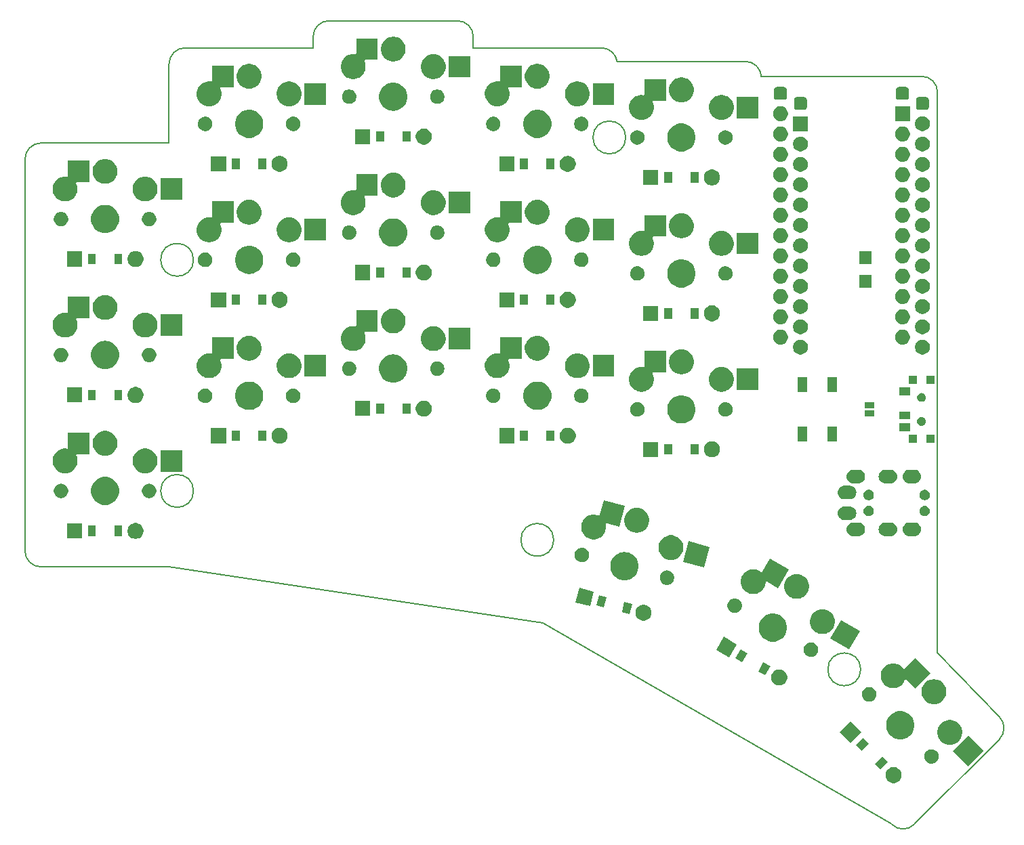
<source format=gbr>
G04 #@! TF.GenerationSoftware,KiCad,Pcbnew,5.1.5+dfsg1-2build2*
G04 #@! TF.CreationDate,2021-11-11T22:32:06+00:00*
G04 #@! TF.ProjectId,board,626f6172-642e-46b6-9963-61645f706362,VERSION_HERE*
G04 #@! TF.SameCoordinates,Original*
G04 #@! TF.FileFunction,Soldermask,Bot*
G04 #@! TF.FilePolarity,Negative*
%FSLAX46Y46*%
G04 Gerber Fmt 4.6, Leading zero omitted, Abs format (unit mm)*
G04 Created by KiCad (PCBNEW 5.1.5+dfsg1-2build2) date 2021-11-11 22:32:06*
%MOMM*%
%LPD*%
G04 APERTURE LIST*
G04 #@! TA.AperFunction,Profile*
%ADD10C,0.150000*%
G04 #@! TD*
%ADD11C,0.350000*%
G04 APERTURE END LIST*
D10*
X10000000Y-9500000D02*
X26000000Y-9500000D01*
X8000000Y-7500000D02*
X8000000Y41500000D01*
X10000000Y-9500000D02*
G75*
G02X8000000Y-7500000I0J2000000D01*
G01*
X26000000Y43500000D02*
X10000000Y43500000D01*
X8000000Y41500000D02*
G75*
G02X10000000Y43500000I2000000J0D01*
G01*
X44000000Y55400000D02*
X28000000Y55400000D01*
X26000000Y53400000D02*
G75*
G02X28000000Y55400000I2000000J0D01*
G01*
X26000000Y53400000D02*
X26000000Y43500000D01*
X64000000Y55400000D02*
X64000000Y56800000D01*
X62000000Y58800000D02*
G75*
G02X64000000Y56800000I0J-2000000D01*
G01*
X62000000Y58800000D02*
X46000000Y58800000D01*
X44000000Y56800000D02*
G75*
G02X46000000Y58800000I2000000J0D01*
G01*
X44000000Y56800000D02*
X44000000Y55400000D01*
X80000000Y55400000D02*
G75*
G02X81977391Y53699872I0J-2000000D01*
G01*
X80000000Y55400000D02*
X64000000Y55400000D01*
X98000000Y53700000D02*
G75*
G02X99994367Y51850000I0J-2000000D01*
G01*
X98000000Y53700000D02*
X82000000Y53700000D01*
X81977391Y53699872D02*
G75*
G02X82000000Y53700000I22609J-1999872D01*
G01*
X119117258Y-41686664D02*
G75*
G02X116288831Y-41686665I-1414214J1414213D01*
G01*
X119117258Y-41686665D02*
X129723860Y-31080063D01*
X129723859Y-28251636D02*
G75*
G02X129723860Y-31080063I-1414213J-1414214D01*
G01*
X122000000Y-20208734D02*
X129723860Y-28251636D01*
X116288831Y-41686665D02*
X72707107Y-16524745D01*
X72707107Y-16524745D02*
X26000000Y-9500000D01*
X122000000Y-20208734D02*
X122000000Y49850000D01*
X120000000Y51850000D02*
G75*
G02X122000000Y49850000I0J-2000000D01*
G01*
X120000000Y51850000D02*
X99994367Y51850000D01*
X29050000Y28900000D02*
G75*
G03X29050000Y28900000I-2050000J0D01*
G01*
X29050000Y0D02*
G75*
G03X29050000Y0I-2050000J0D01*
G01*
X83050000Y44200000D02*
G75*
G03X83050000Y44200000I-2050000J0D01*
G01*
X74050000Y-6120000D02*
G75*
G03X74050000Y-6120000I-2050000J0D01*
G01*
X112399134Y-22311939D02*
G75*
G03X112399134Y-22311939I-2050000J0D01*
G01*
D11*
G36*
X116800496Y-34577902D02*
G01*
X116982939Y-34653473D01*
X117147134Y-34763184D01*
X117286770Y-34902820D01*
X117396481Y-35067015D01*
X117472052Y-35249458D01*
X117510577Y-35443139D01*
X117510577Y-35640615D01*
X117472052Y-35834296D01*
X117396481Y-36016739D01*
X117286770Y-36180934D01*
X117147134Y-36320570D01*
X116982939Y-36430281D01*
X116800496Y-36505852D01*
X116606815Y-36544377D01*
X116409339Y-36544377D01*
X116215658Y-36505852D01*
X116033215Y-36430281D01*
X115869020Y-36320570D01*
X115729384Y-36180934D01*
X115619673Y-36016739D01*
X115544102Y-35834296D01*
X115505577Y-35640615D01*
X115505577Y-35443139D01*
X115544102Y-35249458D01*
X115619673Y-35067015D01*
X115729384Y-34902820D01*
X115869020Y-34763184D01*
X116033215Y-34653473D01*
X116215658Y-34577902D01*
X116409339Y-34539377D01*
X116606815Y-34539377D01*
X116800496Y-34577902D01*
G37*
G36*
X115793899Y-33908460D02*
G01*
X114874660Y-34827699D01*
X114167553Y-34120592D01*
X115086792Y-33201353D01*
X115793899Y-33908460D01*
G37*
G36*
X127761147Y-32511958D02*
G01*
X125851959Y-34421146D01*
X123942771Y-32511958D01*
X125851959Y-30602770D01*
X127761147Y-32511958D01*
G37*
G36*
X121413844Y-32317797D02*
G01*
X121500870Y-32335108D01*
X121664824Y-32403020D01*
X121812375Y-32501610D01*
X121937864Y-32627099D01*
X122036454Y-32774650D01*
X122104366Y-32938605D01*
X122138987Y-33112655D01*
X122138987Y-33290119D01*
X122104366Y-33464169D01*
X122036454Y-33628124D01*
X121937864Y-33775675D01*
X121812375Y-33901164D01*
X121664824Y-33999754D01*
X121500870Y-34067666D01*
X121413844Y-34084976D01*
X121326819Y-34102287D01*
X121149355Y-34102287D01*
X121062330Y-34084977D01*
X120975304Y-34067666D01*
X120811350Y-33999754D01*
X120663799Y-33901164D01*
X120538310Y-33775675D01*
X120439720Y-33628124D01*
X120371808Y-33464169D01*
X120337187Y-33290119D01*
X120337187Y-33112655D01*
X120371808Y-32938605D01*
X120439720Y-32774650D01*
X120538310Y-32627099D01*
X120663799Y-32501610D01*
X120811350Y-32403020D01*
X120893328Y-32369064D01*
X120975304Y-32335108D01*
X121062330Y-32317798D01*
X121149355Y-32300487D01*
X121326819Y-32300487D01*
X121413844Y-32317797D01*
G37*
G36*
X113460447Y-31575008D02*
G01*
X112541208Y-32494247D01*
X111834101Y-31787140D01*
X112753340Y-30867901D01*
X113460447Y-31575008D01*
G37*
G36*
X123838574Y-28675965D02*
G01*
X123988302Y-28705748D01*
X124105144Y-28754146D01*
X124270383Y-28822590D01*
X124354623Y-28878877D01*
X124524252Y-28992219D01*
X124740148Y-29208115D01*
X124853490Y-29377744D01*
X124909777Y-29461984D01*
X124978221Y-29627223D01*
X125026619Y-29744065D01*
X125086184Y-30043521D01*
X125086184Y-30348845D01*
X125035676Y-30602770D01*
X125026619Y-30648300D01*
X124909777Y-30930382D01*
X124909776Y-30930383D01*
X124740148Y-31184251D01*
X124524252Y-31400147D01*
X124402245Y-31481669D01*
X124270383Y-31569776D01*
X124105144Y-31638220D01*
X123988302Y-31686618D01*
X123838574Y-31716400D01*
X123688847Y-31746183D01*
X123383521Y-31746183D01*
X123233794Y-31716400D01*
X123084066Y-31686618D01*
X122967224Y-31638220D01*
X122801985Y-31569776D01*
X122670123Y-31481669D01*
X122548116Y-31400147D01*
X122332220Y-31184251D01*
X122162592Y-30930383D01*
X122162591Y-30930382D01*
X122045749Y-30648300D01*
X122036693Y-30602770D01*
X121986184Y-30348845D01*
X121986184Y-30043521D01*
X122045749Y-29744065D01*
X122094147Y-29627223D01*
X122162591Y-29461984D01*
X122218878Y-29377744D01*
X122332220Y-29208115D01*
X122548116Y-28992219D01*
X122717745Y-28878877D01*
X122801985Y-28822590D01*
X122967224Y-28754146D01*
X123084066Y-28705748D01*
X123233794Y-28675965D01*
X123383521Y-28646183D01*
X123688847Y-28646183D01*
X123838574Y-28675965D01*
G37*
G36*
X112447870Y-30153723D02*
G01*
X111119923Y-31481670D01*
X109791976Y-30153723D01*
X111119923Y-28825776D01*
X112447870Y-30153723D01*
G37*
G36*
X117565255Y-27556247D02*
G01*
X117863686Y-27615608D01*
X118184804Y-27748620D01*
X118473803Y-27941723D01*
X118719577Y-28187497D01*
X118912680Y-28476496D01*
X119045692Y-28797614D01*
X119113500Y-29138512D01*
X119113500Y-29486088D01*
X119045692Y-29826986D01*
X118912680Y-30148104D01*
X118719577Y-30437103D01*
X118473803Y-30682877D01*
X118184804Y-30875980D01*
X117863686Y-31008992D01*
X117565255Y-31068353D01*
X117522789Y-31076800D01*
X117175211Y-31076800D01*
X117132745Y-31068353D01*
X116834314Y-31008992D01*
X116513196Y-30875980D01*
X116224197Y-30682877D01*
X115978423Y-30437103D01*
X115785320Y-30148104D01*
X115652308Y-29826986D01*
X115584500Y-29486088D01*
X115584500Y-29138512D01*
X115652308Y-28797614D01*
X115785320Y-28476496D01*
X115978423Y-28187497D01*
X116224197Y-27941723D01*
X116513196Y-27748620D01*
X116834314Y-27615608D01*
X117132745Y-27556247D01*
X117175211Y-27547800D01*
X117522789Y-27547800D01*
X117565255Y-27556247D01*
G37*
G36*
X121825361Y-23578171D02*
G01*
X122008403Y-23614580D01*
X122055936Y-23634269D01*
X122290484Y-23731422D01*
X122290485Y-23731423D01*
X122544353Y-23901051D01*
X122760249Y-24116947D01*
X122829844Y-24221104D01*
X122929878Y-24370816D01*
X122982853Y-24498709D01*
X123046720Y-24652897D01*
X123106285Y-24952353D01*
X123106285Y-25257677D01*
X123055709Y-25511944D01*
X123046720Y-25557132D01*
X122929878Y-25839214D01*
X122929877Y-25839215D01*
X122760249Y-26093083D01*
X122544353Y-26308979D01*
X122374724Y-26422321D01*
X122290484Y-26478608D01*
X122125245Y-26547052D01*
X122008403Y-26595450D01*
X121858675Y-26625232D01*
X121708948Y-26655015D01*
X121403622Y-26655015D01*
X121253895Y-26625232D01*
X121104167Y-26595450D01*
X120987325Y-26547052D01*
X120822086Y-26478608D01*
X120737846Y-26422321D01*
X120568217Y-26308979D01*
X120352321Y-26093083D01*
X120182693Y-25839215D01*
X120182692Y-25839214D01*
X120065850Y-25557132D01*
X120056862Y-25511944D01*
X120006285Y-25257677D01*
X120006285Y-24952353D01*
X120065850Y-24652897D01*
X120129717Y-24498709D01*
X120182692Y-24370816D01*
X120282726Y-24221104D01*
X120352321Y-24116947D01*
X120568217Y-23901051D01*
X120822085Y-23731423D01*
X120822086Y-23731422D01*
X121056634Y-23634269D01*
X121104167Y-23614580D01*
X121287209Y-23578171D01*
X121403622Y-23555015D01*
X121708948Y-23555015D01*
X121825361Y-23578171D01*
G37*
G36*
X113635670Y-24539623D02*
G01*
X113722696Y-24556934D01*
X113886650Y-24624846D01*
X114034201Y-24723436D01*
X114159690Y-24848925D01*
X114258280Y-24996476D01*
X114326192Y-25160431D01*
X114360813Y-25334481D01*
X114360813Y-25511945D01*
X114326192Y-25685995D01*
X114258280Y-25849950D01*
X114159690Y-25997501D01*
X114034201Y-26122990D01*
X113886650Y-26221580D01*
X113722696Y-26289492D01*
X113635670Y-26306803D01*
X113548645Y-26324113D01*
X113371181Y-26324113D01*
X113284156Y-26306803D01*
X113197130Y-26289492D01*
X113033176Y-26221580D01*
X112885625Y-26122990D01*
X112760136Y-25997501D01*
X112661546Y-25849950D01*
X112593634Y-25685995D01*
X112559013Y-25511945D01*
X112559013Y-25334481D01*
X112593634Y-25160431D01*
X112661546Y-24996476D01*
X112760136Y-24848925D01*
X112885625Y-24723436D01*
X113033176Y-24624846D01*
X113197130Y-24556934D01*
X113284156Y-24539624D01*
X113371181Y-24522313D01*
X113548645Y-24522313D01*
X113635670Y-24539623D01*
G37*
G36*
X121149699Y-22789240D02*
G01*
X119240511Y-24698428D01*
X118135799Y-23593716D01*
X118116857Y-23578171D01*
X118095246Y-23566620D01*
X118071797Y-23559507D01*
X118047411Y-23557105D01*
X118023025Y-23559507D01*
X117999576Y-23566620D01*
X117977965Y-23578171D01*
X117959023Y-23593716D01*
X117943478Y-23612658D01*
X117931927Y-23634269D01*
X117838710Y-23859315D01*
X117838709Y-23859316D01*
X117669081Y-24113184D01*
X117453185Y-24329080D01*
X117390722Y-24370816D01*
X117199316Y-24498709D01*
X117058748Y-24556934D01*
X116917235Y-24615551D01*
X116870505Y-24624846D01*
X116617780Y-24675116D01*
X116312454Y-24675116D01*
X116059729Y-24624846D01*
X116012999Y-24615551D01*
X115871486Y-24556934D01*
X115730918Y-24498709D01*
X115539512Y-24370816D01*
X115477049Y-24329080D01*
X115261153Y-24113184D01*
X115091525Y-23859316D01*
X115091524Y-23859315D01*
X114994517Y-23625119D01*
X114974682Y-23577234D01*
X114915117Y-23277778D01*
X114915117Y-22972454D01*
X114974682Y-22672998D01*
X115069414Y-22444296D01*
X115091524Y-22390917D01*
X115147811Y-22306677D01*
X115261153Y-22137048D01*
X115477049Y-21921152D01*
X115730917Y-21751524D01*
X115730918Y-21751523D01*
X115896157Y-21683079D01*
X116012999Y-21634681D01*
X116162727Y-21604898D01*
X116312454Y-21575116D01*
X116617780Y-21575116D01*
X116767507Y-21604898D01*
X116917235Y-21634681D01*
X117034077Y-21683079D01*
X117199316Y-21751523D01*
X117199317Y-21751524D01*
X117453185Y-21921152D01*
X117669081Y-22137048D01*
X117669083Y-22137051D01*
X117710405Y-22198894D01*
X117725950Y-22217836D01*
X117744892Y-22233382D01*
X117766503Y-22244933D01*
X117789952Y-22252046D01*
X117814338Y-22254448D01*
X117838724Y-22252046D01*
X117862173Y-22244933D01*
X117883783Y-22233382D01*
X117902726Y-22217837D01*
X119240511Y-20880052D01*
X121149699Y-22789240D01*
G37*
G36*
X102522876Y-22368725D02*
G01*
X102705319Y-22444296D01*
X102869514Y-22554007D01*
X103009150Y-22693643D01*
X103118861Y-22857838D01*
X103194432Y-23040281D01*
X103232957Y-23233962D01*
X103232957Y-23431438D01*
X103194432Y-23625119D01*
X103118861Y-23807562D01*
X103009150Y-23971757D01*
X102869514Y-24111393D01*
X102705319Y-24221104D01*
X102522876Y-24296675D01*
X102329195Y-24335200D01*
X102131719Y-24335200D01*
X101938038Y-24296675D01*
X101755595Y-24221104D01*
X101591400Y-24111393D01*
X101451764Y-23971757D01*
X101342053Y-23807562D01*
X101266482Y-23625119D01*
X101227957Y-23431438D01*
X101227957Y-23233962D01*
X101266482Y-23040281D01*
X101342053Y-22857838D01*
X101451764Y-22693643D01*
X101591400Y-22554007D01*
X101755595Y-22444296D01*
X101938038Y-22368725D01*
X102131719Y-22330200D01*
X102329195Y-22330200D01*
X102522876Y-22368725D01*
G37*
G36*
X101117855Y-21939783D02*
G01*
X100467855Y-23065617D01*
X99601829Y-22565617D01*
X100251829Y-21439783D01*
X101117855Y-21939783D01*
G37*
G36*
X98259971Y-20289783D02*
G01*
X97609971Y-21415617D01*
X96743945Y-20915617D01*
X97393945Y-19789783D01*
X98259971Y-20289783D01*
G37*
G36*
X96914042Y-19179002D02*
G01*
X95975041Y-20805399D01*
X94348644Y-19866398D01*
X95287645Y-18240001D01*
X96914042Y-19179002D01*
G37*
G36*
X106369897Y-18963911D02*
G01*
X106456923Y-18981221D01*
X106620877Y-19049133D01*
X106768428Y-19147723D01*
X106893917Y-19273212D01*
X106992507Y-19420763D01*
X107060419Y-19584718D01*
X107095040Y-19758768D01*
X107095040Y-19936232D01*
X107060419Y-20110282D01*
X106992507Y-20274237D01*
X106893917Y-20421788D01*
X106768428Y-20547277D01*
X106620877Y-20645867D01*
X106538899Y-20679823D01*
X106456923Y-20713779D01*
X106369897Y-20731089D01*
X106282872Y-20748400D01*
X106105408Y-20748400D01*
X106018383Y-20731090D01*
X105931357Y-20713779D01*
X105767403Y-20645867D01*
X105619852Y-20547277D01*
X105494363Y-20421788D01*
X105395773Y-20274237D01*
X105327861Y-20110282D01*
X105293240Y-19936232D01*
X105293240Y-19758768D01*
X105327861Y-19584718D01*
X105395773Y-19420763D01*
X105494363Y-19273212D01*
X105619852Y-19147723D01*
X105767403Y-19049133D01*
X105931357Y-18981221D01*
X106018383Y-18963910D01*
X106105408Y-18946600D01*
X106282872Y-18946600D01*
X106369897Y-18963911D01*
G37*
G36*
X112316494Y-17493271D02*
G01*
X110966494Y-19831539D01*
X108628226Y-18481539D01*
X109978226Y-16143271D01*
X112316494Y-17493271D01*
G37*
G36*
X101647255Y-15341447D02*
G01*
X101945686Y-15400808D01*
X102266804Y-15533820D01*
X102555803Y-15726923D01*
X102801577Y-15972697D01*
X102994680Y-16261696D01*
X103127692Y-16582814D01*
X103195500Y-16923712D01*
X103195500Y-17271288D01*
X103127692Y-17612186D01*
X102994680Y-17933304D01*
X102801577Y-18222303D01*
X102555803Y-18468077D01*
X102266804Y-18661180D01*
X101945686Y-18794192D01*
X101647255Y-18853553D01*
X101604789Y-18862000D01*
X101257211Y-18862000D01*
X101214745Y-18853553D01*
X100916314Y-18794192D01*
X100595196Y-18661180D01*
X100306197Y-18468077D01*
X100060423Y-18222303D01*
X99867320Y-17933304D01*
X99734308Y-17612186D01*
X99666500Y-17271288D01*
X99666500Y-16923712D01*
X99734308Y-16582814D01*
X99867320Y-16261696D01*
X100060423Y-15972697D01*
X100306197Y-15726923D01*
X100595196Y-15533820D01*
X100916314Y-15400808D01*
X101214745Y-15341447D01*
X101257211Y-15333000D01*
X101604789Y-15333000D01*
X101647255Y-15341447D01*
G37*
G36*
X107938517Y-14829687D02*
G01*
X108088245Y-14859470D01*
X108205087Y-14907868D01*
X108370326Y-14976312D01*
X108370327Y-14976313D01*
X108624195Y-15145941D01*
X108840091Y-15361837D01*
X108950529Y-15527120D01*
X109009720Y-15615706D01*
X109055788Y-15726924D01*
X109126562Y-15897787D01*
X109149558Y-16013395D01*
X109186127Y-16197242D01*
X109186127Y-16502568D01*
X109126562Y-16802022D01*
X109009720Y-17084104D01*
X109009719Y-17084105D01*
X108840091Y-17337973D01*
X108624195Y-17553869D01*
X108454566Y-17667211D01*
X108370326Y-17723498D01*
X108205087Y-17791942D01*
X108088245Y-17840340D01*
X107938517Y-17870123D01*
X107788790Y-17899905D01*
X107483464Y-17899905D01*
X107333737Y-17870122D01*
X107184009Y-17840340D01*
X107067167Y-17791942D01*
X106901928Y-17723498D01*
X106817688Y-17667211D01*
X106648059Y-17553869D01*
X106432163Y-17337973D01*
X106262535Y-17084105D01*
X106262534Y-17084104D01*
X106145692Y-16802022D01*
X106086127Y-16502568D01*
X106086127Y-16197242D01*
X106122696Y-16013395D01*
X106145692Y-15897787D01*
X106216466Y-15726924D01*
X106262534Y-15615706D01*
X106321725Y-15527120D01*
X106432163Y-15361837D01*
X106648059Y-15145941D01*
X106901927Y-14976313D01*
X106901928Y-14976312D01*
X107067167Y-14907868D01*
X107184009Y-14859470D01*
X107333737Y-14829687D01*
X107483464Y-14799905D01*
X107788790Y-14799905D01*
X107938517Y-14829687D01*
G37*
G36*
X85571796Y-14270727D02*
G01*
X85754239Y-14346298D01*
X85918434Y-14456009D01*
X86058070Y-14595645D01*
X86167781Y-14759840D01*
X86243352Y-14942283D01*
X86281877Y-15135964D01*
X86281877Y-15333440D01*
X86243352Y-15527121D01*
X86167781Y-15709564D01*
X86058070Y-15873759D01*
X85918434Y-16013395D01*
X85754239Y-16123106D01*
X85571796Y-16198677D01*
X85378115Y-16237202D01*
X85180639Y-16237202D01*
X84986958Y-16198677D01*
X84804515Y-16123106D01*
X84640320Y-16013395D01*
X84500684Y-15873759D01*
X84390973Y-15709564D01*
X84315402Y-15527121D01*
X84276877Y-15333440D01*
X84276877Y-15135964D01*
X84315402Y-14942283D01*
X84390973Y-14759840D01*
X84500684Y-14595645D01*
X84640320Y-14456009D01*
X84804515Y-14346298D01*
X84986958Y-14270727D01*
X85180639Y-14232202D01*
X85378115Y-14232202D01*
X85571796Y-14270727D01*
G37*
G36*
X83844173Y-14177208D02*
G01*
X83507709Y-15432911D01*
X83507708Y-15432911D01*
X82541783Y-15174092D01*
X82575763Y-15047277D01*
X82878247Y-13918389D01*
X82878248Y-13918389D01*
X83844173Y-14177208D01*
G37*
G36*
X96843617Y-13463910D02*
G01*
X96930643Y-13481221D01*
X97012619Y-13515177D01*
X97094597Y-13549133D01*
X97242148Y-13647723D01*
X97367637Y-13773212D01*
X97466227Y-13920763D01*
X97534139Y-14084718D01*
X97568760Y-14258768D01*
X97568760Y-14436232D01*
X97534139Y-14610282D01*
X97466227Y-14774237D01*
X97367637Y-14921788D01*
X97242148Y-15047277D01*
X97094597Y-15145867D01*
X97026455Y-15174092D01*
X96930643Y-15213779D01*
X96843617Y-15231090D01*
X96756592Y-15248400D01*
X96579128Y-15248400D01*
X96492103Y-15231090D01*
X96405077Y-15213779D01*
X96309265Y-15174092D01*
X96241123Y-15145867D01*
X96093572Y-15047277D01*
X95968083Y-14921788D01*
X95869493Y-14774237D01*
X95801581Y-14610282D01*
X95766960Y-14436232D01*
X95766960Y-14258768D01*
X95801581Y-14084718D01*
X95869493Y-13920763D01*
X95968083Y-13773212D01*
X96093572Y-13647723D01*
X96241123Y-13549133D01*
X96323101Y-13515177D01*
X96405077Y-13481221D01*
X96492103Y-13463910D01*
X96579128Y-13446600D01*
X96756592Y-13446600D01*
X96843617Y-13463910D01*
G37*
G36*
X80005393Y-13148613D02*
G01*
X80656617Y-13323108D01*
X80320153Y-14578811D01*
X80320152Y-14578811D01*
X79354227Y-14319992D01*
X79367427Y-14270728D01*
X79690691Y-13064289D01*
X79690692Y-13064289D01*
X80005393Y-13148613D01*
G37*
G36*
X79069058Y-12598525D02*
G01*
X78582996Y-14412533D01*
X76768988Y-13926471D01*
X77255050Y-12112463D01*
X79069058Y-12598525D01*
G37*
G36*
X104708390Y-10424432D02*
G01*
X104858118Y-10454214D01*
X104974960Y-10502612D01*
X105140199Y-10571056D01*
X105224439Y-10627343D01*
X105394068Y-10740685D01*
X105609964Y-10956581D01*
X105709325Y-11105287D01*
X105779593Y-11210450D01*
X105803945Y-11269241D01*
X105896435Y-11492531D01*
X105906331Y-11542282D01*
X105956000Y-11791986D01*
X105956000Y-12097312D01*
X105896435Y-12396766D01*
X105779593Y-12678848D01*
X105749759Y-12723498D01*
X105609964Y-12932717D01*
X105394068Y-13148613D01*
X105224439Y-13261955D01*
X105140199Y-13318242D01*
X104974960Y-13386686D01*
X104858118Y-13435084D01*
X104708390Y-13464866D01*
X104558663Y-13494649D01*
X104253337Y-13494649D01*
X104103610Y-13464866D01*
X103953882Y-13435084D01*
X103837040Y-13386686D01*
X103671801Y-13318242D01*
X103587561Y-13261955D01*
X103417932Y-13148613D01*
X103202036Y-12932717D01*
X103062241Y-12723498D01*
X103032407Y-12678848D01*
X102915565Y-12396766D01*
X102856000Y-12097312D01*
X102856000Y-11791986D01*
X102905669Y-11542282D01*
X102915565Y-11492531D01*
X103008055Y-11269241D01*
X103032407Y-11210450D01*
X103102675Y-11105287D01*
X103202036Y-10956581D01*
X103417932Y-10740685D01*
X103587561Y-10627343D01*
X103671801Y-10571056D01*
X103837040Y-10502612D01*
X103953882Y-10454214D01*
X104103610Y-10424432D01*
X104253337Y-10394649D01*
X104558663Y-10394649D01*
X104708390Y-10424432D01*
G37*
G36*
X103413901Y-9813015D02*
G01*
X102063901Y-12151284D01*
X100713371Y-11371555D01*
X100691052Y-11361442D01*
X100667188Y-11355877D01*
X100642697Y-11355076D01*
X100618520Y-11359067D01*
X100595586Y-11367699D01*
X100574777Y-11380639D01*
X100556893Y-11397389D01*
X100542620Y-11417308D01*
X100532507Y-11439627D01*
X100526942Y-11463491D01*
X100525873Y-11479807D01*
X100525873Y-11502568D01*
X100466308Y-11802022D01*
X100349466Y-12084104D01*
X100330517Y-12112463D01*
X100179837Y-12337973D01*
X99963941Y-12553869D01*
X99897108Y-12598525D01*
X99710072Y-12723498D01*
X99544833Y-12791942D01*
X99427991Y-12840340D01*
X99278263Y-12870123D01*
X99128536Y-12899905D01*
X98823210Y-12899905D01*
X98673483Y-12870123D01*
X98523755Y-12840340D01*
X98406913Y-12791942D01*
X98241674Y-12723498D01*
X98054638Y-12598525D01*
X97987805Y-12553869D01*
X97771909Y-12337973D01*
X97621229Y-12112463D01*
X97602280Y-12084104D01*
X97485438Y-11802022D01*
X97425873Y-11502568D01*
X97425873Y-11197242D01*
X97473743Y-10956581D01*
X97485438Y-10897787D01*
X97533836Y-10780945D01*
X97602280Y-10615706D01*
X97749985Y-10394649D01*
X97771909Y-10361837D01*
X97987805Y-10145941D01*
X98241673Y-9976313D01*
X98241674Y-9976312D01*
X98406913Y-9907868D01*
X98523755Y-9859470D01*
X98673483Y-9829688D01*
X98823210Y-9799905D01*
X99128536Y-9799905D01*
X99278263Y-9829688D01*
X99427991Y-9859470D01*
X99544833Y-9907868D01*
X99710072Y-9976312D01*
X99710073Y-9976313D01*
X99954045Y-10139329D01*
X99975649Y-10150876D01*
X99999098Y-10157989D01*
X100023484Y-10160391D01*
X100047870Y-10157989D01*
X100071319Y-10150876D01*
X100092930Y-10139325D01*
X100111872Y-10123780D01*
X100131736Y-10097892D01*
X101075633Y-8463015D01*
X103413901Y-9813015D01*
G37*
G36*
X88381649Y-9958916D02*
G01*
X88468675Y-9976226D01*
X88550651Y-10010182D01*
X88632629Y-10044138D01*
X88780180Y-10142728D01*
X88905669Y-10268217D01*
X89004259Y-10415768D01*
X89004259Y-10415769D01*
X89068582Y-10571057D01*
X89072171Y-10579723D01*
X89106792Y-10753773D01*
X89106792Y-10931237D01*
X89072171Y-11105287D01*
X89004259Y-11269242D01*
X88905669Y-11416793D01*
X88780180Y-11542282D01*
X88632629Y-11640872D01*
X88550651Y-11674828D01*
X88468675Y-11708784D01*
X88381649Y-11726094D01*
X88294624Y-11743405D01*
X88117160Y-11743405D01*
X88030135Y-11726094D01*
X87943109Y-11708784D01*
X87861133Y-11674828D01*
X87779155Y-11640872D01*
X87631604Y-11542282D01*
X87506115Y-11416793D01*
X87407525Y-11269242D01*
X87339613Y-11105287D01*
X87304992Y-10931237D01*
X87304992Y-10753773D01*
X87339613Y-10579723D01*
X87343203Y-10571057D01*
X87407525Y-10415769D01*
X87407525Y-10415768D01*
X87506115Y-10268217D01*
X87631604Y-10142728D01*
X87779155Y-10044138D01*
X87861133Y-10010182D01*
X87943109Y-9976226D01*
X88030135Y-9958915D01*
X88117160Y-9941605D01*
X88294624Y-9941605D01*
X88381649Y-9958916D01*
G37*
G36*
X83109555Y-7662947D02*
G01*
X83407986Y-7722308D01*
X83729104Y-7855320D01*
X84018103Y-8048423D01*
X84263877Y-8294197D01*
X84456980Y-8583196D01*
X84589992Y-8904314D01*
X84657800Y-9245212D01*
X84657800Y-9592788D01*
X84589992Y-9933686D01*
X84456980Y-10254804D01*
X84263877Y-10543803D01*
X84018103Y-10789577D01*
X83729104Y-10982680D01*
X83407986Y-11115692D01*
X83109555Y-11175053D01*
X83067089Y-11183500D01*
X82719511Y-11183500D01*
X82677045Y-11175053D01*
X82378614Y-11115692D01*
X82057496Y-10982680D01*
X81768497Y-10789577D01*
X81522723Y-10543803D01*
X81329620Y-10254804D01*
X81196608Y-9933686D01*
X81128800Y-9592788D01*
X81128800Y-9245212D01*
X81196608Y-8904314D01*
X81329620Y-8583196D01*
X81522723Y-8294197D01*
X81768497Y-8048423D01*
X82057496Y-7855320D01*
X82378614Y-7722308D01*
X82677045Y-7662947D01*
X82719511Y-7654500D01*
X83067089Y-7654500D01*
X83109555Y-7662947D01*
G37*
G36*
X93510314Y-6983912D02*
G01*
X92811502Y-9591912D01*
X90203502Y-8893100D01*
X90902314Y-6285100D01*
X93510314Y-6983912D01*
G37*
G36*
X77756465Y-7111906D02*
G01*
X77843491Y-7129216D01*
X77925467Y-7163172D01*
X78007445Y-7197128D01*
X78154996Y-7295718D01*
X78280485Y-7421207D01*
X78379075Y-7568758D01*
X78446987Y-7732713D01*
X78465359Y-7825072D01*
X78481608Y-7906764D01*
X78481608Y-8084226D01*
X78446987Y-8258278D01*
X78379075Y-8422232D01*
X78280485Y-8569783D01*
X78154996Y-8695272D01*
X78007445Y-8793862D01*
X77925467Y-8827818D01*
X77843491Y-8861774D01*
X77756465Y-8879085D01*
X77669440Y-8896395D01*
X77491976Y-8896395D01*
X77404951Y-8879085D01*
X77317925Y-8861774D01*
X77235949Y-8827818D01*
X77153971Y-8793862D01*
X77006420Y-8695272D01*
X76880931Y-8569783D01*
X76782341Y-8422232D01*
X76714429Y-8258278D01*
X76679808Y-8084226D01*
X76679808Y-7906764D01*
X76696058Y-7825072D01*
X76714429Y-7732713D01*
X76782341Y-7568758D01*
X76880931Y-7421207D01*
X77006420Y-7295718D01*
X77153971Y-7197128D01*
X77235949Y-7163172D01*
X77317925Y-7129216D01*
X77404951Y-7111905D01*
X77491976Y-7094595D01*
X77669440Y-7094595D01*
X77756465Y-7111906D01*
G37*
G36*
X88995891Y-5570656D02*
G01*
X89145619Y-5600438D01*
X89238853Y-5639057D01*
X89427700Y-5717280D01*
X89427701Y-5717281D01*
X89681569Y-5886909D01*
X89897465Y-6102805D01*
X90010807Y-6272434D01*
X90067094Y-6356674D01*
X90183936Y-6638756D01*
X90243501Y-6938210D01*
X90243501Y-7243536D01*
X90183936Y-7542990D01*
X90067094Y-7825072D01*
X90067093Y-7825073D01*
X89897465Y-8078941D01*
X89681569Y-8294837D01*
X89511940Y-8408179D01*
X89427700Y-8464466D01*
X89262461Y-8532910D01*
X89145619Y-8581308D01*
X88995891Y-8611090D01*
X88846164Y-8640873D01*
X88540838Y-8640873D01*
X88391111Y-8611090D01*
X88241383Y-8581308D01*
X88124541Y-8532910D01*
X87959302Y-8464466D01*
X87875062Y-8408179D01*
X87705433Y-8294837D01*
X87489537Y-8078941D01*
X87319909Y-7825073D01*
X87319908Y-7825072D01*
X87203066Y-7542990D01*
X87143501Y-7243536D01*
X87143501Y-6938210D01*
X87203066Y-6638756D01*
X87319908Y-6356674D01*
X87376195Y-6272434D01*
X87489537Y-6102805D01*
X87705433Y-5886909D01*
X87959301Y-5717281D01*
X87959302Y-5717280D01*
X88148149Y-5639057D01*
X88241383Y-5600438D01*
X88391111Y-5570655D01*
X88540838Y-5540873D01*
X88846164Y-5540873D01*
X88995891Y-5570656D01*
G37*
G36*
X82923272Y-1869515D02*
G01*
X82224460Y-4477515D01*
X80712847Y-4072479D01*
X80688675Y-4068489D01*
X80664184Y-4069290D01*
X80640320Y-4074855D01*
X80618000Y-4084968D01*
X80598082Y-4099241D01*
X80581332Y-4117125D01*
X80568392Y-4137934D01*
X80559760Y-4160868D01*
X80555769Y-4185045D01*
X80557903Y-4217604D01*
X80584242Y-4350021D01*
X80584242Y-4655345D01*
X80524677Y-4954801D01*
X80487177Y-5045333D01*
X80407835Y-5236882D01*
X80407834Y-5236883D01*
X80238206Y-5490751D01*
X80022310Y-5706647D01*
X79852681Y-5819989D01*
X79768441Y-5876276D01*
X79617012Y-5939000D01*
X79486360Y-5993118D01*
X79336632Y-6022900D01*
X79186905Y-6052683D01*
X78881579Y-6052683D01*
X78731852Y-6022900D01*
X78582124Y-5993118D01*
X78451472Y-5939000D01*
X78300043Y-5876276D01*
X78215803Y-5819989D01*
X78046174Y-5706647D01*
X77830278Y-5490751D01*
X77660650Y-5236883D01*
X77660649Y-5236882D01*
X77581307Y-5045333D01*
X77543807Y-4954801D01*
X77484242Y-4655345D01*
X77484242Y-4350021D01*
X77543807Y-4050565D01*
X77592205Y-3933723D01*
X77660649Y-3768484D01*
X77780512Y-3589096D01*
X77830278Y-3514615D01*
X78046174Y-3298719D01*
X78300042Y-3129091D01*
X78300043Y-3129090D01*
X78477266Y-3055682D01*
X78582124Y-3012248D01*
X78811478Y-2966627D01*
X78881579Y-2952683D01*
X79186905Y-2952683D01*
X79257006Y-2966627D01*
X79486360Y-3012248D01*
X79586656Y-3053792D01*
X79656634Y-3082778D01*
X79680083Y-3089891D01*
X79704469Y-3092293D01*
X79728855Y-3089891D01*
X79752304Y-3082778D01*
X79773915Y-3071227D01*
X79792857Y-3055682D01*
X79808402Y-3036740D01*
X79819953Y-3015129D01*
X79825204Y-2999662D01*
X80315272Y-1170703D01*
X82923272Y-1869515D01*
G37*
G36*
X22102419Y-4036025D02*
G01*
X22284862Y-4111596D01*
X22449057Y-4221307D01*
X22588693Y-4360943D01*
X22698404Y-4525138D01*
X22773975Y-4707581D01*
X22812500Y-4901262D01*
X22812500Y-5098738D01*
X22773975Y-5292419D01*
X22698404Y-5474862D01*
X22588693Y-5639057D01*
X22449057Y-5778693D01*
X22284862Y-5888404D01*
X22102419Y-5963975D01*
X21908738Y-6002500D01*
X21711262Y-6002500D01*
X21517581Y-5963975D01*
X21335138Y-5888404D01*
X21170943Y-5778693D01*
X21031307Y-5639057D01*
X20921596Y-5474862D01*
X20846025Y-5292419D01*
X20807500Y-5098738D01*
X20807500Y-4901262D01*
X20846025Y-4707581D01*
X20921596Y-4525138D01*
X21031307Y-4360943D01*
X21170943Y-4221307D01*
X21335138Y-4111596D01*
X21517581Y-4036025D01*
X21711262Y-3997500D01*
X21908738Y-3997500D01*
X22102419Y-4036025D01*
G37*
G36*
X15129000Y-5939000D02*
G01*
X13251000Y-5939000D01*
X13251000Y-4061000D01*
X15129000Y-4061000D01*
X15129000Y-5939000D01*
G37*
G36*
X116266627Y-3962299D02*
G01*
X116346742Y-3986601D01*
X116426855Y-4010903D01*
X116426857Y-4010904D01*
X116574518Y-4089831D01*
X116703949Y-4196051D01*
X116810169Y-4325482D01*
X116889096Y-4473143D01*
X116889097Y-4473145D01*
X116904869Y-4525140D01*
X116937701Y-4633373D01*
X116954112Y-4800000D01*
X116937701Y-4966627D01*
X116889096Y-5126857D01*
X116810169Y-5274518D01*
X116703949Y-5403949D01*
X116574518Y-5510169D01*
X116517075Y-5540873D01*
X116426855Y-5589097D01*
X116346742Y-5613398D01*
X116266627Y-5637701D01*
X116141752Y-5650000D01*
X115458248Y-5650000D01*
X115333373Y-5637701D01*
X115253258Y-5613398D01*
X115173145Y-5589097D01*
X115082925Y-5540873D01*
X115025482Y-5510169D01*
X114896051Y-5403949D01*
X114789831Y-5274518D01*
X114710904Y-5126857D01*
X114662299Y-4966627D01*
X114645888Y-4800000D01*
X114662299Y-4633373D01*
X114695131Y-4525140D01*
X114710903Y-4473145D01*
X114710904Y-4473143D01*
X114789831Y-4325482D01*
X114896051Y-4196051D01*
X115025482Y-4089831D01*
X115173143Y-4010904D01*
X115173145Y-4010903D01*
X115253258Y-3986601D01*
X115333373Y-3962299D01*
X115458248Y-3950000D01*
X116141752Y-3950000D01*
X116266627Y-3962299D01*
G37*
G36*
X119266627Y-3962299D02*
G01*
X119346742Y-3986601D01*
X119426855Y-4010903D01*
X119426857Y-4010904D01*
X119574518Y-4089831D01*
X119703949Y-4196051D01*
X119810169Y-4325482D01*
X119889096Y-4473143D01*
X119889097Y-4473145D01*
X119904869Y-4525140D01*
X119937701Y-4633373D01*
X119954112Y-4800000D01*
X119937701Y-4966627D01*
X119889096Y-5126857D01*
X119810169Y-5274518D01*
X119703949Y-5403949D01*
X119574518Y-5510169D01*
X119517075Y-5540873D01*
X119426855Y-5589097D01*
X119346742Y-5613398D01*
X119266627Y-5637701D01*
X119141752Y-5650000D01*
X118458248Y-5650000D01*
X118333373Y-5637701D01*
X118253258Y-5613398D01*
X118173145Y-5589097D01*
X118082925Y-5540873D01*
X118025482Y-5510169D01*
X117896051Y-5403949D01*
X117789831Y-5274518D01*
X117710904Y-5126857D01*
X117662299Y-4966627D01*
X117645888Y-4800000D01*
X117662299Y-4633373D01*
X117695131Y-4525140D01*
X117710903Y-4473145D01*
X117710904Y-4473143D01*
X117789831Y-4325482D01*
X117896051Y-4196051D01*
X118025482Y-4089831D01*
X118173143Y-4010904D01*
X118173145Y-4010903D01*
X118253258Y-3986601D01*
X118333373Y-3962299D01*
X118458248Y-3950000D01*
X119141752Y-3950000D01*
X119266627Y-3962299D01*
G37*
G36*
X112266627Y-3962299D02*
G01*
X112346742Y-3986601D01*
X112426855Y-4010903D01*
X112426857Y-4010904D01*
X112574518Y-4089831D01*
X112703949Y-4196051D01*
X112810169Y-4325482D01*
X112889096Y-4473143D01*
X112889097Y-4473145D01*
X112904869Y-4525140D01*
X112937701Y-4633373D01*
X112954112Y-4800000D01*
X112937701Y-4966627D01*
X112889096Y-5126857D01*
X112810169Y-5274518D01*
X112703949Y-5403949D01*
X112574518Y-5510169D01*
X112517075Y-5540873D01*
X112426855Y-5589097D01*
X112346742Y-5613398D01*
X112266627Y-5637701D01*
X112141752Y-5650000D01*
X111458248Y-5650000D01*
X111333373Y-5637701D01*
X111253258Y-5613398D01*
X111173145Y-5589097D01*
X111082925Y-5540873D01*
X111025482Y-5510169D01*
X110896051Y-5403949D01*
X110789831Y-5274518D01*
X110710904Y-5126857D01*
X110662299Y-4966627D01*
X110645888Y-4800000D01*
X110662299Y-4633373D01*
X110695131Y-4525140D01*
X110710903Y-4473145D01*
X110710904Y-4473143D01*
X110789831Y-4325482D01*
X110896051Y-4196051D01*
X111025482Y-4089831D01*
X111173143Y-4010904D01*
X111173145Y-4010903D01*
X111253258Y-3986601D01*
X111333373Y-3962299D01*
X111458248Y-3950000D01*
X112141752Y-3950000D01*
X112266627Y-3962299D01*
G37*
G36*
X16850000Y-5650000D02*
G01*
X15850000Y-5650000D01*
X15850000Y-4350000D01*
X16850000Y-4350000D01*
X16850000Y-5650000D01*
G37*
G36*
X20150000Y-5650000D02*
G01*
X19150000Y-5650000D01*
X19150000Y-4350000D01*
X20150000Y-4350000D01*
X20150000Y-5650000D01*
G37*
G36*
X84735663Y-2151523D02*
G01*
X84885391Y-2181306D01*
X85002233Y-2229704D01*
X85167472Y-2298148D01*
X85167473Y-2298149D01*
X85421341Y-2467777D01*
X85637237Y-2683673D01*
X85750579Y-2853302D01*
X85806866Y-2937542D01*
X85847955Y-3036740D01*
X85923708Y-3219623D01*
X85983273Y-3519079D01*
X85983273Y-3824403D01*
X85930477Y-4089831D01*
X85923708Y-4123858D01*
X85806866Y-4405940D01*
X85806865Y-4405941D01*
X85637237Y-4659809D01*
X85421341Y-4875705D01*
X85251712Y-4989047D01*
X85167472Y-5045334D01*
X85038543Y-5098738D01*
X84885391Y-5162176D01*
X84735663Y-5191959D01*
X84585936Y-5221741D01*
X84280610Y-5221741D01*
X84130883Y-5191959D01*
X83981155Y-5162176D01*
X83828003Y-5098738D01*
X83699074Y-5045334D01*
X83614834Y-4989047D01*
X83445205Y-4875705D01*
X83229309Y-4659809D01*
X83059681Y-4405941D01*
X83059680Y-4405940D01*
X82942838Y-4123858D01*
X82936070Y-4089831D01*
X82883273Y-3824403D01*
X82883273Y-3519079D01*
X82942838Y-3219623D01*
X83018591Y-3036740D01*
X83059680Y-2937542D01*
X83115967Y-2853302D01*
X83229309Y-2683673D01*
X83445205Y-2467777D01*
X83699073Y-2298149D01*
X83699074Y-2298148D01*
X83864313Y-2229704D01*
X83981155Y-2181306D01*
X84130883Y-2151523D01*
X84280610Y-2121741D01*
X84585936Y-2121741D01*
X84735663Y-2151523D01*
G37*
G36*
X111166627Y-1962299D02*
G01*
X111246742Y-1986601D01*
X111326855Y-2010903D01*
X111326857Y-2010904D01*
X111474518Y-2089831D01*
X111603949Y-2196051D01*
X111710169Y-2325482D01*
X111789096Y-2473143D01*
X111837701Y-2633373D01*
X111854112Y-2800000D01*
X111837701Y-2966627D01*
X111837700Y-2966629D01*
X111800310Y-3089891D01*
X111789096Y-3126857D01*
X111710169Y-3274518D01*
X111603949Y-3403949D01*
X111474518Y-3510169D01*
X111326857Y-3589096D01*
X111326855Y-3589097D01*
X111246742Y-3613399D01*
X111166627Y-3637701D01*
X111041752Y-3650000D01*
X110358248Y-3650000D01*
X110233373Y-3637701D01*
X110153258Y-3613399D01*
X110073145Y-3589097D01*
X110073143Y-3589096D01*
X109925482Y-3510169D01*
X109796051Y-3403949D01*
X109689831Y-3274518D01*
X109610904Y-3126857D01*
X109599691Y-3089891D01*
X109562300Y-2966629D01*
X109562299Y-2966627D01*
X109545888Y-2800000D01*
X109562299Y-2633373D01*
X109610904Y-2473143D01*
X109689831Y-2325482D01*
X109796051Y-2196051D01*
X109925482Y-2089831D01*
X110073143Y-2010904D01*
X110073145Y-2010903D01*
X110153258Y-1986601D01*
X110233373Y-1962299D01*
X110358248Y-1950000D01*
X111041752Y-1950000D01*
X111166627Y-1962299D01*
G37*
G36*
X120547738Y-1866653D02*
G01*
X120589598Y-1874979D01*
X120638596Y-1895275D01*
X120707889Y-1923977D01*
X120707890Y-1923978D01*
X120814351Y-1995112D01*
X120904888Y-2085649D01*
X120952418Y-2156784D01*
X120976023Y-2192111D01*
X120977655Y-2196052D01*
X121025021Y-2310402D01*
X121050000Y-2435981D01*
X121050000Y-2564019D01*
X121026200Y-2683673D01*
X121025021Y-2689597D01*
X120976023Y-2807889D01*
X120976022Y-2807890D01*
X120904888Y-2914351D01*
X120814351Y-3004888D01*
X120766680Y-3036740D01*
X120707889Y-3076023D01*
X120638596Y-3104725D01*
X120589598Y-3125021D01*
X120547738Y-3133347D01*
X120464021Y-3150000D01*
X120335979Y-3150000D01*
X120252262Y-3133347D01*
X120210402Y-3125021D01*
X120161404Y-3104725D01*
X120092111Y-3076023D01*
X120033320Y-3036740D01*
X119985649Y-3004888D01*
X119895112Y-2914351D01*
X119823978Y-2807890D01*
X119823977Y-2807889D01*
X119774979Y-2689597D01*
X119773801Y-2683673D01*
X119750000Y-2564019D01*
X119750000Y-2435981D01*
X119774979Y-2310402D01*
X119822345Y-2196052D01*
X119823977Y-2192111D01*
X119847582Y-2156784D01*
X119895112Y-2085649D01*
X119985649Y-1995112D01*
X120092110Y-1923978D01*
X120092111Y-1923977D01*
X120161404Y-1895275D01*
X120210402Y-1874979D01*
X120252262Y-1866653D01*
X120335979Y-1850000D01*
X120464021Y-1850000D01*
X120547738Y-1866653D01*
G37*
G36*
X113547738Y-1866653D02*
G01*
X113589598Y-1874979D01*
X113638596Y-1895275D01*
X113707889Y-1923977D01*
X113707890Y-1923978D01*
X113814351Y-1995112D01*
X113904888Y-2085649D01*
X113952418Y-2156784D01*
X113976023Y-2192111D01*
X113977655Y-2196052D01*
X114025021Y-2310402D01*
X114050000Y-2435981D01*
X114050000Y-2564019D01*
X114026200Y-2683673D01*
X114025021Y-2689597D01*
X113976023Y-2807889D01*
X113976022Y-2807890D01*
X113904888Y-2914351D01*
X113814351Y-3004888D01*
X113766680Y-3036740D01*
X113707889Y-3076023D01*
X113638596Y-3104725D01*
X113589598Y-3125021D01*
X113547738Y-3133347D01*
X113464021Y-3150000D01*
X113335979Y-3150000D01*
X113252262Y-3133347D01*
X113210402Y-3125021D01*
X113161404Y-3104725D01*
X113092111Y-3076023D01*
X113033320Y-3036740D01*
X112985649Y-3004888D01*
X112895112Y-2914351D01*
X112823978Y-2807890D01*
X112823977Y-2807889D01*
X112774979Y-2689597D01*
X112773801Y-2683673D01*
X112750000Y-2564019D01*
X112750000Y-2435981D01*
X112774979Y-2310402D01*
X112822345Y-2196052D01*
X112823977Y-2192111D01*
X112847582Y-2156784D01*
X112895112Y-2085649D01*
X112985649Y-1995112D01*
X113092110Y-1923978D01*
X113092111Y-1923977D01*
X113161404Y-1895275D01*
X113210402Y-1874979D01*
X113252262Y-1866653D01*
X113335979Y-1850000D01*
X113464021Y-1850000D01*
X113547738Y-1866653D01*
G37*
G36*
X18216255Y1756053D02*
G01*
X18514686Y1696692D01*
X18835804Y1563680D01*
X19124803Y1370577D01*
X19370577Y1124803D01*
X19563680Y835804D01*
X19696692Y514686D01*
X19764500Y173788D01*
X19764500Y-173788D01*
X19696692Y-514686D01*
X19563680Y-835804D01*
X19370577Y-1124803D01*
X19124803Y-1370577D01*
X18835804Y-1563680D01*
X18514686Y-1696692D01*
X18216255Y-1756053D01*
X18173789Y-1764500D01*
X17826211Y-1764500D01*
X17783745Y-1756053D01*
X17485314Y-1696692D01*
X17164196Y-1563680D01*
X16875197Y-1370577D01*
X16629423Y-1124803D01*
X16436320Y-835804D01*
X16303308Y-514686D01*
X16235500Y-173788D01*
X16235500Y173788D01*
X16303308Y514686D01*
X16436320Y835804D01*
X16629423Y1124803D01*
X16875197Y1370577D01*
X17164196Y1563680D01*
X17485314Y1696692D01*
X17783745Y1756053D01*
X17826211Y1764500D01*
X18173789Y1764500D01*
X18216255Y1756053D01*
G37*
G36*
X113547738Y133347D02*
G01*
X113589598Y125021D01*
X113638596Y104725D01*
X113707889Y76023D01*
X113707890Y76022D01*
X113814351Y4888D01*
X113904888Y-85649D01*
X113952418Y-156784D01*
X113976023Y-192111D01*
X114025021Y-310403D01*
X114050000Y-435979D01*
X114050000Y-564021D01*
X114047957Y-574290D01*
X114025021Y-689598D01*
X114004725Y-738596D01*
X113976023Y-807889D01*
X113976022Y-807890D01*
X113904888Y-914351D01*
X113814351Y-1004888D01*
X113765242Y-1037701D01*
X113707889Y-1076023D01*
X113638596Y-1104725D01*
X113589598Y-1125021D01*
X113547738Y-1133347D01*
X113464021Y-1150000D01*
X113335979Y-1150000D01*
X113252262Y-1133347D01*
X113210402Y-1125021D01*
X113161404Y-1104725D01*
X113092111Y-1076023D01*
X113034758Y-1037701D01*
X112985649Y-1004888D01*
X112895112Y-914351D01*
X112823978Y-807890D01*
X112823977Y-807889D01*
X112795275Y-738596D01*
X112774979Y-689598D01*
X112752043Y-574290D01*
X112750000Y-564021D01*
X112750000Y-435979D01*
X112774979Y-310403D01*
X112823977Y-192111D01*
X112847582Y-156784D01*
X112895112Y-85649D01*
X112985649Y4888D01*
X113092110Y76022D01*
X113092111Y76023D01*
X113161404Y104725D01*
X113210402Y125021D01*
X113252262Y133347D01*
X113335979Y150000D01*
X113464021Y150000D01*
X113547738Y133347D01*
G37*
G36*
X120547738Y133347D02*
G01*
X120589598Y125021D01*
X120638596Y104725D01*
X120707889Y76023D01*
X120707890Y76022D01*
X120814351Y4888D01*
X120904888Y-85649D01*
X120952418Y-156784D01*
X120976023Y-192111D01*
X121025021Y-310403D01*
X121050000Y-435979D01*
X121050000Y-564021D01*
X121047957Y-574290D01*
X121025021Y-689598D01*
X121004725Y-738596D01*
X120976023Y-807889D01*
X120976022Y-807890D01*
X120904888Y-914351D01*
X120814351Y-1004888D01*
X120765242Y-1037701D01*
X120707889Y-1076023D01*
X120638596Y-1104725D01*
X120589598Y-1125021D01*
X120547738Y-1133347D01*
X120464021Y-1150000D01*
X120335979Y-1150000D01*
X120252262Y-1133347D01*
X120210402Y-1125021D01*
X120161404Y-1104725D01*
X120092111Y-1076023D01*
X120034758Y-1037701D01*
X119985649Y-1004888D01*
X119895112Y-914351D01*
X119823978Y-807890D01*
X119823977Y-807889D01*
X119795275Y-738596D01*
X119774979Y-689598D01*
X119752043Y-574290D01*
X119750000Y-564021D01*
X119750000Y-435979D01*
X119774979Y-310403D01*
X119823977Y-192111D01*
X119847582Y-156784D01*
X119895112Y-85649D01*
X119985649Y4888D01*
X120092110Y76022D01*
X120092111Y76023D01*
X120161404Y104725D01*
X120210402Y125021D01*
X120252262Y133347D01*
X120335979Y150000D01*
X120464021Y150000D01*
X120547738Y133347D01*
G37*
G36*
X111166627Y637701D02*
G01*
X111246742Y613399D01*
X111326855Y589097D01*
X111326857Y589096D01*
X111474518Y510169D01*
X111603949Y403949D01*
X111710169Y274518D01*
X111776726Y150000D01*
X111789097Y126855D01*
X111804516Y76023D01*
X111837701Y-33373D01*
X111854112Y-200000D01*
X111837701Y-366627D01*
X111789096Y-526857D01*
X111710169Y-674518D01*
X111603949Y-803949D01*
X111474518Y-910169D01*
X111326857Y-989096D01*
X111326855Y-989097D01*
X111246742Y-1013398D01*
X111166627Y-1037701D01*
X111041752Y-1050000D01*
X110358248Y-1050000D01*
X110233373Y-1037701D01*
X110153258Y-1013398D01*
X110073145Y-989097D01*
X110073143Y-989096D01*
X109925482Y-910169D01*
X109796051Y-803949D01*
X109689831Y-674518D01*
X109610904Y-526857D01*
X109562299Y-366627D01*
X109545888Y-200000D01*
X109562299Y-33373D01*
X109595484Y76023D01*
X109610903Y126855D01*
X109623274Y150000D01*
X109689831Y274518D01*
X109796051Y403949D01*
X109925482Y510169D01*
X110073143Y589096D01*
X110073145Y589097D01*
X110153258Y613399D01*
X110233373Y637701D01*
X110358248Y650000D01*
X111041752Y650000D01*
X111166627Y637701D01*
G37*
G36*
X23675757Y883590D02*
G01*
X23762783Y866279D01*
X23844759Y832323D01*
X23926737Y798367D01*
X24074288Y699777D01*
X24199777Y574288D01*
X24298367Y426737D01*
X24298367Y426736D01*
X24361418Y274519D01*
X24366279Y262782D01*
X24400900Y88732D01*
X24400900Y-88732D01*
X24366279Y-262782D01*
X24298367Y-426737D01*
X24199777Y-574288D01*
X24074288Y-699777D01*
X23926737Y-798367D01*
X23903746Y-807890D01*
X23762783Y-866279D01*
X23675757Y-883590D01*
X23588732Y-900900D01*
X23411268Y-900900D01*
X23324243Y-883590D01*
X23237217Y-866279D01*
X23096254Y-807890D01*
X23073263Y-798367D01*
X22925712Y-699777D01*
X22800223Y-574288D01*
X22701633Y-426737D01*
X22633721Y-262782D01*
X22599100Y-88732D01*
X22599100Y88732D01*
X22633721Y262782D01*
X22638583Y274519D01*
X22701633Y426736D01*
X22701633Y426737D01*
X22800223Y574288D01*
X22925712Y699777D01*
X23073263Y798367D01*
X23155241Y832323D01*
X23237217Y866279D01*
X23324243Y883590D01*
X23411268Y900900D01*
X23588732Y900900D01*
X23675757Y883590D01*
G37*
G36*
X12675757Y883590D02*
G01*
X12762783Y866279D01*
X12844759Y832323D01*
X12926737Y798367D01*
X13074288Y699777D01*
X13199777Y574288D01*
X13298367Y426737D01*
X13298367Y426736D01*
X13361418Y274519D01*
X13366279Y262782D01*
X13400900Y88732D01*
X13400900Y-88732D01*
X13366279Y-262782D01*
X13298367Y-426737D01*
X13199777Y-574288D01*
X13074288Y-699777D01*
X12926737Y-798367D01*
X12903746Y-807890D01*
X12762783Y-866279D01*
X12675757Y-883590D01*
X12588732Y-900900D01*
X12411268Y-900900D01*
X12324243Y-883589D01*
X12237217Y-866279D01*
X12096254Y-807890D01*
X12073263Y-798367D01*
X11925712Y-699777D01*
X11800223Y-574288D01*
X11701633Y-426737D01*
X11633721Y-262782D01*
X11599100Y-88732D01*
X11599100Y88732D01*
X11633721Y262782D01*
X11638583Y274519D01*
X11701633Y426736D01*
X11701633Y426737D01*
X11800223Y574288D01*
X11925712Y699777D01*
X12073263Y798367D01*
X12155241Y832323D01*
X12237217Y866279D01*
X12324243Y883589D01*
X12411268Y900900D01*
X12588732Y900900D01*
X12675757Y883590D01*
G37*
G36*
X116266627Y2637701D02*
G01*
X116346742Y2613398D01*
X116426855Y2589097D01*
X116426857Y2589096D01*
X116574518Y2510169D01*
X116703949Y2403949D01*
X116810169Y2274518D01*
X116889096Y2126857D01*
X116937701Y1966627D01*
X116954112Y1800000D01*
X116937701Y1633373D01*
X116889096Y1473143D01*
X116810169Y1325482D01*
X116703949Y1196051D01*
X116574518Y1089831D01*
X116426857Y1010904D01*
X116426855Y1010903D01*
X116346742Y986601D01*
X116266627Y962299D01*
X116141752Y950000D01*
X115458248Y950000D01*
X115333373Y962299D01*
X115253258Y986601D01*
X115173145Y1010903D01*
X115173143Y1010904D01*
X115025482Y1089831D01*
X114896051Y1196051D01*
X114789831Y1325482D01*
X114710904Y1473143D01*
X114662299Y1633373D01*
X114645888Y1800000D01*
X114662299Y1966627D01*
X114710904Y2126857D01*
X114789831Y2274518D01*
X114896051Y2403949D01*
X115025482Y2510169D01*
X115173143Y2589096D01*
X115173145Y2589097D01*
X115253258Y2613398D01*
X115333373Y2637701D01*
X115458248Y2650000D01*
X116141752Y2650000D01*
X116266627Y2637701D01*
G37*
G36*
X119266627Y2637701D02*
G01*
X119346742Y2613398D01*
X119426855Y2589097D01*
X119426857Y2589096D01*
X119574518Y2510169D01*
X119703949Y2403949D01*
X119810169Y2274518D01*
X119889096Y2126857D01*
X119937701Y1966627D01*
X119954112Y1800000D01*
X119937701Y1633373D01*
X119889096Y1473143D01*
X119810169Y1325482D01*
X119703949Y1196051D01*
X119574518Y1089831D01*
X119426857Y1010904D01*
X119426855Y1010903D01*
X119346742Y986601D01*
X119266627Y962299D01*
X119141752Y950000D01*
X118458248Y950000D01*
X118333373Y962299D01*
X118253258Y986601D01*
X118173145Y1010903D01*
X118173143Y1010904D01*
X118025482Y1089831D01*
X117896051Y1196051D01*
X117789831Y1325482D01*
X117710904Y1473143D01*
X117662299Y1633373D01*
X117645888Y1800000D01*
X117662299Y1966627D01*
X117710904Y2126857D01*
X117789831Y2274518D01*
X117896051Y2403949D01*
X118025482Y2510169D01*
X118173143Y2589096D01*
X118173145Y2589097D01*
X118253258Y2613398D01*
X118333373Y2637701D01*
X118458248Y2650000D01*
X119141752Y2650000D01*
X119266627Y2637701D01*
G37*
G36*
X112266627Y2637701D02*
G01*
X112346742Y2613398D01*
X112426855Y2589097D01*
X112426857Y2589096D01*
X112574518Y2510169D01*
X112703949Y2403949D01*
X112810169Y2274518D01*
X112889096Y2126857D01*
X112937701Y1966627D01*
X112954112Y1800000D01*
X112937701Y1633373D01*
X112889096Y1473143D01*
X112810169Y1325482D01*
X112703949Y1196051D01*
X112574518Y1089831D01*
X112426857Y1010904D01*
X112426855Y1010903D01*
X112346742Y986601D01*
X112266627Y962299D01*
X112141752Y950000D01*
X111458248Y950000D01*
X111333373Y962299D01*
X111253258Y986601D01*
X111173145Y1010903D01*
X111173143Y1010904D01*
X111025482Y1089831D01*
X110896051Y1196051D01*
X110789831Y1325482D01*
X110710904Y1473143D01*
X110662299Y1633373D01*
X110645888Y1800000D01*
X110662299Y1966627D01*
X110710904Y2126857D01*
X110789831Y2274518D01*
X110896051Y2403949D01*
X111025482Y2510169D01*
X111173143Y2589096D01*
X111173145Y2589097D01*
X111253258Y2613398D01*
X111333373Y2637701D01*
X111458248Y2650000D01*
X112141752Y2650000D01*
X112266627Y2637701D01*
G37*
G36*
X23302390Y5270218D02*
G01*
X23452118Y5240435D01*
X23568960Y5192037D01*
X23734199Y5123593D01*
X23769508Y5100000D01*
X23988068Y4953964D01*
X24203964Y4738068D01*
X24212602Y4725140D01*
X24373593Y4484199D01*
X24408469Y4400000D01*
X24490435Y4202118D01*
X24520218Y4052390D01*
X24550000Y3902663D01*
X24550000Y3597337D01*
X24490435Y3297883D01*
X24373593Y3015801D01*
X24373592Y3015800D01*
X24203964Y2761932D01*
X23988068Y2546036D01*
X23934387Y2510168D01*
X23734199Y2376407D01*
X23568960Y2307963D01*
X23452118Y2259565D01*
X23302390Y2229782D01*
X23152663Y2200000D01*
X22847337Y2200000D01*
X22697610Y2229783D01*
X22547882Y2259565D01*
X22431040Y2307963D01*
X22265801Y2376407D01*
X22065613Y2510168D01*
X22011932Y2546036D01*
X21796036Y2761932D01*
X21626408Y3015800D01*
X21626407Y3015801D01*
X21509565Y3297883D01*
X21450000Y3597337D01*
X21450000Y3902663D01*
X21479782Y4052390D01*
X21509565Y4202118D01*
X21591531Y4400000D01*
X21626407Y4484199D01*
X21787398Y4725140D01*
X21796036Y4738068D01*
X22011932Y4953964D01*
X22230492Y5100000D01*
X22265801Y5123593D01*
X22431040Y5192037D01*
X22547882Y5240435D01*
X22697610Y5270218D01*
X22847337Y5300000D01*
X23152663Y5300000D01*
X23302390Y5270218D01*
G37*
G36*
X16075000Y4600000D02*
G01*
X14512701Y4600000D01*
X14488315Y4597598D01*
X14464866Y4590485D01*
X14443255Y4578934D01*
X14424313Y4563389D01*
X14408768Y4544447D01*
X14397217Y4522836D01*
X14390104Y4499387D01*
X14387702Y4475001D01*
X14390104Y4450615D01*
X14397217Y4427166D01*
X14408469Y4400000D01*
X14490435Y4202118D01*
X14520218Y4052390D01*
X14550000Y3902663D01*
X14550000Y3597337D01*
X14490435Y3297883D01*
X14373593Y3015801D01*
X14373592Y3015800D01*
X14203964Y2761932D01*
X13988068Y2546036D01*
X13934387Y2510168D01*
X13734199Y2376407D01*
X13568960Y2307963D01*
X13452118Y2259565D01*
X13302390Y2229782D01*
X13152663Y2200000D01*
X12847337Y2200000D01*
X12697610Y2229783D01*
X12547882Y2259565D01*
X12431040Y2307963D01*
X12265801Y2376407D01*
X12065613Y2510168D01*
X12011932Y2546036D01*
X11796036Y2761932D01*
X11626408Y3015800D01*
X11626407Y3015801D01*
X11509565Y3297883D01*
X11450000Y3597337D01*
X11450000Y3902663D01*
X11479782Y4052390D01*
X11509565Y4202118D01*
X11591531Y4400000D01*
X11626407Y4484199D01*
X11787398Y4725140D01*
X11796036Y4738068D01*
X12011932Y4953964D01*
X12230492Y5100000D01*
X12265801Y5123593D01*
X12431040Y5192037D01*
X12547882Y5240435D01*
X12697610Y5270218D01*
X12847337Y5300000D01*
X13152663Y5300000D01*
X13225615Y5285489D01*
X13250001Y5283087D01*
X13274387Y5285489D01*
X13297836Y5292602D01*
X13319447Y5304153D01*
X13338389Y5319698D01*
X13353934Y5338640D01*
X13365485Y5360251D01*
X13372598Y5383700D01*
X13375000Y5408086D01*
X13375000Y7300000D01*
X16075000Y7300000D01*
X16075000Y4600000D01*
G37*
G36*
X27625000Y2400000D02*
G01*
X24925000Y2400000D01*
X24925000Y5100000D01*
X27625000Y5100000D01*
X27625000Y2400000D01*
G37*
G36*
X94102419Y6163975D02*
G01*
X94284862Y6088404D01*
X94449057Y5978693D01*
X94588693Y5839057D01*
X94698404Y5674862D01*
X94773975Y5492419D01*
X94812500Y5298738D01*
X94812500Y5101262D01*
X94773975Y4907581D01*
X94698404Y4725138D01*
X94588693Y4560943D01*
X94449057Y4421307D01*
X94284862Y4311596D01*
X94102419Y4236025D01*
X93908738Y4197500D01*
X93711262Y4197500D01*
X93517581Y4236025D01*
X93335138Y4311596D01*
X93170943Y4421307D01*
X93031307Y4560943D01*
X92921596Y4725138D01*
X92846025Y4907581D01*
X92807500Y5101262D01*
X92807500Y5298738D01*
X92846025Y5492419D01*
X92921596Y5674862D01*
X93031307Y5839057D01*
X93170943Y5978693D01*
X93335138Y6088404D01*
X93517581Y6163975D01*
X93711262Y6202500D01*
X93908738Y6202500D01*
X94102419Y6163975D01*
G37*
G36*
X87129000Y4261000D02*
G01*
X85251000Y4261000D01*
X85251000Y6139000D01*
X87129000Y6139000D01*
X87129000Y4261000D01*
G37*
G36*
X18302390Y7470217D02*
G01*
X18452118Y7440435D01*
X18568960Y7392037D01*
X18734199Y7323593D01*
X18734200Y7323592D01*
X18988068Y7153964D01*
X19203964Y6938068D01*
X19295374Y6801262D01*
X19373593Y6684199D01*
X19405329Y6607581D01*
X19480900Y6425138D01*
X19490435Y6402117D01*
X19537805Y6163974D01*
X19550000Y6102662D01*
X19550000Y5797338D01*
X19490435Y5497882D01*
X19453240Y5408086D01*
X19373593Y5215801D01*
X19373592Y5215800D01*
X19203964Y4961932D01*
X18988068Y4746036D01*
X18818439Y4632694D01*
X18734199Y4576407D01*
X18604867Y4522836D01*
X18452118Y4459565D01*
X18302390Y4429782D01*
X18152663Y4400000D01*
X17847337Y4400000D01*
X17697610Y4429783D01*
X17547882Y4459565D01*
X17395133Y4522836D01*
X17265801Y4576407D01*
X17181561Y4632694D01*
X17011932Y4746036D01*
X16796036Y4961932D01*
X16626408Y5215800D01*
X16626407Y5215801D01*
X16546760Y5408086D01*
X16509565Y5497882D01*
X16450000Y5797338D01*
X16450000Y6102662D01*
X16462196Y6163974D01*
X16509565Y6402117D01*
X16519101Y6425138D01*
X16594671Y6607581D01*
X16626407Y6684199D01*
X16704626Y6801262D01*
X16796036Y6938068D01*
X17011932Y7153964D01*
X17265800Y7323592D01*
X17265801Y7323593D01*
X17431040Y7392037D01*
X17547882Y7440435D01*
X17697610Y7470217D01*
X17847337Y7500000D01*
X18152663Y7500000D01*
X18302390Y7470217D01*
G37*
G36*
X88850000Y4550000D02*
G01*
X87850000Y4550000D01*
X87850000Y5850000D01*
X88850000Y5850000D01*
X88850000Y4550000D01*
G37*
G36*
X92150000Y4550000D02*
G01*
X91150000Y4550000D01*
X91150000Y5850000D01*
X92150000Y5850000D01*
X92150000Y4550000D01*
G37*
G36*
X40102419Y7863975D02*
G01*
X40284862Y7788404D01*
X40449057Y7678693D01*
X40588693Y7539057D01*
X40698404Y7374862D01*
X40773975Y7192419D01*
X40812500Y6998738D01*
X40812500Y6801262D01*
X40773975Y6607581D01*
X40698404Y6425138D01*
X40588693Y6260943D01*
X40449057Y6121307D01*
X40284862Y6011596D01*
X40102419Y5936025D01*
X39908738Y5897500D01*
X39711262Y5897500D01*
X39517581Y5936025D01*
X39335138Y6011596D01*
X39170943Y6121307D01*
X39031307Y6260943D01*
X38921596Y6425138D01*
X38846025Y6607581D01*
X38807500Y6801262D01*
X38807500Y6998738D01*
X38846025Y7192419D01*
X38921596Y7374862D01*
X39031307Y7539057D01*
X39170943Y7678693D01*
X39335138Y7788404D01*
X39517581Y7863975D01*
X39711262Y7902500D01*
X39908738Y7902500D01*
X40102419Y7863975D01*
G37*
G36*
X76102419Y7863975D02*
G01*
X76284862Y7788404D01*
X76449057Y7678693D01*
X76588693Y7539057D01*
X76698404Y7374862D01*
X76773975Y7192419D01*
X76812500Y6998738D01*
X76812500Y6801262D01*
X76773975Y6607581D01*
X76698404Y6425138D01*
X76588693Y6260943D01*
X76449057Y6121307D01*
X76284862Y6011596D01*
X76102419Y5936025D01*
X75908738Y5897500D01*
X75711262Y5897500D01*
X75517581Y5936025D01*
X75335138Y6011596D01*
X75170943Y6121307D01*
X75031307Y6260943D01*
X74921596Y6425138D01*
X74846025Y6607581D01*
X74807500Y6801262D01*
X74807500Y6998738D01*
X74846025Y7192419D01*
X74921596Y7374862D01*
X75031307Y7539057D01*
X75170943Y7678693D01*
X75335138Y7788404D01*
X75517581Y7863975D01*
X75711262Y7902500D01*
X75908738Y7902500D01*
X76102419Y7863975D01*
G37*
G36*
X33129000Y5961000D02*
G01*
X31251000Y5961000D01*
X31251000Y7839000D01*
X33129000Y7839000D01*
X33129000Y5961000D01*
G37*
G36*
X69129000Y5961000D02*
G01*
X67251000Y5961000D01*
X67251000Y7839000D01*
X69129000Y7839000D01*
X69129000Y5961000D01*
G37*
G36*
X121600000Y6000000D02*
G01*
X120600000Y6000000D01*
X120600000Y7000000D01*
X121600000Y7000000D01*
X121600000Y6000000D01*
G37*
G36*
X119400000Y6000000D02*
G01*
X118400000Y6000000D01*
X118400000Y7000000D01*
X119400000Y7000000D01*
X119400000Y6000000D01*
G37*
G36*
X109450000Y6150000D02*
G01*
X108250000Y6150000D01*
X108250000Y8050000D01*
X109450000Y8050000D01*
X109450000Y6150000D01*
G37*
G36*
X105750000Y6150000D02*
G01*
X104550000Y6150000D01*
X104550000Y8050000D01*
X105750000Y8050000D01*
X105750000Y6150000D01*
G37*
G36*
X74150000Y6250000D02*
G01*
X73150000Y6250000D01*
X73150000Y7550000D01*
X74150000Y7550000D01*
X74150000Y6250000D01*
G37*
G36*
X34850000Y6250000D02*
G01*
X33850000Y6250000D01*
X33850000Y7550000D01*
X34850000Y7550000D01*
X34850000Y6250000D01*
G37*
G36*
X38150000Y6250000D02*
G01*
X37150000Y6250000D01*
X37150000Y7550000D01*
X38150000Y7550000D01*
X38150000Y6250000D01*
G37*
G36*
X70850000Y6250000D02*
G01*
X69850000Y6250000D01*
X69850000Y7550000D01*
X70850000Y7550000D01*
X70850000Y6250000D01*
G37*
G36*
X118600000Y7450000D02*
G01*
X117250000Y7450000D01*
X117250000Y8450000D01*
X118600000Y8450000D01*
X118600000Y7450000D01*
G37*
G36*
X120125009Y9235909D02*
G01*
X120160429Y9228864D01*
X120210476Y9208133D01*
X120260524Y9187403D01*
X120350602Y9127215D01*
X120427215Y9050602D01*
X120487403Y8960524D01*
X120528864Y8860428D01*
X120550000Y8754172D01*
X120550000Y8645828D01*
X120535909Y8574991D01*
X120528864Y8539571D01*
X120513843Y8503308D01*
X120487403Y8439476D01*
X120427215Y8349398D01*
X120350602Y8272785D01*
X120260524Y8212597D01*
X120210476Y8191866D01*
X120160429Y8171136D01*
X120125009Y8164091D01*
X120054172Y8150000D01*
X119945828Y8150000D01*
X119874991Y8164091D01*
X119839571Y8171136D01*
X119789524Y8191866D01*
X119739476Y8212597D01*
X119649398Y8272785D01*
X119572785Y8349398D01*
X119512597Y8439476D01*
X119486157Y8503308D01*
X119471136Y8539571D01*
X119464091Y8574991D01*
X119450000Y8645828D01*
X119450000Y8754172D01*
X119471136Y8860428D01*
X119512597Y8960524D01*
X119572785Y9050602D01*
X119649398Y9127215D01*
X119739476Y9187403D01*
X119789524Y9208133D01*
X119839571Y9228864D01*
X119874991Y9235909D01*
X119945828Y9250000D01*
X120054172Y9250000D01*
X120125009Y9235909D01*
G37*
G36*
X90216255Y11956053D02*
G01*
X90514686Y11896692D01*
X90835804Y11763680D01*
X91124803Y11570577D01*
X91370577Y11324803D01*
X91563680Y11035804D01*
X91696692Y10714686D01*
X91764500Y10373788D01*
X91764500Y10026212D01*
X91696692Y9685314D01*
X91563680Y9364196D01*
X91370577Y9075197D01*
X91124803Y8829423D01*
X90835804Y8636320D01*
X90514686Y8503308D01*
X90246685Y8450000D01*
X90173789Y8435500D01*
X89826211Y8435500D01*
X89753315Y8450000D01*
X89485314Y8503308D01*
X89164196Y8636320D01*
X88875197Y8829423D01*
X88629423Y9075197D01*
X88436320Y9364196D01*
X88303308Y9685314D01*
X88235500Y10026212D01*
X88235500Y10373788D01*
X88303308Y10714686D01*
X88436320Y11035804D01*
X88629423Y11324803D01*
X88875197Y11570577D01*
X89164196Y11763680D01*
X89485314Y11896692D01*
X89783745Y11956053D01*
X89826211Y11964500D01*
X90173789Y11964500D01*
X90216255Y11956053D01*
G37*
G36*
X118600000Y8950000D02*
G01*
X117250000Y8950000D01*
X117250000Y9950000D01*
X118600000Y9950000D01*
X118600000Y8950000D01*
G37*
G36*
X58102419Y11263975D02*
G01*
X58284862Y11188404D01*
X58449057Y11078693D01*
X58588693Y10939057D01*
X58698404Y10774862D01*
X58773975Y10592419D01*
X58812500Y10398738D01*
X58812500Y10201262D01*
X58773975Y10007581D01*
X58698404Y9825138D01*
X58588693Y9660943D01*
X58449057Y9521307D01*
X58284862Y9411596D01*
X58102419Y9336025D01*
X57908738Y9297500D01*
X57711262Y9297500D01*
X57517581Y9336025D01*
X57335138Y9411596D01*
X57170943Y9521307D01*
X57031307Y9660943D01*
X56921596Y9825138D01*
X56846025Y10007581D01*
X56807500Y10201262D01*
X56807500Y10398738D01*
X56846025Y10592419D01*
X56921596Y10774862D01*
X57031307Y10939057D01*
X57170943Y11078693D01*
X57335138Y11188404D01*
X57517581Y11263975D01*
X57711262Y11302500D01*
X57908738Y11302500D01*
X58102419Y11263975D01*
G37*
G36*
X95675757Y11083589D02*
G01*
X95762783Y11066279D01*
X95841384Y11033721D01*
X95926737Y10998367D01*
X96074288Y10899777D01*
X96199777Y10774288D01*
X96298367Y10626737D01*
X96298367Y10626736D01*
X96366279Y10462783D01*
X96383590Y10375757D01*
X96400900Y10288732D01*
X96400900Y10111268D01*
X96366279Y9937218D01*
X96298367Y9773263D01*
X96199777Y9625712D01*
X96074288Y9500223D01*
X95926737Y9401633D01*
X95762783Y9333721D01*
X95675757Y9316411D01*
X95588732Y9299100D01*
X95411268Y9299100D01*
X95324243Y9316410D01*
X95237217Y9333721D01*
X95073263Y9401633D01*
X94925712Y9500223D01*
X94800223Y9625712D01*
X94701633Y9773263D01*
X94633721Y9937218D01*
X94599100Y10111268D01*
X94599100Y10288732D01*
X94616410Y10375757D01*
X94633721Y10462783D01*
X94701633Y10626736D01*
X94701633Y10626737D01*
X94800223Y10774288D01*
X94925712Y10899777D01*
X95073263Y10998367D01*
X95158616Y11033721D01*
X95237217Y11066279D01*
X95324243Y11083589D01*
X95411268Y11100900D01*
X95588732Y11100900D01*
X95675757Y11083589D01*
G37*
G36*
X84675757Y11083589D02*
G01*
X84762783Y11066279D01*
X84841384Y11033721D01*
X84926737Y10998367D01*
X85074288Y10899777D01*
X85199777Y10774288D01*
X85298367Y10626737D01*
X85298367Y10626736D01*
X85366279Y10462783D01*
X85383590Y10375757D01*
X85400900Y10288732D01*
X85400900Y10111268D01*
X85366279Y9937218D01*
X85298367Y9773263D01*
X85199777Y9625712D01*
X85074288Y9500223D01*
X84926737Y9401633D01*
X84844759Y9367677D01*
X84762783Y9333721D01*
X84675757Y9316411D01*
X84588732Y9299100D01*
X84411268Y9299100D01*
X84324243Y9316410D01*
X84237217Y9333721D01*
X84073263Y9401633D01*
X83925712Y9500223D01*
X83800223Y9625712D01*
X83701633Y9773263D01*
X83633721Y9937218D01*
X83599100Y10111268D01*
X83599100Y10288732D01*
X83616410Y10375757D01*
X83633721Y10462783D01*
X83701633Y10626736D01*
X83701633Y10626737D01*
X83800223Y10774288D01*
X83925712Y10899777D01*
X84073263Y10998367D01*
X84158616Y11033721D01*
X84237217Y11066279D01*
X84324243Y11083589D01*
X84411268Y11100900D01*
X84588732Y11100900D01*
X84675757Y11083589D01*
G37*
G36*
X114121500Y9332120D02*
G01*
X112878500Y9332120D01*
X112878500Y10067120D01*
X114121500Y10067120D01*
X114121500Y9332120D01*
G37*
G36*
X51129000Y9361000D02*
G01*
X49251000Y9361000D01*
X49251000Y11239000D01*
X51129000Y11239000D01*
X51129000Y9361000D01*
G37*
G36*
X56150000Y9650000D02*
G01*
X55150000Y9650000D01*
X55150000Y10950000D01*
X56150000Y10950000D01*
X56150000Y9650000D01*
G37*
G36*
X52850000Y9650000D02*
G01*
X51850000Y9650000D01*
X51850000Y10950000D01*
X52850000Y10950000D01*
X52850000Y9650000D01*
G37*
G36*
X72216255Y13656053D02*
G01*
X72514686Y13596692D01*
X72835804Y13463680D01*
X73124803Y13270577D01*
X73370577Y13024803D01*
X73563680Y12735804D01*
X73696692Y12414686D01*
X73764500Y12073788D01*
X73764500Y11726212D01*
X73696692Y11385314D01*
X73563680Y11064196D01*
X73370577Y10775197D01*
X73124803Y10529423D01*
X72835804Y10336320D01*
X72514686Y10203308D01*
X72216255Y10143947D01*
X72173789Y10135500D01*
X71826211Y10135500D01*
X71783745Y10143947D01*
X71485314Y10203308D01*
X71164196Y10336320D01*
X70875197Y10529423D01*
X70629423Y10775197D01*
X70436320Y11064196D01*
X70303308Y11385314D01*
X70235500Y11726212D01*
X70235500Y12073788D01*
X70303308Y12414686D01*
X70436320Y12735804D01*
X70629423Y13024803D01*
X70875197Y13270577D01*
X71164196Y13463680D01*
X71485314Y13596692D01*
X71783745Y13656053D01*
X71826211Y13664500D01*
X72173789Y13664500D01*
X72216255Y13656053D01*
G37*
G36*
X36216255Y13656053D02*
G01*
X36514686Y13596692D01*
X36835804Y13463680D01*
X37124803Y13270577D01*
X37370577Y13024803D01*
X37563680Y12735804D01*
X37696692Y12414686D01*
X37764500Y12073788D01*
X37764500Y11726212D01*
X37696692Y11385314D01*
X37563680Y11064196D01*
X37370577Y10775197D01*
X37124803Y10529423D01*
X36835804Y10336320D01*
X36514686Y10203308D01*
X36216255Y10143947D01*
X36173789Y10135500D01*
X35826211Y10135500D01*
X35783745Y10143947D01*
X35485314Y10203308D01*
X35164196Y10336320D01*
X34875197Y10529423D01*
X34629423Y10775197D01*
X34436320Y11064196D01*
X34303308Y11385314D01*
X34235500Y11726212D01*
X34235500Y12073788D01*
X34303308Y12414686D01*
X34436320Y12735804D01*
X34629423Y13024803D01*
X34875197Y13270577D01*
X35164196Y13463680D01*
X35485314Y13596692D01*
X35783745Y13656053D01*
X35826211Y13664500D01*
X36173789Y13664500D01*
X36216255Y13656053D01*
G37*
G36*
X114121500Y10332880D02*
G01*
X112878500Y10332880D01*
X112878500Y11067880D01*
X114121500Y11067880D01*
X114121500Y10332880D01*
G37*
G36*
X22102419Y12963975D02*
G01*
X22284862Y12888404D01*
X22449057Y12778693D01*
X22588693Y12639057D01*
X22698404Y12474862D01*
X22773975Y12292419D01*
X22812500Y12098738D01*
X22812500Y11901262D01*
X22773975Y11707581D01*
X22698404Y11525138D01*
X22588693Y11360943D01*
X22449057Y11221307D01*
X22284862Y11111596D01*
X22102419Y11036025D01*
X21908738Y10997500D01*
X21711262Y10997500D01*
X21517581Y11036025D01*
X21335138Y11111596D01*
X21170943Y11221307D01*
X21031307Y11360943D01*
X20921596Y11525138D01*
X20846025Y11707581D01*
X20807500Y11901262D01*
X20807500Y12098738D01*
X20846025Y12292419D01*
X20921596Y12474862D01*
X21031307Y12639057D01*
X21170943Y12778693D01*
X21335138Y12888404D01*
X21517581Y12963975D01*
X21711262Y13002500D01*
X21908738Y13002500D01*
X22102419Y12963975D01*
G37*
G36*
X30675757Y12783590D02*
G01*
X30762783Y12766279D01*
X30926737Y12698367D01*
X31074288Y12599777D01*
X31199777Y12474288D01*
X31298367Y12326737D01*
X31298367Y12326736D01*
X31366279Y12162783D01*
X31383590Y12075757D01*
X31400900Y11988732D01*
X31400900Y11811268D01*
X31366279Y11637218D01*
X31298367Y11473263D01*
X31199777Y11325712D01*
X31074288Y11200223D01*
X30926737Y11101633D01*
X30845250Y11067880D01*
X30762783Y11033721D01*
X30675757Y11016410D01*
X30588732Y10999100D01*
X30411268Y10999100D01*
X30324243Y11016411D01*
X30237217Y11033721D01*
X30154750Y11067880D01*
X30073263Y11101633D01*
X29925712Y11200223D01*
X29800223Y11325712D01*
X29701633Y11473263D01*
X29633721Y11637218D01*
X29599100Y11811268D01*
X29599100Y11988732D01*
X29616411Y12075757D01*
X29633721Y12162783D01*
X29701633Y12326736D01*
X29701633Y12326737D01*
X29800223Y12474288D01*
X29925712Y12599777D01*
X30073263Y12698367D01*
X30237217Y12766279D01*
X30324243Y12783589D01*
X30411268Y12800900D01*
X30588732Y12800900D01*
X30675757Y12783590D01*
G37*
G36*
X77675757Y12783590D02*
G01*
X77762783Y12766279D01*
X77844759Y12732323D01*
X77926737Y12698367D01*
X78074288Y12599777D01*
X78199777Y12474288D01*
X78298367Y12326737D01*
X78298367Y12326736D01*
X78366279Y12162783D01*
X78383590Y12075757D01*
X78400900Y11988732D01*
X78400900Y11811268D01*
X78366279Y11637218D01*
X78298367Y11473263D01*
X78199777Y11325712D01*
X78074288Y11200223D01*
X77926737Y11101633D01*
X77845250Y11067880D01*
X77762783Y11033721D01*
X77675757Y11016410D01*
X77588732Y10999100D01*
X77411268Y10999100D01*
X77324243Y11016411D01*
X77237217Y11033721D01*
X77154750Y11067880D01*
X77073263Y11101633D01*
X76925712Y11200223D01*
X76800223Y11325712D01*
X76701633Y11473263D01*
X76633721Y11637218D01*
X76599100Y11811268D01*
X76599100Y11988732D01*
X76616410Y12075757D01*
X76633721Y12162783D01*
X76701633Y12326736D01*
X76701633Y12326737D01*
X76800223Y12474288D01*
X76925712Y12599777D01*
X77073263Y12698367D01*
X77237217Y12766279D01*
X77324243Y12783589D01*
X77411268Y12800900D01*
X77588732Y12800900D01*
X77675757Y12783590D01*
G37*
G36*
X66675757Y12783590D02*
G01*
X66762783Y12766279D01*
X66844759Y12732323D01*
X66926737Y12698367D01*
X67074288Y12599777D01*
X67199777Y12474288D01*
X67298367Y12326737D01*
X67298367Y12326736D01*
X67366279Y12162783D01*
X67383590Y12075757D01*
X67400900Y11988732D01*
X67400900Y11811268D01*
X67366279Y11637218D01*
X67298367Y11473263D01*
X67199777Y11325712D01*
X67074288Y11200223D01*
X66926737Y11101633D01*
X66845250Y11067880D01*
X66762783Y11033721D01*
X66675757Y11016410D01*
X66588732Y10999100D01*
X66411268Y10999100D01*
X66324243Y11016411D01*
X66237217Y11033721D01*
X66154750Y11067880D01*
X66073263Y11101633D01*
X65925712Y11200223D01*
X65800223Y11325712D01*
X65701633Y11473263D01*
X65633721Y11637218D01*
X65599100Y11811268D01*
X65599100Y11988732D01*
X65616410Y12075757D01*
X65633721Y12162783D01*
X65701633Y12326736D01*
X65701633Y12326737D01*
X65800223Y12474288D01*
X65925712Y12599777D01*
X66073263Y12698367D01*
X66237217Y12766279D01*
X66324243Y12783589D01*
X66411268Y12800900D01*
X66588732Y12800900D01*
X66675757Y12783590D01*
G37*
G36*
X41675757Y12783590D02*
G01*
X41762783Y12766279D01*
X41844759Y12732323D01*
X41926737Y12698367D01*
X42074288Y12599777D01*
X42199777Y12474288D01*
X42298367Y12326737D01*
X42298367Y12326736D01*
X42366279Y12162783D01*
X42383590Y12075757D01*
X42400900Y11988732D01*
X42400900Y11811268D01*
X42366279Y11637218D01*
X42298367Y11473263D01*
X42199777Y11325712D01*
X42074288Y11200223D01*
X41926737Y11101633D01*
X41845250Y11067880D01*
X41762783Y11033721D01*
X41675757Y11016410D01*
X41588732Y10999100D01*
X41411268Y10999100D01*
X41324243Y11016411D01*
X41237217Y11033721D01*
X41154750Y11067880D01*
X41073263Y11101633D01*
X40925712Y11200223D01*
X40800223Y11325712D01*
X40701633Y11473263D01*
X40633721Y11637218D01*
X40599100Y11811268D01*
X40599100Y11988732D01*
X40616410Y12075757D01*
X40633721Y12162783D01*
X40701633Y12326736D01*
X40701633Y12326737D01*
X40800223Y12474288D01*
X40925712Y12599777D01*
X41073263Y12698367D01*
X41237217Y12766279D01*
X41324243Y12783589D01*
X41411268Y12800900D01*
X41588732Y12800900D01*
X41675757Y12783590D01*
G37*
G36*
X15129000Y11061000D02*
G01*
X13251000Y11061000D01*
X13251000Y12939000D01*
X15129000Y12939000D01*
X15129000Y11061000D01*
G37*
G36*
X120125009Y12235909D02*
G01*
X120160429Y12228864D01*
X120210476Y12208134D01*
X120260524Y12187403D01*
X120350602Y12127215D01*
X120427215Y12050602D01*
X120487403Y11960524D01*
X120487403Y11960523D01*
X120513844Y11896691D01*
X120528864Y11860428D01*
X120548109Y11763680D01*
X120550000Y11754170D01*
X120550000Y11645830D01*
X120528864Y11539571D01*
X120508133Y11489524D01*
X120487403Y11439476D01*
X120427215Y11349398D01*
X120350602Y11272785D01*
X120260524Y11212597D01*
X120230655Y11200225D01*
X120160429Y11171136D01*
X120125009Y11164091D01*
X120054172Y11150000D01*
X119945828Y11150000D01*
X119874991Y11164091D01*
X119839571Y11171136D01*
X119769345Y11200225D01*
X119739476Y11212597D01*
X119649398Y11272785D01*
X119572785Y11349398D01*
X119512597Y11439476D01*
X119491867Y11489524D01*
X119471136Y11539571D01*
X119450000Y11645830D01*
X119450000Y11754170D01*
X119451892Y11763680D01*
X119471136Y11860428D01*
X119486157Y11896691D01*
X119512597Y11960523D01*
X119512597Y11960524D01*
X119572785Y12050602D01*
X119649398Y12127215D01*
X119739476Y12187403D01*
X119789524Y12208134D01*
X119839571Y12228864D01*
X119874991Y12235909D01*
X119945828Y12250000D01*
X120054172Y12250000D01*
X120125009Y12235909D01*
G37*
G36*
X16850000Y11350000D02*
G01*
X15850000Y11350000D01*
X15850000Y12650000D01*
X16850000Y12650000D01*
X16850000Y11350000D01*
G37*
G36*
X20150000Y11350000D02*
G01*
X19150000Y11350000D01*
X19150000Y12650000D01*
X20150000Y12650000D01*
X20150000Y11350000D01*
G37*
G36*
X118600000Y11950000D02*
G01*
X117250000Y11950000D01*
X117250000Y12950000D01*
X118600000Y12950000D01*
X118600000Y11950000D01*
G37*
G36*
X109450000Y12350000D02*
G01*
X108250000Y12350000D01*
X108250000Y14250000D01*
X109450000Y14250000D01*
X109450000Y12350000D01*
G37*
G36*
X105750000Y12350000D02*
G01*
X104550000Y12350000D01*
X104550000Y14250000D01*
X105750000Y14250000D01*
X105750000Y12350000D01*
G37*
G36*
X95284435Y15473789D02*
G01*
X95452118Y15440435D01*
X95568960Y15392037D01*
X95734199Y15323593D01*
X95769508Y15300000D01*
X95988068Y15153964D01*
X96203964Y14938068D01*
X96247264Y14873264D01*
X96373593Y14684199D01*
X96408376Y14600225D01*
X96477345Y14433721D01*
X96490435Y14402117D01*
X96538682Y14159565D01*
X96550000Y14102662D01*
X96550000Y13797338D01*
X96497918Y13535500D01*
X96490435Y13497883D01*
X96373593Y13215801D01*
X96373592Y13215800D01*
X96203964Y12961932D01*
X95988068Y12746036D01*
X95827957Y12639054D01*
X95734199Y12576407D01*
X95568960Y12507963D01*
X95452118Y12459565D01*
X95302390Y12429782D01*
X95152663Y12400000D01*
X94847337Y12400000D01*
X94697610Y12429782D01*
X94547882Y12459565D01*
X94431040Y12507963D01*
X94265801Y12576407D01*
X94172043Y12639054D01*
X94011932Y12746036D01*
X93796036Y12961932D01*
X93626408Y13215800D01*
X93626407Y13215801D01*
X93509565Y13497883D01*
X93502083Y13535500D01*
X93450000Y13797338D01*
X93450000Y14102662D01*
X93461319Y14159565D01*
X93509565Y14402117D01*
X93522656Y14433721D01*
X93591624Y14600225D01*
X93626407Y14684199D01*
X93752736Y14873264D01*
X93796036Y14938068D01*
X94011932Y15153964D01*
X94230492Y15300000D01*
X94265801Y15323593D01*
X94431040Y15392037D01*
X94547882Y15440435D01*
X94715565Y15473789D01*
X94847337Y15500000D01*
X95152663Y15500000D01*
X95284435Y15473789D01*
G37*
G36*
X88075000Y14800000D02*
G01*
X86512701Y14800000D01*
X86488315Y14797598D01*
X86464866Y14790485D01*
X86443255Y14778934D01*
X86424313Y14763389D01*
X86408768Y14744447D01*
X86397217Y14722836D01*
X86390104Y14699387D01*
X86387702Y14675001D01*
X86390104Y14650615D01*
X86397217Y14627166D01*
X86408376Y14600225D01*
X86477345Y14433721D01*
X86490435Y14402117D01*
X86538682Y14159565D01*
X86550000Y14102662D01*
X86550000Y13797338D01*
X86497918Y13535500D01*
X86490435Y13497883D01*
X86373593Y13215801D01*
X86373592Y13215800D01*
X86203964Y12961932D01*
X85988068Y12746036D01*
X85827957Y12639054D01*
X85734199Y12576407D01*
X85568960Y12507963D01*
X85452118Y12459565D01*
X85302390Y12429782D01*
X85152663Y12400000D01*
X84847337Y12400000D01*
X84697610Y12429782D01*
X84547882Y12459565D01*
X84431040Y12507963D01*
X84265801Y12576407D01*
X84172043Y12639054D01*
X84011932Y12746036D01*
X83796036Y12961932D01*
X83626408Y13215800D01*
X83626407Y13215801D01*
X83509565Y13497883D01*
X83502083Y13535500D01*
X83450000Y13797338D01*
X83450000Y14102662D01*
X83461319Y14159565D01*
X83509565Y14402117D01*
X83522656Y14433721D01*
X83591624Y14600225D01*
X83626407Y14684199D01*
X83752736Y14873264D01*
X83796036Y14938068D01*
X84011932Y15153964D01*
X84230492Y15300000D01*
X84265801Y15323593D01*
X84431040Y15392037D01*
X84547882Y15440435D01*
X84715565Y15473789D01*
X84847337Y15500000D01*
X85152663Y15500000D01*
X85225615Y15485489D01*
X85250001Y15483087D01*
X85274387Y15485489D01*
X85297836Y15492602D01*
X85319447Y15504153D01*
X85338389Y15519698D01*
X85353934Y15538640D01*
X85365485Y15560251D01*
X85372598Y15583700D01*
X85375000Y15608086D01*
X85375000Y17500000D01*
X88075000Y17500000D01*
X88075000Y14800000D01*
G37*
G36*
X99625000Y12600000D02*
G01*
X96925000Y12600000D01*
X96925000Y15300000D01*
X99625000Y15300000D01*
X99625000Y12600000D01*
G37*
G36*
X119400000Y13400000D02*
G01*
X118400000Y13400000D01*
X118400000Y14400000D01*
X119400000Y14400000D01*
X119400000Y13400000D01*
G37*
G36*
X121600000Y13400000D02*
G01*
X120600000Y13400000D01*
X120600000Y14400000D01*
X121600000Y14400000D01*
X121600000Y13400000D01*
G37*
G36*
X54216255Y17056053D02*
G01*
X54514686Y16996692D01*
X54835804Y16863680D01*
X55124803Y16670577D01*
X55370577Y16424803D01*
X55563680Y16135804D01*
X55696692Y15814686D01*
X55764500Y15473788D01*
X55764500Y15126212D01*
X55696692Y14785314D01*
X55563680Y14464196D01*
X55370577Y14175197D01*
X55124803Y13929423D01*
X54835804Y13736320D01*
X54514686Y13603308D01*
X54216255Y13543947D01*
X54173789Y13535500D01*
X53826211Y13535500D01*
X53783745Y13543947D01*
X53485314Y13603308D01*
X53164196Y13736320D01*
X52875197Y13929423D01*
X52629423Y14175197D01*
X52436320Y14464196D01*
X52303308Y14785314D01*
X52235500Y15126212D01*
X52235500Y15473788D01*
X52303308Y15814686D01*
X52436320Y16135804D01*
X52629423Y16424803D01*
X52875197Y16670577D01*
X53164196Y16863680D01*
X53485314Y16996692D01*
X53783745Y17056053D01*
X53826211Y17064500D01*
X54173789Y17064500D01*
X54216255Y17056053D01*
G37*
G36*
X41284435Y17173789D02*
G01*
X41452118Y17140435D01*
X41568960Y17092037D01*
X41734199Y17023593D01*
X41818439Y16967306D01*
X41988068Y16853964D01*
X42203964Y16638068D01*
X42247264Y16573264D01*
X42373593Y16384199D01*
X42408376Y16300225D01*
X42477345Y16133721D01*
X42490435Y16102117D01*
X42550000Y15802663D01*
X42550000Y15497337D01*
X42533781Y15415800D01*
X42493098Y15211268D01*
X42490435Y15197883D01*
X42373593Y14915801D01*
X42373592Y14915800D01*
X42203964Y14661932D01*
X41988068Y14446036D01*
X41818439Y14332694D01*
X41734199Y14276407D01*
X41568960Y14207963D01*
X41452118Y14159565D01*
X41302390Y14129782D01*
X41152663Y14100000D01*
X40847337Y14100000D01*
X40697610Y14129782D01*
X40547882Y14159565D01*
X40431040Y14207963D01*
X40265801Y14276407D01*
X40181561Y14332694D01*
X40011932Y14446036D01*
X39796036Y14661932D01*
X39626408Y14915800D01*
X39626407Y14915801D01*
X39509565Y15197883D01*
X39506903Y15211268D01*
X39466219Y15415800D01*
X39450000Y15497337D01*
X39450000Y15802663D01*
X39509565Y16102117D01*
X39522656Y16133721D01*
X39591624Y16300225D01*
X39626407Y16384199D01*
X39752736Y16573264D01*
X39796036Y16638068D01*
X40011932Y16853964D01*
X40181561Y16967306D01*
X40265801Y17023593D01*
X40431040Y17092037D01*
X40547882Y17140435D01*
X40715565Y17173789D01*
X40847337Y17200000D01*
X41152663Y17200000D01*
X41284435Y17173789D01*
G37*
G36*
X70075000Y16500000D02*
G01*
X68512701Y16500000D01*
X68488315Y16497598D01*
X68464866Y16490485D01*
X68443255Y16478934D01*
X68424313Y16463389D01*
X68408768Y16444447D01*
X68397217Y16422836D01*
X68390104Y16399387D01*
X68387702Y16375001D01*
X68390104Y16350615D01*
X68397217Y16327166D01*
X68408376Y16300225D01*
X68477345Y16133721D01*
X68490435Y16102117D01*
X68550000Y15802663D01*
X68550000Y15497337D01*
X68533781Y15415800D01*
X68493098Y15211268D01*
X68490435Y15197883D01*
X68373593Y14915801D01*
X68373592Y14915800D01*
X68203964Y14661932D01*
X67988068Y14446036D01*
X67818439Y14332694D01*
X67734199Y14276407D01*
X67568960Y14207963D01*
X67452118Y14159565D01*
X67302390Y14129782D01*
X67152663Y14100000D01*
X66847337Y14100000D01*
X66697610Y14129782D01*
X66547882Y14159565D01*
X66431040Y14207963D01*
X66265801Y14276407D01*
X66181561Y14332694D01*
X66011932Y14446036D01*
X65796036Y14661932D01*
X65626408Y14915800D01*
X65626407Y14915801D01*
X65509565Y15197883D01*
X65506903Y15211268D01*
X65466219Y15415800D01*
X65450000Y15497337D01*
X65450000Y15802663D01*
X65509565Y16102117D01*
X65522656Y16133721D01*
X65591624Y16300225D01*
X65626407Y16384199D01*
X65752736Y16573264D01*
X65796036Y16638068D01*
X66011932Y16853964D01*
X66181561Y16967306D01*
X66265801Y17023593D01*
X66431040Y17092037D01*
X66547882Y17140435D01*
X66715565Y17173789D01*
X66847337Y17200000D01*
X67152663Y17200000D01*
X67225615Y17185489D01*
X67250001Y17183087D01*
X67274387Y17185489D01*
X67297836Y17192602D01*
X67319447Y17204153D01*
X67338389Y17219698D01*
X67353934Y17238640D01*
X67365485Y17260251D01*
X67372598Y17283700D01*
X67375000Y17308086D01*
X67375000Y19200000D01*
X70075000Y19200000D01*
X70075000Y16500000D01*
G37*
G36*
X34075000Y16500000D02*
G01*
X32512701Y16500000D01*
X32488315Y16497598D01*
X32464866Y16490485D01*
X32443255Y16478934D01*
X32424313Y16463389D01*
X32408768Y16444447D01*
X32397217Y16422836D01*
X32390104Y16399387D01*
X32387702Y16375001D01*
X32390104Y16350615D01*
X32397217Y16327166D01*
X32408376Y16300225D01*
X32477345Y16133721D01*
X32490435Y16102117D01*
X32550000Y15802663D01*
X32550000Y15497337D01*
X32533781Y15415800D01*
X32493098Y15211268D01*
X32490435Y15197883D01*
X32373593Y14915801D01*
X32373592Y14915800D01*
X32203964Y14661932D01*
X31988068Y14446036D01*
X31818439Y14332694D01*
X31734199Y14276407D01*
X31568960Y14207963D01*
X31452118Y14159565D01*
X31302390Y14129782D01*
X31152663Y14100000D01*
X30847337Y14100000D01*
X30697610Y14129782D01*
X30547882Y14159565D01*
X30431040Y14207963D01*
X30265801Y14276407D01*
X30181561Y14332694D01*
X30011932Y14446036D01*
X29796036Y14661932D01*
X29626408Y14915800D01*
X29626407Y14915801D01*
X29509565Y15197883D01*
X29506903Y15211268D01*
X29466219Y15415800D01*
X29450000Y15497337D01*
X29450000Y15802663D01*
X29509565Y16102117D01*
X29522656Y16133721D01*
X29591624Y16300225D01*
X29626407Y16384199D01*
X29752736Y16573264D01*
X29796036Y16638068D01*
X30011932Y16853964D01*
X30181561Y16967306D01*
X30265801Y17023593D01*
X30431040Y17092037D01*
X30547882Y17140435D01*
X30715565Y17173789D01*
X30847337Y17200000D01*
X31152663Y17200000D01*
X31225615Y17185489D01*
X31250001Y17183087D01*
X31274387Y17185489D01*
X31297836Y17192602D01*
X31319447Y17204153D01*
X31338389Y17219698D01*
X31353934Y17238640D01*
X31365485Y17260251D01*
X31372598Y17283700D01*
X31375000Y17308086D01*
X31375000Y19200000D01*
X34075000Y19200000D01*
X34075000Y16500000D01*
G37*
G36*
X77284435Y17173789D02*
G01*
X77452118Y17140435D01*
X77568960Y17092037D01*
X77734199Y17023593D01*
X77818439Y16967306D01*
X77988068Y16853964D01*
X78203964Y16638068D01*
X78247264Y16573264D01*
X78373593Y16384199D01*
X78408376Y16300225D01*
X78477345Y16133721D01*
X78490435Y16102117D01*
X78550000Y15802663D01*
X78550000Y15497337D01*
X78533781Y15415800D01*
X78493098Y15211268D01*
X78490435Y15197883D01*
X78373593Y14915801D01*
X78373592Y14915800D01*
X78203964Y14661932D01*
X77988068Y14446036D01*
X77818439Y14332694D01*
X77734199Y14276407D01*
X77568960Y14207963D01*
X77452118Y14159565D01*
X77302390Y14129782D01*
X77152663Y14100000D01*
X76847337Y14100000D01*
X76697610Y14129782D01*
X76547882Y14159565D01*
X76431040Y14207963D01*
X76265801Y14276407D01*
X76181561Y14332694D01*
X76011932Y14446036D01*
X75796036Y14661932D01*
X75626408Y14915800D01*
X75626407Y14915801D01*
X75509565Y15197883D01*
X75506903Y15211268D01*
X75466219Y15415800D01*
X75450000Y15497337D01*
X75450000Y15802663D01*
X75509565Y16102117D01*
X75522656Y16133721D01*
X75591624Y16300225D01*
X75626407Y16384199D01*
X75752736Y16573264D01*
X75796036Y16638068D01*
X76011932Y16853964D01*
X76181561Y16967306D01*
X76265801Y17023593D01*
X76431040Y17092037D01*
X76547882Y17140435D01*
X76715565Y17173789D01*
X76847337Y17200000D01*
X77152663Y17200000D01*
X77284435Y17173789D01*
G37*
G36*
X45625000Y14300000D02*
G01*
X42925000Y14300000D01*
X42925000Y17000000D01*
X45625000Y17000000D01*
X45625000Y14300000D01*
G37*
G36*
X81625000Y14300000D02*
G01*
X78925000Y14300000D01*
X78925000Y17000000D01*
X81625000Y17000000D01*
X81625000Y14300000D01*
G37*
G36*
X59675757Y16183590D02*
G01*
X59762783Y16166279D01*
X59841384Y16133721D01*
X59926737Y16098367D01*
X60074288Y15999777D01*
X60199777Y15874288D01*
X60298367Y15726737D01*
X60310319Y15697882D01*
X60366279Y15562783D01*
X60371081Y15538640D01*
X60400900Y15388732D01*
X60400900Y15211268D01*
X60366279Y15037218D01*
X60298367Y14873263D01*
X60199777Y14725712D01*
X60074288Y14600223D01*
X59926737Y14501633D01*
X59762783Y14433721D01*
X59675757Y14416411D01*
X59588732Y14399100D01*
X59411268Y14399100D01*
X59324243Y14416411D01*
X59237217Y14433721D01*
X59073263Y14501633D01*
X58925712Y14600223D01*
X58800223Y14725712D01*
X58701633Y14873263D01*
X58633721Y15037218D01*
X58599100Y15211268D01*
X58599100Y15388732D01*
X58628919Y15538640D01*
X58633721Y15562783D01*
X58689681Y15697882D01*
X58701633Y15726737D01*
X58800223Y15874288D01*
X58925712Y15999777D01*
X59073263Y16098367D01*
X59158616Y16133721D01*
X59237217Y16166279D01*
X59324243Y16183590D01*
X59411268Y16200900D01*
X59588732Y16200900D01*
X59675757Y16183590D01*
G37*
G36*
X48675757Y16183590D02*
G01*
X48762783Y16166279D01*
X48841384Y16133721D01*
X48926737Y16098367D01*
X49074288Y15999777D01*
X49199777Y15874288D01*
X49298367Y15726737D01*
X49310319Y15697882D01*
X49366279Y15562783D01*
X49371081Y15538640D01*
X49400900Y15388732D01*
X49400900Y15211268D01*
X49366279Y15037218D01*
X49298367Y14873263D01*
X49199777Y14725712D01*
X49074288Y14600223D01*
X48926737Y14501633D01*
X48762783Y14433721D01*
X48675757Y14416411D01*
X48588732Y14399100D01*
X48411268Y14399100D01*
X48324243Y14416411D01*
X48237217Y14433721D01*
X48073263Y14501633D01*
X47925712Y14600223D01*
X47800223Y14725712D01*
X47701633Y14873263D01*
X47633721Y15037218D01*
X47599100Y15211268D01*
X47599100Y15388732D01*
X47628919Y15538640D01*
X47633721Y15562783D01*
X47689681Y15697882D01*
X47701633Y15726737D01*
X47800223Y15874288D01*
X47925712Y15999777D01*
X48073263Y16098367D01*
X48158616Y16133721D01*
X48237217Y16166279D01*
X48324243Y16183590D01*
X48411268Y16200900D01*
X48588732Y16200900D01*
X48675757Y16183590D01*
G37*
G36*
X90271268Y17676408D02*
G01*
X90452118Y17640435D01*
X90568960Y17592037D01*
X90734199Y17523593D01*
X90734200Y17523592D01*
X90988068Y17353964D01*
X91203964Y17138068D01*
X91280453Y17023593D01*
X91373593Y16884199D01*
X91397612Y16826212D01*
X91490435Y16602118D01*
X91510747Y16500000D01*
X91538682Y16359565D01*
X91550000Y16302662D01*
X91550000Y15997338D01*
X91490435Y15697882D01*
X91462078Y15629423D01*
X91373593Y15415801D01*
X91373592Y15415800D01*
X91203964Y15161932D01*
X90988068Y14946036D01*
X90818439Y14832694D01*
X90734199Y14776407D01*
X90611810Y14725712D01*
X90452118Y14659565D01*
X90302390Y14629783D01*
X90152663Y14600000D01*
X89847337Y14600000D01*
X89697610Y14629783D01*
X89547882Y14659565D01*
X89388190Y14725712D01*
X89265801Y14776407D01*
X89181561Y14832694D01*
X89011932Y14946036D01*
X88796036Y15161932D01*
X88626408Y15415800D01*
X88626407Y15415801D01*
X88537922Y15629423D01*
X88509565Y15697882D01*
X88450000Y15997338D01*
X88450000Y16302662D01*
X88461319Y16359565D01*
X88489253Y16500000D01*
X88509565Y16602118D01*
X88602388Y16826212D01*
X88626407Y16884199D01*
X88719547Y17023593D01*
X88796036Y17138068D01*
X89011932Y17353964D01*
X89265800Y17523592D01*
X89265801Y17523593D01*
X89431040Y17592037D01*
X89547882Y17640435D01*
X89728732Y17676408D01*
X89847337Y17700000D01*
X90152663Y17700000D01*
X90271268Y17676408D01*
G37*
G36*
X18216255Y18756053D02*
G01*
X18514686Y18696692D01*
X18835804Y18563680D01*
X19124803Y18370577D01*
X19370577Y18124803D01*
X19563680Y17835804D01*
X19696692Y17514686D01*
X19764500Y17173788D01*
X19764500Y16826212D01*
X19696692Y16485314D01*
X19563680Y16164196D01*
X19370577Y15875197D01*
X19124803Y15629423D01*
X18835804Y15436320D01*
X18514686Y15303308D01*
X18216255Y15243947D01*
X18173789Y15235500D01*
X17826211Y15235500D01*
X17783745Y15243947D01*
X17485314Y15303308D01*
X17164196Y15436320D01*
X16875197Y15629423D01*
X16629423Y15875197D01*
X16436320Y16164196D01*
X16303308Y16485314D01*
X16235500Y16826212D01*
X16235500Y17173788D01*
X16303308Y17514686D01*
X16436320Y17835804D01*
X16629423Y18124803D01*
X16875197Y18370577D01*
X17164196Y18563680D01*
X17485314Y18696692D01*
X17783745Y18756053D01*
X17826211Y18764500D01*
X18173789Y18764500D01*
X18216255Y18756053D01*
G37*
G36*
X12649728Y17888767D02*
G01*
X12762783Y17866279D01*
X12844759Y17832323D01*
X12926737Y17798367D01*
X13074288Y17699777D01*
X13199777Y17574288D01*
X13298367Y17426737D01*
X13328510Y17353964D01*
X13366279Y17262783D01*
X13371081Y17238640D01*
X13400900Y17088732D01*
X13400900Y16911268D01*
X13366279Y16737218D01*
X13298367Y16573263D01*
X13199777Y16425712D01*
X13074288Y16300223D01*
X12926737Y16201633D01*
X12762783Y16133721D01*
X12675757Y16116410D01*
X12588732Y16099100D01*
X12411268Y16099100D01*
X12324243Y16116410D01*
X12237217Y16133721D01*
X12073263Y16201633D01*
X11925712Y16300223D01*
X11800223Y16425712D01*
X11701633Y16573263D01*
X11633721Y16737218D01*
X11599100Y16911268D01*
X11599100Y17088732D01*
X11628919Y17238640D01*
X11633721Y17262783D01*
X11671490Y17353964D01*
X11701633Y17426737D01*
X11800223Y17574288D01*
X11925712Y17699777D01*
X12073263Y17798367D01*
X12155241Y17832323D01*
X12237217Y17866279D01*
X12350272Y17888767D01*
X12411268Y17900900D01*
X12588732Y17900900D01*
X12649728Y17888767D01*
G37*
G36*
X23649728Y17888767D02*
G01*
X23762783Y17866279D01*
X23844759Y17832323D01*
X23926737Y17798367D01*
X24074288Y17699777D01*
X24199777Y17574288D01*
X24298367Y17426737D01*
X24328510Y17353964D01*
X24366279Y17262783D01*
X24371081Y17238640D01*
X24400900Y17088732D01*
X24400900Y16911268D01*
X24366279Y16737218D01*
X24298367Y16573263D01*
X24199777Y16425712D01*
X24074288Y16300223D01*
X23926737Y16201633D01*
X23762783Y16133721D01*
X23675757Y16116410D01*
X23588732Y16099100D01*
X23411268Y16099100D01*
X23324243Y16116410D01*
X23237217Y16133721D01*
X23073263Y16201633D01*
X22925712Y16300223D01*
X22800223Y16425712D01*
X22701633Y16573263D01*
X22633721Y16737218D01*
X22599100Y16911268D01*
X22599100Y17088732D01*
X22628919Y17238640D01*
X22633721Y17262783D01*
X22671490Y17353964D01*
X22701633Y17426737D01*
X22800223Y17574288D01*
X22925712Y17699777D01*
X23073263Y17798367D01*
X23155241Y17832323D01*
X23237217Y17866279D01*
X23350272Y17888767D01*
X23411268Y17900900D01*
X23588732Y17900900D01*
X23649728Y17888767D01*
G37*
G36*
X72271268Y19376408D02*
G01*
X72452118Y19340435D01*
X72498475Y19321233D01*
X72734199Y19223593D01*
X72734200Y19223592D01*
X72988068Y19053964D01*
X73203964Y18838068D01*
X73253120Y18764500D01*
X73373593Y18584199D01*
X73442037Y18418960D01*
X73489780Y18303700D01*
X73490435Y18302117D01*
X73550000Y18002663D01*
X73550000Y17697337D01*
X73525524Y17574290D01*
X73496175Y17426737D01*
X73490435Y17397883D01*
X73373593Y17115801D01*
X73355506Y17088732D01*
X73203964Y16861932D01*
X72988068Y16646036D01*
X72818439Y16532694D01*
X72734199Y16476407D01*
X72609613Y16424802D01*
X72452118Y16359565D01*
X72302390Y16329782D01*
X72152663Y16300000D01*
X71847337Y16300000D01*
X71697610Y16329783D01*
X71547882Y16359565D01*
X71390387Y16424802D01*
X71265801Y16476407D01*
X71181561Y16532694D01*
X71011932Y16646036D01*
X70796036Y16861932D01*
X70644494Y17088732D01*
X70626407Y17115801D01*
X70509565Y17397883D01*
X70503826Y17426737D01*
X70474476Y17574290D01*
X70450000Y17697337D01*
X70450000Y18002663D01*
X70509565Y18302117D01*
X70510221Y18303700D01*
X70557963Y18418960D01*
X70626407Y18584199D01*
X70746880Y18764500D01*
X70796036Y18838068D01*
X71011932Y19053964D01*
X71265800Y19223592D01*
X71265801Y19223593D01*
X71501525Y19321233D01*
X71547882Y19340435D01*
X71728732Y19376408D01*
X71847337Y19400000D01*
X72152663Y19400000D01*
X72271268Y19376408D01*
G37*
G36*
X36271268Y19376408D02*
G01*
X36452118Y19340435D01*
X36498475Y19321233D01*
X36734199Y19223593D01*
X36734200Y19223592D01*
X36988068Y19053964D01*
X37203964Y18838068D01*
X37253120Y18764500D01*
X37373593Y18584199D01*
X37442037Y18418960D01*
X37489780Y18303700D01*
X37490435Y18302117D01*
X37550000Y18002663D01*
X37550000Y17697337D01*
X37525524Y17574290D01*
X37496175Y17426737D01*
X37490435Y17397883D01*
X37373593Y17115801D01*
X37355506Y17088732D01*
X37203964Y16861932D01*
X36988068Y16646036D01*
X36818439Y16532694D01*
X36734199Y16476407D01*
X36609613Y16424802D01*
X36452118Y16359565D01*
X36302390Y16329782D01*
X36152663Y16300000D01*
X35847337Y16300000D01*
X35697610Y16329782D01*
X35547882Y16359565D01*
X35390387Y16424802D01*
X35265801Y16476407D01*
X35181561Y16532694D01*
X35011932Y16646036D01*
X34796036Y16861932D01*
X34644494Y17088732D01*
X34626407Y17115801D01*
X34509565Y17397883D01*
X34503826Y17426737D01*
X34474476Y17574290D01*
X34450000Y17697337D01*
X34450000Y18002663D01*
X34509565Y18302117D01*
X34510221Y18303700D01*
X34557963Y18418960D01*
X34626407Y18584199D01*
X34746880Y18764500D01*
X34796036Y18838068D01*
X35011932Y19053964D01*
X35265800Y19223592D01*
X35265801Y19223593D01*
X35501525Y19321233D01*
X35547882Y19340435D01*
X35728732Y19376408D01*
X35847337Y19400000D01*
X36152663Y19400000D01*
X36271268Y19376408D01*
G37*
G36*
X105060712Y18888502D02*
G01*
X105150192Y18870703D01*
X105318768Y18800876D01*
X105470482Y18699504D01*
X105599504Y18570482D01*
X105700876Y18418768D01*
X105770703Y18250192D01*
X105806300Y18071233D01*
X105806300Y17888767D01*
X105770703Y17709808D01*
X105700876Y17541232D01*
X105599504Y17389518D01*
X105470482Y17260496D01*
X105318768Y17159124D01*
X105150192Y17089297D01*
X105060712Y17071498D01*
X104971234Y17053700D01*
X104788766Y17053700D01*
X104699288Y17071498D01*
X104609808Y17089297D01*
X104441232Y17159124D01*
X104289518Y17260496D01*
X104160496Y17389518D01*
X104059124Y17541232D01*
X103989297Y17709808D01*
X103953700Y17888767D01*
X103953700Y18071233D01*
X103989297Y18250192D01*
X104059124Y18418768D01*
X104160496Y18570482D01*
X104289518Y18699504D01*
X104441232Y18800876D01*
X104609808Y18870703D01*
X104699288Y18888502D01*
X104788766Y18906300D01*
X104971234Y18906300D01*
X105060712Y18888502D01*
G37*
G36*
X120300712Y18888502D02*
G01*
X120390192Y18870703D01*
X120558768Y18800876D01*
X120710482Y18699504D01*
X120839504Y18570482D01*
X120940876Y18418768D01*
X121010703Y18250192D01*
X121046300Y18071233D01*
X121046300Y17888767D01*
X121010703Y17709808D01*
X120940876Y17541232D01*
X120839504Y17389518D01*
X120710482Y17260496D01*
X120558768Y17159124D01*
X120390192Y17089297D01*
X120300712Y17071498D01*
X120211234Y17053700D01*
X120028766Y17053700D01*
X119939288Y17071498D01*
X119849808Y17089297D01*
X119681232Y17159124D01*
X119529518Y17260496D01*
X119400496Y17389518D01*
X119299124Y17541232D01*
X119229297Y17709808D01*
X119193700Y17888767D01*
X119193700Y18071233D01*
X119229297Y18250192D01*
X119299124Y18418768D01*
X119400496Y18570482D01*
X119529518Y18699504D01*
X119681232Y18800876D01*
X119849808Y18870703D01*
X119939288Y18888502D01*
X120028766Y18906300D01*
X120211234Y18906300D01*
X120300712Y18888502D01*
G37*
G36*
X59302390Y20570218D02*
G01*
X59452118Y20540435D01*
X59568960Y20492037D01*
X59734199Y20423593D01*
X59734200Y20423592D01*
X59988068Y20253964D01*
X60203964Y20038068D01*
X60276494Y19929518D01*
X60373593Y19784199D01*
X60490435Y19502117D01*
X60538682Y19259565D01*
X60550000Y19202662D01*
X60550000Y18897338D01*
X60490435Y18597882D01*
X60484767Y18584199D01*
X60373593Y18315801D01*
X60329754Y18250191D01*
X60203964Y18061932D01*
X59988068Y17846036D01*
X59818439Y17732694D01*
X59734199Y17676407D01*
X59568960Y17607963D01*
X59452118Y17559565D01*
X59359961Y17541234D01*
X59152663Y17500000D01*
X58847337Y17500000D01*
X58640039Y17541234D01*
X58547882Y17559565D01*
X58431040Y17607963D01*
X58265801Y17676407D01*
X58181561Y17732694D01*
X58011932Y17846036D01*
X57796036Y18061932D01*
X57670246Y18250191D01*
X57626407Y18315801D01*
X57515233Y18584199D01*
X57509565Y18597882D01*
X57450000Y18897338D01*
X57450000Y19202662D01*
X57461319Y19259565D01*
X57509565Y19502117D01*
X57626407Y19784199D01*
X57723506Y19929518D01*
X57796036Y20038068D01*
X58011932Y20253964D01*
X58265800Y20423592D01*
X58265801Y20423593D01*
X58431040Y20492037D01*
X58547882Y20540435D01*
X58697610Y20570218D01*
X58847337Y20600000D01*
X59152663Y20600000D01*
X59302390Y20570218D01*
G37*
G36*
X52075000Y19900000D02*
G01*
X50512701Y19900000D01*
X50488315Y19897598D01*
X50464866Y19890485D01*
X50443255Y19878934D01*
X50424313Y19863389D01*
X50408768Y19844447D01*
X50397217Y19822836D01*
X50390104Y19799387D01*
X50387702Y19775001D01*
X50390104Y19750615D01*
X50397217Y19727166D01*
X50490435Y19502117D01*
X50538682Y19259565D01*
X50550000Y19202662D01*
X50550000Y18897338D01*
X50490435Y18597882D01*
X50484767Y18584199D01*
X50373593Y18315801D01*
X50329754Y18250191D01*
X50203964Y18061932D01*
X49988068Y17846036D01*
X49818439Y17732694D01*
X49734199Y17676407D01*
X49568960Y17607963D01*
X49452118Y17559565D01*
X49359961Y17541234D01*
X49152663Y17500000D01*
X48847337Y17500000D01*
X48640039Y17541234D01*
X48547882Y17559565D01*
X48431040Y17607963D01*
X48265801Y17676407D01*
X48181561Y17732694D01*
X48011932Y17846036D01*
X47796036Y18061932D01*
X47670246Y18250191D01*
X47626407Y18315801D01*
X47515233Y18584199D01*
X47509565Y18597882D01*
X47450000Y18897338D01*
X47450000Y19202662D01*
X47461319Y19259565D01*
X47509565Y19502117D01*
X47626407Y19784199D01*
X47723506Y19929518D01*
X47796036Y20038068D01*
X48011932Y20253964D01*
X48265800Y20423592D01*
X48265801Y20423593D01*
X48431040Y20492037D01*
X48547882Y20540435D01*
X48697610Y20570218D01*
X48847337Y20600000D01*
X49152663Y20600000D01*
X49225615Y20585489D01*
X49250001Y20583087D01*
X49274387Y20585489D01*
X49297836Y20592602D01*
X49319447Y20604153D01*
X49338389Y20619698D01*
X49353934Y20638640D01*
X49365485Y20660251D01*
X49372598Y20683700D01*
X49375000Y20708086D01*
X49375000Y22600000D01*
X52075000Y22600000D01*
X52075000Y19900000D01*
G37*
G36*
X63625000Y17700000D02*
G01*
X60925000Y17700000D01*
X60925000Y20400000D01*
X63625000Y20400000D01*
X63625000Y17700000D01*
G37*
G36*
X117800713Y20138501D02*
G01*
X117890192Y20120703D01*
X118058768Y20050876D01*
X118210482Y19949504D01*
X118339504Y19820482D01*
X118440876Y19668768D01*
X118510703Y19500192D01*
X118546300Y19321233D01*
X118546300Y19138767D01*
X118510703Y18959808D01*
X118440876Y18791232D01*
X118339504Y18639518D01*
X118210482Y18510496D01*
X118058768Y18409124D01*
X117890192Y18339297D01*
X117800712Y18321498D01*
X117711234Y18303700D01*
X117528766Y18303700D01*
X117439288Y18321498D01*
X117349808Y18339297D01*
X117181232Y18409124D01*
X117029518Y18510496D01*
X116900496Y18639518D01*
X116799124Y18791232D01*
X116729297Y18959808D01*
X116693700Y19138767D01*
X116693700Y19321233D01*
X116729297Y19500192D01*
X116799124Y19668768D01*
X116900496Y19820482D01*
X117029518Y19949504D01*
X117181232Y20050876D01*
X117349808Y20120703D01*
X117439287Y20138501D01*
X117528766Y20156300D01*
X117711234Y20156300D01*
X117800713Y20138501D01*
G37*
G36*
X102560713Y20138501D02*
G01*
X102650192Y20120703D01*
X102818768Y20050876D01*
X102970482Y19949504D01*
X103099504Y19820482D01*
X103200876Y19668768D01*
X103270703Y19500192D01*
X103306300Y19321233D01*
X103306300Y19138767D01*
X103270703Y18959808D01*
X103200876Y18791232D01*
X103099504Y18639518D01*
X102970482Y18510496D01*
X102818768Y18409124D01*
X102650192Y18339297D01*
X102560712Y18321498D01*
X102471234Y18303700D01*
X102288766Y18303700D01*
X102199288Y18321498D01*
X102109808Y18339297D01*
X101941232Y18409124D01*
X101789518Y18510496D01*
X101660496Y18639518D01*
X101559124Y18791232D01*
X101489297Y18959808D01*
X101453700Y19138767D01*
X101453700Y19321233D01*
X101489297Y19500192D01*
X101559124Y19668768D01*
X101660496Y19820482D01*
X101789518Y19949504D01*
X101941232Y20050876D01*
X102109808Y20120703D01*
X102199287Y20138501D01*
X102288766Y20156300D01*
X102471234Y20156300D01*
X102560713Y20138501D01*
G37*
G36*
X23302390Y22270217D02*
G01*
X23452118Y22240435D01*
X23528568Y22208768D01*
X23734199Y22123593D01*
X23769508Y22100000D01*
X23988068Y21953964D01*
X24203964Y21738068D01*
X24243587Y21678767D01*
X24373593Y21484199D01*
X24408469Y21400000D01*
X24490435Y21202118D01*
X24494930Y21179519D01*
X24550000Y20902663D01*
X24550000Y20597337D01*
X24490435Y20297883D01*
X24373593Y20015801D01*
X24373592Y20015800D01*
X24203964Y19761932D01*
X23988068Y19546036D01*
X23818439Y19432694D01*
X23734199Y19376407D01*
X23600999Y19321234D01*
X23452118Y19259565D01*
X23302390Y19229783D01*
X23152663Y19200000D01*
X22847337Y19200000D01*
X22697610Y19229783D01*
X22547882Y19259565D01*
X22399001Y19321234D01*
X22265801Y19376407D01*
X22181561Y19432694D01*
X22011932Y19546036D01*
X21796036Y19761932D01*
X21626408Y20015800D01*
X21626407Y20015801D01*
X21509565Y20297883D01*
X21450000Y20597337D01*
X21450000Y20902663D01*
X21505070Y21179519D01*
X21509565Y21202118D01*
X21591531Y21400000D01*
X21626407Y21484199D01*
X21756413Y21678767D01*
X21796036Y21738068D01*
X22011932Y21953964D01*
X22230492Y22100000D01*
X22265801Y22123593D01*
X22471432Y22208768D01*
X22547882Y22240435D01*
X22697610Y22270217D01*
X22847337Y22300000D01*
X23152663Y22300000D01*
X23302390Y22270217D01*
G37*
G36*
X16075000Y21600000D02*
G01*
X14512701Y21600000D01*
X14488315Y21597598D01*
X14464866Y21590485D01*
X14443255Y21578934D01*
X14424313Y21563389D01*
X14408768Y21544447D01*
X14397217Y21522836D01*
X14390104Y21499387D01*
X14387702Y21475001D01*
X14390104Y21450615D01*
X14397217Y21427166D01*
X14408469Y21400000D01*
X14490435Y21202118D01*
X14494930Y21179519D01*
X14550000Y20902663D01*
X14550000Y20597337D01*
X14490435Y20297883D01*
X14373593Y20015801D01*
X14373592Y20015800D01*
X14203964Y19761932D01*
X13988068Y19546036D01*
X13818439Y19432694D01*
X13734199Y19376407D01*
X13600999Y19321234D01*
X13452118Y19259565D01*
X13302390Y19229783D01*
X13152663Y19200000D01*
X12847337Y19200000D01*
X12697610Y19229783D01*
X12547882Y19259565D01*
X12399001Y19321234D01*
X12265801Y19376407D01*
X12181561Y19432694D01*
X12011932Y19546036D01*
X11796036Y19761932D01*
X11626408Y20015800D01*
X11626407Y20015801D01*
X11509565Y20297883D01*
X11450000Y20597337D01*
X11450000Y20902663D01*
X11505070Y21179519D01*
X11509565Y21202118D01*
X11591531Y21400000D01*
X11626407Y21484199D01*
X11756413Y21678767D01*
X11796036Y21738068D01*
X12011932Y21953964D01*
X12230492Y22100000D01*
X12265801Y22123593D01*
X12471432Y22208768D01*
X12547882Y22240435D01*
X12697610Y22270217D01*
X12847337Y22300000D01*
X13152663Y22300000D01*
X13225615Y22285489D01*
X13250001Y22283087D01*
X13274387Y22285489D01*
X13297836Y22292602D01*
X13319447Y22304153D01*
X13338389Y22319698D01*
X13353934Y22338640D01*
X13365485Y22360251D01*
X13372598Y22383700D01*
X13375000Y22408086D01*
X13375000Y24300000D01*
X16075000Y24300000D01*
X16075000Y21600000D01*
G37*
G36*
X27625000Y19400000D02*
G01*
X24925000Y19400000D01*
X24925000Y22100000D01*
X27625000Y22100000D01*
X27625000Y19400000D01*
G37*
G36*
X120300712Y21428502D02*
G01*
X120390192Y21410703D01*
X120558768Y21340876D01*
X120710482Y21239504D01*
X120839504Y21110482D01*
X120940876Y20958768D01*
X121007518Y20797882D01*
X121010703Y20790191D01*
X121040849Y20638640D01*
X121046300Y20611233D01*
X121046300Y20428767D01*
X121010703Y20249808D01*
X120940876Y20081232D01*
X120839504Y19929518D01*
X120710482Y19800496D01*
X120558768Y19699124D01*
X120390192Y19629297D01*
X120300712Y19611498D01*
X120211234Y19593700D01*
X120028766Y19593700D01*
X119939288Y19611498D01*
X119849808Y19629297D01*
X119681232Y19699124D01*
X119529518Y19800496D01*
X119400496Y19929518D01*
X119299124Y20081232D01*
X119229297Y20249808D01*
X119193700Y20428767D01*
X119193700Y20611233D01*
X119199152Y20638640D01*
X119229297Y20790191D01*
X119232483Y20797882D01*
X119299124Y20958768D01*
X119400496Y21110482D01*
X119529518Y21239504D01*
X119681232Y21340876D01*
X119849808Y21410703D01*
X119939288Y21428502D01*
X120028766Y21446300D01*
X120211234Y21446300D01*
X120300712Y21428502D01*
G37*
G36*
X105060712Y21428502D02*
G01*
X105150192Y21410703D01*
X105318768Y21340876D01*
X105470482Y21239504D01*
X105599504Y21110482D01*
X105700876Y20958768D01*
X105767518Y20797882D01*
X105770703Y20790191D01*
X105800849Y20638640D01*
X105806300Y20611233D01*
X105806300Y20428767D01*
X105770703Y20249808D01*
X105700876Y20081232D01*
X105599504Y19929518D01*
X105470482Y19800496D01*
X105318768Y19699124D01*
X105150192Y19629297D01*
X105060712Y19611498D01*
X104971234Y19593700D01*
X104788766Y19593700D01*
X104699288Y19611498D01*
X104609808Y19629297D01*
X104441232Y19699124D01*
X104289518Y19800496D01*
X104160496Y19929518D01*
X104059124Y20081232D01*
X103989297Y20249808D01*
X103953700Y20428767D01*
X103953700Y20611233D01*
X103959152Y20638640D01*
X103989297Y20790191D01*
X103992483Y20797882D01*
X104059124Y20958768D01*
X104160496Y21110482D01*
X104289518Y21239504D01*
X104441232Y21340876D01*
X104609808Y21410703D01*
X104699288Y21428502D01*
X104788766Y21446300D01*
X104971234Y21446300D01*
X105060712Y21428502D01*
G37*
G36*
X54302390Y22770218D02*
G01*
X54452118Y22740435D01*
X54568960Y22692037D01*
X54734199Y22623593D01*
X54818439Y22567306D01*
X54988068Y22453964D01*
X55203964Y22238068D01*
X55295374Y22101262D01*
X55373593Y21984199D01*
X55405329Y21907581D01*
X55480900Y21725138D01*
X55490435Y21702117D01*
X55538682Y21459565D01*
X55550000Y21402662D01*
X55550000Y21097338D01*
X55490435Y20797882D01*
X55487249Y20790191D01*
X55373593Y20515801D01*
X55373592Y20515800D01*
X55203964Y20261932D01*
X54988068Y20046036D01*
X54942816Y20015800D01*
X54734199Y19876407D01*
X54604867Y19822836D01*
X54452118Y19759565D01*
X54302390Y19729783D01*
X54152663Y19700000D01*
X53847337Y19700000D01*
X53697610Y19729783D01*
X53547882Y19759565D01*
X53395133Y19822836D01*
X53265801Y19876407D01*
X53057184Y20015800D01*
X53011932Y20046036D01*
X52796036Y20261932D01*
X52626408Y20515800D01*
X52626407Y20515801D01*
X52512751Y20790191D01*
X52509565Y20797882D01*
X52450000Y21097338D01*
X52450000Y21402662D01*
X52461319Y21459565D01*
X52509565Y21702117D01*
X52519101Y21725138D01*
X52594671Y21907581D01*
X52626407Y21984199D01*
X52704626Y22101262D01*
X52796036Y22238068D01*
X53011932Y22453964D01*
X53181561Y22567306D01*
X53265801Y22623593D01*
X53431040Y22692037D01*
X53547882Y22740435D01*
X53697610Y22770218D01*
X53847337Y22800000D01*
X54152663Y22800000D01*
X54302390Y22770218D01*
G37*
G36*
X102560712Y22678502D02*
G01*
X102650192Y22660703D01*
X102818768Y22590876D01*
X102970482Y22489504D01*
X103099504Y22360482D01*
X103200876Y22208768D01*
X103270703Y22040192D01*
X103306300Y21861233D01*
X103306300Y21678767D01*
X103270703Y21499808D01*
X103200876Y21331232D01*
X103099504Y21179518D01*
X102970482Y21050496D01*
X102818768Y20949124D01*
X102650192Y20879297D01*
X102560712Y20861498D01*
X102471234Y20843700D01*
X102288766Y20843700D01*
X102199288Y20861498D01*
X102109808Y20879297D01*
X101941232Y20949124D01*
X101789518Y21050496D01*
X101660496Y21179518D01*
X101559124Y21331232D01*
X101489297Y21499808D01*
X101453700Y21678767D01*
X101453700Y21861233D01*
X101489297Y22040192D01*
X101559124Y22208768D01*
X101660496Y22360482D01*
X101789518Y22489504D01*
X101941232Y22590876D01*
X102109808Y22660703D01*
X102199288Y22678502D01*
X102288766Y22696300D01*
X102471234Y22696300D01*
X102560712Y22678502D01*
G37*
G36*
X117800712Y22678502D02*
G01*
X117890192Y22660703D01*
X118058768Y22590876D01*
X118210482Y22489504D01*
X118339504Y22360482D01*
X118440876Y22208768D01*
X118510703Y22040192D01*
X118546300Y21861233D01*
X118546300Y21678767D01*
X118510703Y21499808D01*
X118440876Y21331232D01*
X118339504Y21179518D01*
X118210482Y21050496D01*
X118058768Y20949124D01*
X117890192Y20879297D01*
X117800712Y20861498D01*
X117711234Y20843700D01*
X117528766Y20843700D01*
X117439288Y20861498D01*
X117349808Y20879297D01*
X117181232Y20949124D01*
X117029518Y21050496D01*
X116900496Y21179518D01*
X116799124Y21331232D01*
X116729297Y21499808D01*
X116693700Y21678767D01*
X116693700Y21861233D01*
X116729297Y22040192D01*
X116799124Y22208768D01*
X116900496Y22360482D01*
X117029518Y22489504D01*
X117181232Y22590876D01*
X117349808Y22660703D01*
X117439288Y22678502D01*
X117528766Y22696300D01*
X117711234Y22696300D01*
X117800712Y22678502D01*
G37*
G36*
X94102419Y23163975D02*
G01*
X94284862Y23088404D01*
X94449057Y22978693D01*
X94588693Y22839057D01*
X94698404Y22674862D01*
X94773975Y22492419D01*
X94812500Y22298738D01*
X94812500Y22101262D01*
X94773975Y21907581D01*
X94698404Y21725138D01*
X94588693Y21560943D01*
X94449057Y21421307D01*
X94284862Y21311596D01*
X94102419Y21236025D01*
X93908738Y21197500D01*
X93711262Y21197500D01*
X93517581Y21236025D01*
X93335138Y21311596D01*
X93170943Y21421307D01*
X93031307Y21560943D01*
X92921596Y21725138D01*
X92846025Y21907581D01*
X92807500Y22101262D01*
X92807500Y22298738D01*
X92846025Y22492419D01*
X92921596Y22674862D01*
X93031307Y22839057D01*
X93170943Y22978693D01*
X93335138Y23088404D01*
X93517581Y23163975D01*
X93711262Y23202500D01*
X93908738Y23202500D01*
X94102419Y23163975D01*
G37*
G36*
X87129000Y21261000D02*
G01*
X85251000Y21261000D01*
X85251000Y23139000D01*
X87129000Y23139000D01*
X87129000Y21261000D01*
G37*
G36*
X18302390Y24470217D02*
G01*
X18452118Y24440435D01*
X18546757Y24401234D01*
X18734199Y24323593D01*
X18734200Y24323592D01*
X18988068Y24153964D01*
X19203964Y23938068D01*
X19295374Y23801262D01*
X19373593Y23684199D01*
X19405329Y23607581D01*
X19490435Y23402118D01*
X19504742Y23330192D01*
X19550000Y23102663D01*
X19550000Y22797337D01*
X19525638Y22674862D01*
X19490435Y22497882D01*
X19478686Y22469518D01*
X19373593Y22215801D01*
X19368892Y22208766D01*
X19203964Y21961932D01*
X18988068Y21746036D01*
X18818439Y21632694D01*
X18734199Y21576407D01*
X18604867Y21522836D01*
X18452118Y21459565D01*
X18302390Y21429782D01*
X18152663Y21400000D01*
X17847337Y21400000D01*
X17697610Y21429782D01*
X17547882Y21459565D01*
X17395133Y21522836D01*
X17265801Y21576407D01*
X17181561Y21632694D01*
X17011932Y21746036D01*
X16796036Y21961932D01*
X16631108Y22208766D01*
X16626407Y22215801D01*
X16521314Y22469518D01*
X16509565Y22497882D01*
X16474362Y22674862D01*
X16450000Y22797337D01*
X16450000Y23102663D01*
X16495258Y23330192D01*
X16509565Y23402118D01*
X16594671Y23607581D01*
X16626407Y23684199D01*
X16704626Y23801262D01*
X16796036Y23938068D01*
X17011932Y24153964D01*
X17265800Y24323592D01*
X17265801Y24323593D01*
X17453243Y24401234D01*
X17547882Y24440435D01*
X17697610Y24470217D01*
X17847337Y24500000D01*
X18152663Y24500000D01*
X18302390Y24470217D01*
G37*
G36*
X88850000Y21550000D02*
G01*
X87850000Y21550000D01*
X87850000Y22850000D01*
X88850000Y22850000D01*
X88850000Y21550000D01*
G37*
G36*
X92150000Y21550000D02*
G01*
X91150000Y21550000D01*
X91150000Y22850000D01*
X92150000Y22850000D01*
X92150000Y21550000D01*
G37*
G36*
X105060713Y23968501D02*
G01*
X105150192Y23950703D01*
X105318768Y23880876D01*
X105470482Y23779504D01*
X105599504Y23650482D01*
X105639585Y23590496D01*
X105700877Y23498766D01*
X105770703Y23330191D01*
X105806300Y23151234D01*
X105806300Y22968766D01*
X105799787Y22936025D01*
X105770703Y22789808D01*
X105700876Y22621232D01*
X105599504Y22469518D01*
X105470482Y22340496D01*
X105318768Y22239124D01*
X105318767Y22239123D01*
X105318766Y22239123D01*
X105269393Y22218672D01*
X105150192Y22169297D01*
X105060712Y22151498D01*
X104971234Y22133700D01*
X104788766Y22133700D01*
X104699288Y22151498D01*
X104609808Y22169297D01*
X104490607Y22218672D01*
X104441234Y22239123D01*
X104441233Y22239123D01*
X104441232Y22239124D01*
X104289518Y22340496D01*
X104160496Y22469518D01*
X104059124Y22621232D01*
X103989297Y22789808D01*
X103960213Y22936025D01*
X103953700Y22968766D01*
X103953700Y23151234D01*
X103989297Y23330191D01*
X104059123Y23498766D01*
X104120415Y23590496D01*
X104160496Y23650482D01*
X104289518Y23779504D01*
X104441232Y23880876D01*
X104609808Y23950703D01*
X104699287Y23968501D01*
X104788766Y23986300D01*
X104971234Y23986300D01*
X105060713Y23968501D01*
G37*
G36*
X120300713Y23968501D02*
G01*
X120390192Y23950703D01*
X120558768Y23880876D01*
X120710482Y23779504D01*
X120839504Y23650482D01*
X120879585Y23590496D01*
X120940877Y23498766D01*
X121010703Y23330191D01*
X121046300Y23151234D01*
X121046300Y22968766D01*
X121039787Y22936025D01*
X121010703Y22789808D01*
X120940876Y22621232D01*
X120839504Y22469518D01*
X120710482Y22340496D01*
X120558768Y22239124D01*
X120558767Y22239123D01*
X120558766Y22239123D01*
X120509393Y22218672D01*
X120390192Y22169297D01*
X120300712Y22151498D01*
X120211234Y22133700D01*
X120028766Y22133700D01*
X119939288Y22151498D01*
X119849808Y22169297D01*
X119730607Y22218672D01*
X119681234Y22239123D01*
X119681233Y22239123D01*
X119681232Y22239124D01*
X119529518Y22340496D01*
X119400496Y22469518D01*
X119299124Y22621232D01*
X119229297Y22789808D01*
X119200213Y22936025D01*
X119193700Y22968766D01*
X119193700Y23151234D01*
X119229297Y23330191D01*
X119299123Y23498766D01*
X119360415Y23590496D01*
X119400496Y23650482D01*
X119529518Y23779504D01*
X119681232Y23880876D01*
X119849808Y23950703D01*
X119939287Y23968501D01*
X120028766Y23986300D01*
X120211234Y23986300D01*
X120300713Y23968501D01*
G37*
G36*
X76102419Y24863975D02*
G01*
X76284862Y24788404D01*
X76449057Y24678693D01*
X76588693Y24539057D01*
X76698404Y24374862D01*
X76773975Y24192419D01*
X76812500Y23998738D01*
X76812500Y23801262D01*
X76773975Y23607581D01*
X76698404Y23425138D01*
X76588693Y23260943D01*
X76449057Y23121307D01*
X76284862Y23011596D01*
X76102419Y22936025D01*
X75908738Y22897500D01*
X75711262Y22897500D01*
X75517581Y22936025D01*
X75335138Y23011596D01*
X75170943Y23121307D01*
X75031307Y23260943D01*
X74921596Y23425138D01*
X74846025Y23607581D01*
X74807500Y23801262D01*
X74807500Y23998738D01*
X74846025Y24192419D01*
X74921596Y24374862D01*
X75031307Y24539057D01*
X75170943Y24678693D01*
X75335138Y24788404D01*
X75517581Y24863975D01*
X75711262Y24902500D01*
X75908738Y24902500D01*
X76102419Y24863975D01*
G37*
G36*
X40102419Y24863975D02*
G01*
X40284862Y24788404D01*
X40449057Y24678693D01*
X40588693Y24539057D01*
X40698404Y24374862D01*
X40773975Y24192419D01*
X40812500Y23998738D01*
X40812500Y23801262D01*
X40773975Y23607581D01*
X40698404Y23425138D01*
X40588693Y23260943D01*
X40449057Y23121307D01*
X40284862Y23011596D01*
X40102419Y22936025D01*
X39908738Y22897500D01*
X39711262Y22897500D01*
X39517581Y22936025D01*
X39335138Y23011596D01*
X39170943Y23121307D01*
X39031307Y23260943D01*
X38921596Y23425138D01*
X38846025Y23607581D01*
X38807500Y23801262D01*
X38807500Y23998738D01*
X38846025Y24192419D01*
X38921596Y24374862D01*
X39031307Y24539057D01*
X39170943Y24678693D01*
X39335138Y24788404D01*
X39517581Y24863975D01*
X39711262Y24902500D01*
X39908738Y24902500D01*
X40102419Y24863975D01*
G37*
G36*
X69129000Y22961000D02*
G01*
X67251000Y22961000D01*
X67251000Y24839000D01*
X69129000Y24839000D01*
X69129000Y22961000D01*
G37*
G36*
X33129000Y22961000D02*
G01*
X31251000Y22961000D01*
X31251000Y24839000D01*
X33129000Y24839000D01*
X33129000Y22961000D01*
G37*
G36*
X74150000Y23250000D02*
G01*
X73150000Y23250000D01*
X73150000Y24550000D01*
X74150000Y24550000D01*
X74150000Y23250000D01*
G37*
G36*
X70850000Y23250000D02*
G01*
X69850000Y23250000D01*
X69850000Y24550000D01*
X70850000Y24550000D01*
X70850000Y23250000D01*
G37*
G36*
X38150000Y23250000D02*
G01*
X37150000Y23250000D01*
X37150000Y24550000D01*
X38150000Y24550000D01*
X38150000Y23250000D01*
G37*
G36*
X34850000Y23250000D02*
G01*
X33850000Y23250000D01*
X33850000Y24550000D01*
X34850000Y24550000D01*
X34850000Y23250000D01*
G37*
G36*
X117800712Y25218502D02*
G01*
X117890192Y25200703D01*
X118058768Y25130876D01*
X118210482Y25029504D01*
X118339504Y24900482D01*
X118440876Y24748768D01*
X118510703Y24580192D01*
X118546300Y24401233D01*
X118546300Y24218767D01*
X118510703Y24039808D01*
X118440876Y23871232D01*
X118339504Y23719518D01*
X118210482Y23590496D01*
X118058768Y23489124D01*
X117890192Y23419297D01*
X117803827Y23402118D01*
X117711234Y23383700D01*
X117528766Y23383700D01*
X117436173Y23402118D01*
X117349808Y23419297D01*
X117181232Y23489124D01*
X117029518Y23590496D01*
X116900496Y23719518D01*
X116799124Y23871232D01*
X116729297Y24039808D01*
X116693700Y24218767D01*
X116693700Y24401233D01*
X116729297Y24580192D01*
X116799124Y24748768D01*
X116900496Y24900482D01*
X117029518Y25029504D01*
X117181232Y25130876D01*
X117349808Y25200703D01*
X117439288Y25218502D01*
X117528766Y25236300D01*
X117711234Y25236300D01*
X117800712Y25218502D01*
G37*
G36*
X102560712Y25218502D02*
G01*
X102650192Y25200703D01*
X102818768Y25130876D01*
X102970482Y25029504D01*
X103099504Y24900482D01*
X103200876Y24748768D01*
X103270703Y24580192D01*
X103306300Y24401233D01*
X103306300Y24218767D01*
X103270703Y24039808D01*
X103200876Y23871232D01*
X103099504Y23719518D01*
X102970482Y23590496D01*
X102818768Y23489124D01*
X102650192Y23419297D01*
X102563827Y23402118D01*
X102471234Y23383700D01*
X102288766Y23383700D01*
X102196173Y23402118D01*
X102109808Y23419297D01*
X101941232Y23489124D01*
X101789518Y23590496D01*
X101660496Y23719518D01*
X101559124Y23871232D01*
X101489297Y24039808D01*
X101453700Y24218767D01*
X101453700Y24401233D01*
X101489297Y24580192D01*
X101559124Y24748768D01*
X101660496Y24900482D01*
X101789518Y25029504D01*
X101941232Y25130876D01*
X102109808Y25200703D01*
X102199288Y25218502D01*
X102288766Y25236300D01*
X102471234Y25236300D01*
X102560712Y25218502D01*
G37*
G36*
X120236335Y26521307D02*
G01*
X120390192Y26490703D01*
X120558768Y26420876D01*
X120710482Y26319504D01*
X120839504Y26190482D01*
X120879585Y26130496D01*
X120940877Y26038766D01*
X121010703Y25870191D01*
X121046300Y25691234D01*
X121046300Y25508766D01*
X121045214Y25503308D01*
X121010703Y25329808D01*
X120940876Y25161232D01*
X120839504Y25009518D01*
X120710482Y24880496D01*
X120558768Y24779124D01*
X120390192Y24709297D01*
X120300712Y24691498D01*
X120211234Y24673700D01*
X120028766Y24673700D01*
X119939288Y24691498D01*
X119849808Y24709297D01*
X119681232Y24779124D01*
X119529518Y24880496D01*
X119400496Y25009518D01*
X119299124Y25161232D01*
X119229297Y25329808D01*
X119194786Y25503308D01*
X119193700Y25508766D01*
X119193700Y25691234D01*
X119229297Y25870191D01*
X119299123Y26038766D01*
X119360415Y26130496D01*
X119400496Y26190482D01*
X119529518Y26319504D01*
X119681232Y26420876D01*
X119849808Y26490703D01*
X120003665Y26521307D01*
X120028766Y26526300D01*
X120211234Y26526300D01*
X120236335Y26521307D01*
G37*
G36*
X104996335Y26521307D02*
G01*
X105150192Y26490703D01*
X105318768Y26420876D01*
X105470482Y26319504D01*
X105599504Y26190482D01*
X105639585Y26130496D01*
X105700877Y26038766D01*
X105770703Y25870191D01*
X105806300Y25691234D01*
X105806300Y25508766D01*
X105805214Y25503308D01*
X105770703Y25329808D01*
X105700876Y25161232D01*
X105599504Y25009518D01*
X105470482Y24880496D01*
X105318768Y24779124D01*
X105150192Y24709297D01*
X105060712Y24691498D01*
X104971234Y24673700D01*
X104788766Y24673700D01*
X104699288Y24691498D01*
X104609808Y24709297D01*
X104441232Y24779124D01*
X104289518Y24880496D01*
X104160496Y25009518D01*
X104059124Y25161232D01*
X103989297Y25329808D01*
X103954786Y25503308D01*
X103953700Y25508766D01*
X103953700Y25691234D01*
X103989297Y25870191D01*
X104059123Y26038766D01*
X104120415Y26130496D01*
X104160496Y26190482D01*
X104289518Y26319504D01*
X104441232Y26420876D01*
X104609808Y26490703D01*
X104763665Y26521307D01*
X104788766Y26526300D01*
X104971234Y26526300D01*
X104996335Y26521307D01*
G37*
G36*
X113800000Y25400000D02*
G01*
X112200000Y25400000D01*
X112200000Y27000000D01*
X113800000Y27000000D01*
X113800000Y25400000D01*
G37*
G36*
X90216255Y28956053D02*
G01*
X90514686Y28896692D01*
X90835804Y28763680D01*
X91124803Y28570577D01*
X91370577Y28324803D01*
X91563680Y28035804D01*
X91696692Y27714686D01*
X91764500Y27373788D01*
X91764500Y27026212D01*
X91696692Y26685314D01*
X91563680Y26364196D01*
X91370577Y26075197D01*
X91124803Y25829423D01*
X90835804Y25636320D01*
X90514686Y25503308D01*
X90216255Y25443947D01*
X90173789Y25435500D01*
X89826211Y25435500D01*
X89783745Y25443947D01*
X89485314Y25503308D01*
X89164196Y25636320D01*
X88875197Y25829423D01*
X88629423Y26075197D01*
X88436320Y26364196D01*
X88303308Y26685314D01*
X88235500Y27026212D01*
X88235500Y27373788D01*
X88303308Y27714686D01*
X88436320Y28035804D01*
X88629423Y28324803D01*
X88875197Y28570577D01*
X89164196Y28763680D01*
X89485314Y28896692D01*
X89783745Y28956053D01*
X89826211Y28964500D01*
X90173789Y28964500D01*
X90216255Y28956053D01*
G37*
G36*
X102560712Y27758502D02*
G01*
X102650192Y27740703D01*
X102818768Y27670876D01*
X102970482Y27569504D01*
X103099504Y27440482D01*
X103200876Y27288768D01*
X103270703Y27120192D01*
X103306300Y26941233D01*
X103306300Y26758767D01*
X103270703Y26579808D01*
X103200876Y26411232D01*
X103099504Y26259518D01*
X102970482Y26130496D01*
X102818768Y26029124D01*
X102650192Y25959297D01*
X102560712Y25941498D01*
X102471234Y25923700D01*
X102288766Y25923700D01*
X102199288Y25941498D01*
X102109808Y25959297D01*
X101941232Y26029124D01*
X101789518Y26130496D01*
X101660496Y26259518D01*
X101559124Y26411232D01*
X101489297Y26579808D01*
X101453700Y26758767D01*
X101453700Y26941233D01*
X101489297Y27120192D01*
X101559124Y27288768D01*
X101660496Y27440482D01*
X101789518Y27569504D01*
X101941232Y27670876D01*
X102109808Y27740703D01*
X102199288Y27758502D01*
X102288766Y27776300D01*
X102471234Y27776300D01*
X102560712Y27758502D01*
G37*
G36*
X117800712Y27758502D02*
G01*
X117890192Y27740703D01*
X118058768Y27670876D01*
X118210482Y27569504D01*
X118339504Y27440482D01*
X118440876Y27288768D01*
X118510703Y27120192D01*
X118546300Y26941233D01*
X118546300Y26758767D01*
X118510703Y26579808D01*
X118440876Y26411232D01*
X118339504Y26259518D01*
X118210482Y26130496D01*
X118058768Y26029124D01*
X117890192Y25959297D01*
X117800712Y25941498D01*
X117711234Y25923700D01*
X117528766Y25923700D01*
X117439288Y25941498D01*
X117349808Y25959297D01*
X117181232Y26029124D01*
X117029518Y26130496D01*
X116900496Y26259518D01*
X116799124Y26411232D01*
X116729297Y26579808D01*
X116693700Y26758767D01*
X116693700Y26941233D01*
X116729297Y27120192D01*
X116799124Y27288768D01*
X116900496Y27440482D01*
X117029518Y27569504D01*
X117181232Y27670876D01*
X117349808Y27740703D01*
X117439288Y27758502D01*
X117528766Y27776300D01*
X117711234Y27776300D01*
X117800712Y27758502D01*
G37*
G36*
X58102419Y28263975D02*
G01*
X58284862Y28188404D01*
X58449057Y28078693D01*
X58588693Y27939057D01*
X58698404Y27774862D01*
X58773975Y27592419D01*
X58812500Y27398738D01*
X58812500Y27201262D01*
X58773975Y27007581D01*
X58698404Y26825138D01*
X58588693Y26660943D01*
X58449057Y26521307D01*
X58284862Y26411596D01*
X58102419Y26336025D01*
X57908738Y26297500D01*
X57711262Y26297500D01*
X57517581Y26336025D01*
X57335138Y26411596D01*
X57170943Y26521307D01*
X57031307Y26660943D01*
X56921596Y26825138D01*
X56846025Y27007581D01*
X56807500Y27201262D01*
X56807500Y27398738D01*
X56846025Y27592419D01*
X56921596Y27774862D01*
X57031307Y27939057D01*
X57170943Y28078693D01*
X57335138Y28188404D01*
X57517581Y28263975D01*
X57711262Y28302500D01*
X57908738Y28302500D01*
X58102419Y28263975D01*
G37*
G36*
X95675757Y28083589D02*
G01*
X95762783Y28066279D01*
X95841384Y28033721D01*
X95926737Y27998367D01*
X96074288Y27899777D01*
X96199777Y27774288D01*
X96298367Y27626737D01*
X96330352Y27549519D01*
X96366279Y27462783D01*
X96383589Y27375757D01*
X96400900Y27288732D01*
X96400900Y27111268D01*
X96366279Y26937218D01*
X96298367Y26773263D01*
X96199777Y26625712D01*
X96074288Y26500223D01*
X95926737Y26401633D01*
X95844759Y26367677D01*
X95762783Y26333721D01*
X95691309Y26319504D01*
X95588732Y26299100D01*
X95411268Y26299100D01*
X95308691Y26319504D01*
X95237217Y26333721D01*
X95155241Y26367677D01*
X95073263Y26401633D01*
X94925712Y26500223D01*
X94800223Y26625712D01*
X94701633Y26773263D01*
X94633721Y26937218D01*
X94599100Y27111268D01*
X94599100Y27288732D01*
X94616411Y27375757D01*
X94633721Y27462783D01*
X94669648Y27549519D01*
X94701633Y27626737D01*
X94800223Y27774288D01*
X94925712Y27899777D01*
X95073263Y27998367D01*
X95158616Y28033721D01*
X95237217Y28066279D01*
X95324243Y28083589D01*
X95411268Y28100900D01*
X95588732Y28100900D01*
X95675757Y28083589D01*
G37*
G36*
X84675757Y28083589D02*
G01*
X84762783Y28066279D01*
X84841384Y28033721D01*
X84926737Y27998367D01*
X85074288Y27899777D01*
X85199777Y27774288D01*
X85298367Y27626737D01*
X85330352Y27549519D01*
X85366279Y27462783D01*
X85383589Y27375757D01*
X85400900Y27288732D01*
X85400900Y27111268D01*
X85366279Y26937218D01*
X85298367Y26773263D01*
X85199777Y26625712D01*
X85074288Y26500223D01*
X84926737Y26401633D01*
X84844759Y26367677D01*
X84762783Y26333721D01*
X84691309Y26319504D01*
X84588732Y26299100D01*
X84411268Y26299100D01*
X84308691Y26319504D01*
X84237217Y26333721D01*
X84155241Y26367677D01*
X84073263Y26401633D01*
X83925712Y26500223D01*
X83800223Y26625712D01*
X83701633Y26773263D01*
X83633721Y26937218D01*
X83599100Y27111268D01*
X83599100Y27288732D01*
X83616411Y27375757D01*
X83633721Y27462783D01*
X83669648Y27549519D01*
X83701633Y27626737D01*
X83800223Y27774288D01*
X83925712Y27899777D01*
X84073263Y27998367D01*
X84158616Y28033721D01*
X84237217Y28066279D01*
X84324243Y28083589D01*
X84411268Y28100900D01*
X84588732Y28100900D01*
X84675757Y28083589D01*
G37*
G36*
X51129000Y26361000D02*
G01*
X49251000Y26361000D01*
X49251000Y28239000D01*
X51129000Y28239000D01*
X51129000Y26361000D01*
G37*
G36*
X56150000Y26650000D02*
G01*
X55150000Y26650000D01*
X55150000Y27950000D01*
X56150000Y27950000D01*
X56150000Y26650000D01*
G37*
G36*
X52850000Y26650000D02*
G01*
X51850000Y26650000D01*
X51850000Y27950000D01*
X52850000Y27950000D01*
X52850000Y26650000D01*
G37*
G36*
X72216255Y30656053D02*
G01*
X72514686Y30596692D01*
X72835804Y30463680D01*
X73124803Y30270577D01*
X73370577Y30024803D01*
X73563680Y29735804D01*
X73696692Y29414686D01*
X73764500Y29073788D01*
X73764500Y28726212D01*
X73696692Y28385314D01*
X73563680Y28064196D01*
X73370577Y27775197D01*
X73124803Y27529423D01*
X72835804Y27336320D01*
X72514686Y27203308D01*
X72216255Y27143947D01*
X72173789Y27135500D01*
X71826211Y27135500D01*
X71783745Y27143947D01*
X71485314Y27203308D01*
X71164196Y27336320D01*
X70875197Y27529423D01*
X70629423Y27775197D01*
X70436320Y28064196D01*
X70303308Y28385314D01*
X70235500Y28726212D01*
X70235500Y29073788D01*
X70303308Y29414686D01*
X70436320Y29735804D01*
X70629423Y30024803D01*
X70875197Y30270577D01*
X71164196Y30463680D01*
X71485314Y30596692D01*
X71783745Y30656053D01*
X71826211Y30664500D01*
X72173789Y30664500D01*
X72216255Y30656053D01*
G37*
G36*
X36216255Y30656053D02*
G01*
X36514686Y30596692D01*
X36835804Y30463680D01*
X37124803Y30270577D01*
X37370577Y30024803D01*
X37563680Y29735804D01*
X37696692Y29414686D01*
X37764500Y29073788D01*
X37764500Y28726212D01*
X37696692Y28385314D01*
X37563680Y28064196D01*
X37370577Y27775197D01*
X37124803Y27529423D01*
X36835804Y27336320D01*
X36514686Y27203308D01*
X36216255Y27143947D01*
X36173789Y27135500D01*
X35826211Y27135500D01*
X35783745Y27143947D01*
X35485314Y27203308D01*
X35164196Y27336320D01*
X34875197Y27529423D01*
X34629423Y27775197D01*
X34436320Y28064196D01*
X34303308Y28385314D01*
X34235500Y28726212D01*
X34235500Y29073788D01*
X34303308Y29414686D01*
X34436320Y29735804D01*
X34629423Y30024803D01*
X34875197Y30270577D01*
X35164196Y30463680D01*
X35485314Y30596692D01*
X35783745Y30656053D01*
X35826211Y30664500D01*
X36173789Y30664500D01*
X36216255Y30656053D01*
G37*
G36*
X105060712Y29048502D02*
G01*
X105150192Y29030703D01*
X105318768Y28960876D01*
X105470482Y28859504D01*
X105599504Y28730482D01*
X105700876Y28578768D01*
X105770703Y28410192D01*
X105780499Y28360946D01*
X105806300Y28231234D01*
X105806300Y28048766D01*
X105803722Y28035804D01*
X105770703Y27869808D01*
X105700876Y27701232D01*
X105599504Y27549518D01*
X105470482Y27420496D01*
X105318768Y27319124D01*
X105150192Y27249297D01*
X105060712Y27231498D01*
X104971234Y27213700D01*
X104788766Y27213700D01*
X104699288Y27231498D01*
X104609808Y27249297D01*
X104441232Y27319124D01*
X104289518Y27420496D01*
X104160496Y27549518D01*
X104059124Y27701232D01*
X103989297Y27869808D01*
X103956278Y28035804D01*
X103953700Y28048766D01*
X103953700Y28231234D01*
X103979501Y28360946D01*
X103989297Y28410192D01*
X104059124Y28578768D01*
X104160496Y28730482D01*
X104289518Y28859504D01*
X104441232Y28960876D01*
X104609808Y29030703D01*
X104699288Y29048502D01*
X104788766Y29066300D01*
X104971234Y29066300D01*
X105060712Y29048502D01*
G37*
G36*
X120300712Y29048502D02*
G01*
X120390192Y29030703D01*
X120558768Y28960876D01*
X120710482Y28859504D01*
X120839504Y28730482D01*
X120940876Y28578768D01*
X121010703Y28410192D01*
X121020499Y28360946D01*
X121046300Y28231234D01*
X121046300Y28048766D01*
X121043722Y28035804D01*
X121010703Y27869808D01*
X120940876Y27701232D01*
X120839504Y27549518D01*
X120710482Y27420496D01*
X120558768Y27319124D01*
X120390192Y27249297D01*
X120300712Y27231498D01*
X120211234Y27213700D01*
X120028766Y27213700D01*
X119939288Y27231498D01*
X119849808Y27249297D01*
X119681232Y27319124D01*
X119529518Y27420496D01*
X119400496Y27549518D01*
X119299124Y27701232D01*
X119229297Y27869808D01*
X119196278Y28035804D01*
X119193700Y28048766D01*
X119193700Y28231234D01*
X119219501Y28360946D01*
X119229297Y28410192D01*
X119299124Y28578768D01*
X119400496Y28730482D01*
X119529518Y28859504D01*
X119681232Y28960876D01*
X119849808Y29030703D01*
X119939288Y29048502D01*
X120028766Y29066300D01*
X120211234Y29066300D01*
X120300712Y29048502D01*
G37*
G36*
X22102419Y29963975D02*
G01*
X22284862Y29888404D01*
X22449057Y29778693D01*
X22588693Y29639057D01*
X22698404Y29474862D01*
X22773975Y29292419D01*
X22812500Y29098738D01*
X22812500Y28901262D01*
X22773975Y28707581D01*
X22698404Y28525138D01*
X22588693Y28360943D01*
X22449057Y28221307D01*
X22284862Y28111596D01*
X22102419Y28036025D01*
X21908738Y27997500D01*
X21711262Y27997500D01*
X21517581Y28036025D01*
X21335138Y28111596D01*
X21170943Y28221307D01*
X21031307Y28360943D01*
X20921596Y28525138D01*
X20846025Y28707581D01*
X20807500Y28901262D01*
X20807500Y29098738D01*
X20846025Y29292419D01*
X20921596Y29474862D01*
X21031307Y29639057D01*
X21170943Y29778693D01*
X21335138Y29888404D01*
X21517581Y29963975D01*
X21711262Y30002500D01*
X21908738Y30002500D01*
X22102419Y29963975D01*
G37*
G36*
X77675757Y29783589D02*
G01*
X77762783Y29766279D01*
X77926737Y29698367D01*
X78074288Y29599777D01*
X78199777Y29474288D01*
X78298367Y29326737D01*
X78298367Y29326736D01*
X78366279Y29162783D01*
X78400900Y28988731D01*
X78400900Y28811269D01*
X78372899Y28670496D01*
X78366279Y28637218D01*
X78298367Y28473263D01*
X78199777Y28325712D01*
X78074288Y28200223D01*
X77926737Y28101633D01*
X77844759Y28067677D01*
X77762783Y28033721D01*
X77675757Y28016411D01*
X77588732Y27999100D01*
X77411268Y27999100D01*
X77324243Y28016411D01*
X77237217Y28033721D01*
X77073263Y28101633D01*
X76925712Y28200223D01*
X76800223Y28325712D01*
X76701633Y28473263D01*
X76633721Y28637218D01*
X76627102Y28670496D01*
X76599100Y28811269D01*
X76599100Y28988731D01*
X76633721Y29162783D01*
X76701633Y29326736D01*
X76701633Y29326737D01*
X76800223Y29474288D01*
X76925712Y29599777D01*
X77073263Y29698367D01*
X77237217Y29766279D01*
X77324243Y29783589D01*
X77411268Y29800900D01*
X77588732Y29800900D01*
X77675757Y29783589D01*
G37*
G36*
X30675757Y29783589D02*
G01*
X30762783Y29766279D01*
X30926737Y29698367D01*
X31074288Y29599777D01*
X31199777Y29474288D01*
X31298367Y29326737D01*
X31298367Y29326736D01*
X31366279Y29162783D01*
X31400900Y28988731D01*
X31400900Y28811269D01*
X31372899Y28670496D01*
X31366279Y28637218D01*
X31298367Y28473263D01*
X31199777Y28325712D01*
X31074288Y28200223D01*
X30926737Y28101633D01*
X30844759Y28067677D01*
X30762783Y28033721D01*
X30675757Y28016411D01*
X30588732Y27999100D01*
X30411268Y27999100D01*
X30324243Y28016411D01*
X30237217Y28033721D01*
X30155241Y28067677D01*
X30073263Y28101633D01*
X29925712Y28200223D01*
X29800223Y28325712D01*
X29701633Y28473263D01*
X29633721Y28637218D01*
X29627102Y28670496D01*
X29599100Y28811269D01*
X29599100Y28988731D01*
X29633721Y29162783D01*
X29701633Y29326736D01*
X29701633Y29326737D01*
X29800223Y29474288D01*
X29925712Y29599777D01*
X30073263Y29698367D01*
X30237217Y29766279D01*
X30324243Y29783589D01*
X30411268Y29800900D01*
X30588732Y29800900D01*
X30675757Y29783589D01*
G37*
G36*
X41675757Y29783589D02*
G01*
X41762783Y29766279D01*
X41926737Y29698367D01*
X42074288Y29599777D01*
X42199777Y29474288D01*
X42298367Y29326737D01*
X42298367Y29326736D01*
X42366279Y29162783D01*
X42400900Y28988731D01*
X42400900Y28811269D01*
X42372899Y28670496D01*
X42366279Y28637218D01*
X42298367Y28473263D01*
X42199777Y28325712D01*
X42074288Y28200223D01*
X41926737Y28101633D01*
X41844759Y28067677D01*
X41762783Y28033721D01*
X41675757Y28016411D01*
X41588732Y27999100D01*
X41411268Y27999100D01*
X41324243Y28016411D01*
X41237217Y28033721D01*
X41155241Y28067677D01*
X41073263Y28101633D01*
X40925712Y28200223D01*
X40800223Y28325712D01*
X40701633Y28473263D01*
X40633721Y28637218D01*
X40627102Y28670496D01*
X40599100Y28811269D01*
X40599100Y28988731D01*
X40633721Y29162783D01*
X40701633Y29326736D01*
X40701633Y29326737D01*
X40800223Y29474288D01*
X40925712Y29599777D01*
X41073263Y29698367D01*
X41237217Y29766279D01*
X41324243Y29783589D01*
X41411268Y29800900D01*
X41588732Y29800900D01*
X41675757Y29783589D01*
G37*
G36*
X66675757Y29783589D02*
G01*
X66762783Y29766279D01*
X66926737Y29698367D01*
X67074288Y29599777D01*
X67199777Y29474288D01*
X67298367Y29326737D01*
X67298367Y29326736D01*
X67366279Y29162783D01*
X67400900Y28988731D01*
X67400900Y28811269D01*
X67372899Y28670496D01*
X67366279Y28637218D01*
X67298367Y28473263D01*
X67199777Y28325712D01*
X67074288Y28200223D01*
X66926737Y28101633D01*
X66844759Y28067677D01*
X66762783Y28033721D01*
X66675757Y28016411D01*
X66588732Y27999100D01*
X66411268Y27999100D01*
X66324243Y28016411D01*
X66237217Y28033721D01*
X66155241Y28067677D01*
X66073263Y28101633D01*
X65925712Y28200223D01*
X65800223Y28325712D01*
X65701633Y28473263D01*
X65633721Y28637218D01*
X65627102Y28670496D01*
X65599100Y28811269D01*
X65599100Y28988731D01*
X65633721Y29162783D01*
X65701633Y29326736D01*
X65701633Y29326737D01*
X65800223Y29474288D01*
X65925712Y29599777D01*
X66073263Y29698367D01*
X66237217Y29766279D01*
X66324243Y29783589D01*
X66411268Y29800900D01*
X66588732Y29800900D01*
X66675757Y29783589D01*
G37*
G36*
X15129000Y28061000D02*
G01*
X13251000Y28061000D01*
X13251000Y29939000D01*
X15129000Y29939000D01*
X15129000Y28061000D01*
G37*
G36*
X16850000Y28350000D02*
G01*
X15850000Y28350000D01*
X15850000Y29650000D01*
X16850000Y29650000D01*
X16850000Y28350000D01*
G37*
G36*
X20150000Y28350000D02*
G01*
X19150000Y28350000D01*
X19150000Y29650000D01*
X20150000Y29650000D01*
X20150000Y28350000D01*
G37*
G36*
X113800000Y28400000D02*
G01*
X112200000Y28400000D01*
X112200000Y30000000D01*
X113800000Y30000000D01*
X113800000Y28400000D01*
G37*
G36*
X102560712Y30298502D02*
G01*
X102650192Y30280703D01*
X102818768Y30210876D01*
X102970482Y30109504D01*
X103099504Y29980482D01*
X103200876Y29828768D01*
X103270703Y29660192D01*
X103306300Y29481233D01*
X103306300Y29298767D01*
X103270703Y29119808D01*
X103200876Y28951232D01*
X103099504Y28799518D01*
X102970482Y28670496D01*
X102818768Y28569124D01*
X102650192Y28499297D01*
X102560712Y28481498D01*
X102471234Y28463700D01*
X102288766Y28463700D01*
X102199288Y28481498D01*
X102109808Y28499297D01*
X101941232Y28569124D01*
X101789518Y28670496D01*
X101660496Y28799518D01*
X101559124Y28951232D01*
X101489297Y29119808D01*
X101453700Y29298767D01*
X101453700Y29481233D01*
X101489297Y29660192D01*
X101559124Y29828768D01*
X101660496Y29980482D01*
X101789518Y30109504D01*
X101941232Y30210876D01*
X102109808Y30280703D01*
X102199288Y30298502D01*
X102288766Y30316300D01*
X102471234Y30316300D01*
X102560712Y30298502D01*
G37*
G36*
X117800712Y30298502D02*
G01*
X117890192Y30280703D01*
X118058768Y30210876D01*
X118210482Y30109504D01*
X118339504Y29980482D01*
X118440876Y29828768D01*
X118510703Y29660192D01*
X118546300Y29481233D01*
X118546300Y29298767D01*
X118510703Y29119808D01*
X118440876Y28951232D01*
X118339504Y28799518D01*
X118210482Y28670496D01*
X118058768Y28569124D01*
X117890192Y28499297D01*
X117800712Y28481498D01*
X117711234Y28463700D01*
X117528766Y28463700D01*
X117439288Y28481498D01*
X117349808Y28499297D01*
X117181232Y28569124D01*
X117029518Y28670496D01*
X116900496Y28799518D01*
X116799124Y28951232D01*
X116729297Y29119808D01*
X116693700Y29298767D01*
X116693700Y29481233D01*
X116729297Y29660192D01*
X116799124Y29828768D01*
X116900496Y29980482D01*
X117029518Y30109504D01*
X117181232Y30210876D01*
X117349808Y30280703D01*
X117439288Y30298502D01*
X117528766Y30316300D01*
X117711234Y30316300D01*
X117800712Y30298502D01*
G37*
G36*
X95284435Y32473789D02*
G01*
X95452118Y32440435D01*
X95551851Y32399124D01*
X95734199Y32323593D01*
X95769508Y32300000D01*
X95988068Y32153964D01*
X96203964Y31938068D01*
X96247264Y31873264D01*
X96373593Y31684199D01*
X96442037Y31518960D01*
X96490435Y31402118D01*
X96502887Y31339518D01*
X96550000Y31102663D01*
X96550000Y30797337D01*
X96537863Y30736320D01*
X96497918Y30535500D01*
X96490435Y30497883D01*
X96373593Y30215801D01*
X96373592Y30215800D01*
X96203964Y29961932D01*
X95988068Y29746036D01*
X95827957Y29639054D01*
X95734199Y29576407D01*
X95568960Y29507963D01*
X95452118Y29459565D01*
X95302390Y29429783D01*
X95152663Y29400000D01*
X94847337Y29400000D01*
X94697610Y29429783D01*
X94547882Y29459565D01*
X94431040Y29507963D01*
X94265801Y29576407D01*
X94172043Y29639054D01*
X94011932Y29746036D01*
X93796036Y29961932D01*
X93626408Y30215800D01*
X93626407Y30215801D01*
X93509565Y30497883D01*
X93502083Y30535500D01*
X93462137Y30736320D01*
X93450000Y30797337D01*
X93450000Y31102663D01*
X93497113Y31339518D01*
X93509565Y31402118D01*
X93557963Y31518960D01*
X93626407Y31684199D01*
X93752736Y31873264D01*
X93796036Y31938068D01*
X94011932Y32153964D01*
X94230492Y32300000D01*
X94265801Y32323593D01*
X94448149Y32399124D01*
X94547882Y32440435D01*
X94715565Y32473789D01*
X94847337Y32500000D01*
X95152663Y32500000D01*
X95284435Y32473789D01*
G37*
G36*
X88075000Y31800000D02*
G01*
X86512701Y31800000D01*
X86488315Y31797598D01*
X86464866Y31790485D01*
X86443255Y31778934D01*
X86424313Y31763389D01*
X86408768Y31744447D01*
X86397217Y31722836D01*
X86390104Y31699387D01*
X86387702Y31675001D01*
X86390104Y31650615D01*
X86397217Y31627166D01*
X86449214Y31501633D01*
X86490435Y31402118D01*
X86502887Y31339518D01*
X86550000Y31102663D01*
X86550000Y30797337D01*
X86537863Y30736320D01*
X86497918Y30535500D01*
X86490435Y30497883D01*
X86373593Y30215801D01*
X86373592Y30215800D01*
X86203964Y29961932D01*
X85988068Y29746036D01*
X85827957Y29639054D01*
X85734199Y29576407D01*
X85568960Y29507963D01*
X85452118Y29459565D01*
X85302390Y29429783D01*
X85152663Y29400000D01*
X84847337Y29400000D01*
X84697610Y29429783D01*
X84547882Y29459565D01*
X84431040Y29507963D01*
X84265801Y29576407D01*
X84172043Y29639054D01*
X84011932Y29746036D01*
X83796036Y29961932D01*
X83626408Y30215800D01*
X83626407Y30215801D01*
X83509565Y30497883D01*
X83502083Y30535500D01*
X83462137Y30736320D01*
X83450000Y30797337D01*
X83450000Y31102663D01*
X83497113Y31339518D01*
X83509565Y31402118D01*
X83557963Y31518960D01*
X83626407Y31684199D01*
X83752736Y31873264D01*
X83796036Y31938068D01*
X84011932Y32153964D01*
X84230492Y32300000D01*
X84265801Y32323593D01*
X84448149Y32399124D01*
X84547882Y32440435D01*
X84715565Y32473789D01*
X84847337Y32500000D01*
X85152663Y32500000D01*
X85225615Y32485489D01*
X85250001Y32483087D01*
X85274387Y32485489D01*
X85297836Y32492602D01*
X85319447Y32504153D01*
X85338389Y32519698D01*
X85353934Y32538640D01*
X85365485Y32560251D01*
X85372598Y32583700D01*
X85375000Y32608086D01*
X85375000Y34500000D01*
X88075000Y34500000D01*
X88075000Y31800000D01*
G37*
G36*
X99625000Y29600000D02*
G01*
X96925000Y29600000D01*
X96925000Y32300000D01*
X99625000Y32300000D01*
X99625000Y29600000D01*
G37*
G36*
X120300712Y31588502D02*
G01*
X120390192Y31570703D01*
X120509393Y31521328D01*
X120556941Y31501633D01*
X120558768Y31500876D01*
X120710482Y31399504D01*
X120839504Y31270482D01*
X120903171Y31175197D01*
X120940877Y31118766D01*
X121010703Y30950191D01*
X121041108Y30797338D01*
X121046300Y30771233D01*
X121046300Y30588767D01*
X121010703Y30409808D01*
X120940876Y30241232D01*
X120839504Y30089518D01*
X120710482Y29960496D01*
X120558768Y29859124D01*
X120390192Y29789297D01*
X120300713Y29771499D01*
X120211234Y29753700D01*
X120028766Y29753700D01*
X119939287Y29771499D01*
X119849808Y29789297D01*
X119681232Y29859124D01*
X119529518Y29960496D01*
X119400496Y30089518D01*
X119299124Y30241232D01*
X119229297Y30409808D01*
X119193700Y30588767D01*
X119193700Y30771233D01*
X119198893Y30797338D01*
X119229297Y30950191D01*
X119299123Y31118766D01*
X119336829Y31175197D01*
X119400496Y31270482D01*
X119529518Y31399504D01*
X119681232Y31500876D01*
X119683060Y31501633D01*
X119730607Y31521328D01*
X119849808Y31570703D01*
X119939288Y31588502D01*
X120028766Y31606300D01*
X120211234Y31606300D01*
X120300712Y31588502D01*
G37*
G36*
X105060712Y31588502D02*
G01*
X105150192Y31570703D01*
X105269393Y31521328D01*
X105316941Y31501633D01*
X105318768Y31500876D01*
X105470482Y31399504D01*
X105599504Y31270482D01*
X105663171Y31175197D01*
X105700877Y31118766D01*
X105770703Y30950191D01*
X105801108Y30797338D01*
X105806300Y30771233D01*
X105806300Y30588767D01*
X105770703Y30409808D01*
X105700876Y30241232D01*
X105599504Y30089518D01*
X105470482Y29960496D01*
X105318768Y29859124D01*
X105150192Y29789297D01*
X105060713Y29771499D01*
X104971234Y29753700D01*
X104788766Y29753700D01*
X104699287Y29771499D01*
X104609808Y29789297D01*
X104441232Y29859124D01*
X104289518Y29960496D01*
X104160496Y30089518D01*
X104059124Y30241232D01*
X103989297Y30409808D01*
X103953700Y30588767D01*
X103953700Y30771233D01*
X103958893Y30797338D01*
X103989297Y30950191D01*
X104059123Y31118766D01*
X104096829Y31175197D01*
X104160496Y31270482D01*
X104289518Y31399504D01*
X104441232Y31500876D01*
X104443060Y31501633D01*
X104490607Y31521328D01*
X104609808Y31570703D01*
X104699288Y31588502D01*
X104788766Y31606300D01*
X104971234Y31606300D01*
X105060712Y31588502D01*
G37*
G36*
X54216255Y34056053D02*
G01*
X54514686Y33996692D01*
X54835804Y33863680D01*
X55124803Y33670577D01*
X55370577Y33424803D01*
X55563680Y33135804D01*
X55696692Y32814686D01*
X55764500Y32473788D01*
X55764500Y32126212D01*
X55696692Y31785314D01*
X55563680Y31464196D01*
X55370577Y31175197D01*
X55124803Y30929423D01*
X54835804Y30736320D01*
X54514686Y30603308D01*
X54216255Y30543947D01*
X54173789Y30535500D01*
X53826211Y30535500D01*
X53783745Y30543947D01*
X53485314Y30603308D01*
X53164196Y30736320D01*
X52875197Y30929423D01*
X52629423Y31175197D01*
X52436320Y31464196D01*
X52303308Y31785314D01*
X52235500Y32126212D01*
X52235500Y32473788D01*
X52303308Y32814686D01*
X52436320Y33135804D01*
X52629423Y33424803D01*
X52875197Y33670577D01*
X53164196Y33863680D01*
X53485314Y33996692D01*
X53783745Y34056053D01*
X53826211Y34064500D01*
X54173789Y34064500D01*
X54216255Y34056053D01*
G37*
G36*
X117800712Y32838502D02*
G01*
X117890192Y32820703D01*
X118058768Y32750876D01*
X118210482Y32649504D01*
X118339504Y32520482D01*
X118440876Y32368768D01*
X118506115Y32211269D01*
X118510703Y32200191D01*
X118543121Y32037218D01*
X118546300Y32021233D01*
X118546300Y31838767D01*
X118510703Y31659808D01*
X118440876Y31491232D01*
X118339504Y31339518D01*
X118210482Y31210496D01*
X118058768Y31109124D01*
X118058767Y31109123D01*
X118058766Y31109123D01*
X118036741Y31100000D01*
X117890192Y31039297D01*
X117800712Y31021498D01*
X117711234Y31003700D01*
X117528766Y31003700D01*
X117439287Y31021499D01*
X117349808Y31039297D01*
X117203259Y31100000D01*
X117181234Y31109123D01*
X117181233Y31109123D01*
X117181232Y31109124D01*
X117029518Y31210496D01*
X116900496Y31339518D01*
X116799124Y31491232D01*
X116729297Y31659808D01*
X116693700Y31838767D01*
X116693700Y32021233D01*
X116696880Y32037218D01*
X116729297Y32200191D01*
X116733886Y32211269D01*
X116799124Y32368768D01*
X116900496Y32520482D01*
X117029518Y32649504D01*
X117181232Y32750876D01*
X117349808Y32820703D01*
X117439287Y32838501D01*
X117528766Y32856300D01*
X117711234Y32856300D01*
X117800712Y32838502D01*
G37*
G36*
X102560713Y32838501D02*
G01*
X102650192Y32820703D01*
X102818768Y32750876D01*
X102970482Y32649504D01*
X103099504Y32520482D01*
X103200876Y32368768D01*
X103266115Y32211269D01*
X103270703Y32200191D01*
X103303121Y32037218D01*
X103306300Y32021233D01*
X103306300Y31838767D01*
X103270703Y31659808D01*
X103200876Y31491232D01*
X103099504Y31339518D01*
X102970482Y31210496D01*
X102818768Y31109124D01*
X102818767Y31109123D01*
X102818766Y31109123D01*
X102796741Y31100000D01*
X102650192Y31039297D01*
X102560712Y31021498D01*
X102471234Y31003700D01*
X102288766Y31003700D01*
X102199288Y31021498D01*
X102109808Y31039297D01*
X101963259Y31100000D01*
X101941234Y31109123D01*
X101941233Y31109123D01*
X101941232Y31109124D01*
X101789518Y31210496D01*
X101660496Y31339518D01*
X101559124Y31491232D01*
X101489297Y31659808D01*
X101453700Y31838767D01*
X101453700Y32021233D01*
X101456880Y32037218D01*
X101489297Y32200191D01*
X101493886Y32211269D01*
X101559124Y32368768D01*
X101660496Y32520482D01*
X101789518Y32649504D01*
X101941232Y32750876D01*
X102109808Y32820703D01*
X102199287Y32838501D01*
X102288766Y32856300D01*
X102471234Y32856300D01*
X102560713Y32838501D01*
G37*
G36*
X77284435Y34173789D02*
G01*
X77452118Y34140435D01*
X77523897Y34110703D01*
X77734199Y34023593D01*
X77818439Y33967306D01*
X77988068Y33853964D01*
X78203964Y33638068D01*
X78306029Y33485316D01*
X78373593Y33384199D01*
X78408376Y33300225D01*
X78479397Y33128767D01*
X78490435Y33102117D01*
X78550000Y32802663D01*
X78550000Y32497337D01*
X78533781Y32415800D01*
X78493098Y32211268D01*
X78490435Y32197883D01*
X78373593Y31915801D01*
X78373592Y31915800D01*
X78203964Y31661932D01*
X77988068Y31446036D01*
X77828653Y31339519D01*
X77734199Y31276407D01*
X77568960Y31207963D01*
X77452118Y31159565D01*
X77302390Y31129783D01*
X77152663Y31100000D01*
X76847337Y31100000D01*
X76697610Y31129783D01*
X76547882Y31159565D01*
X76431040Y31207963D01*
X76265801Y31276407D01*
X76171347Y31339519D01*
X76011932Y31446036D01*
X75796036Y31661932D01*
X75626408Y31915800D01*
X75626407Y31915801D01*
X75509565Y32197883D01*
X75506903Y32211268D01*
X75466219Y32415800D01*
X75450000Y32497337D01*
X75450000Y32802663D01*
X75509565Y33102117D01*
X75520604Y33128767D01*
X75591624Y33300225D01*
X75626407Y33384199D01*
X75693971Y33485316D01*
X75796036Y33638068D01*
X76011932Y33853964D01*
X76181561Y33967306D01*
X76265801Y34023593D01*
X76476103Y34110703D01*
X76547882Y34140435D01*
X76715565Y34173789D01*
X76847337Y34200000D01*
X77152663Y34200000D01*
X77284435Y34173789D01*
G37*
G36*
X34075000Y33500000D02*
G01*
X32512701Y33500000D01*
X32488315Y33497598D01*
X32464866Y33490485D01*
X32443255Y33478934D01*
X32424313Y33463389D01*
X32408768Y33444447D01*
X32397217Y33422836D01*
X32390104Y33399387D01*
X32387702Y33375001D01*
X32390104Y33350615D01*
X32397217Y33327166D01*
X32408376Y33300225D01*
X32479397Y33128767D01*
X32490435Y33102117D01*
X32550000Y32802663D01*
X32550000Y32497337D01*
X32533781Y32415800D01*
X32493098Y32211268D01*
X32490435Y32197883D01*
X32373593Y31915801D01*
X32373592Y31915800D01*
X32203964Y31661932D01*
X31988068Y31446036D01*
X31828653Y31339519D01*
X31734199Y31276407D01*
X31568960Y31207963D01*
X31452118Y31159565D01*
X31302390Y31129783D01*
X31152663Y31100000D01*
X30847337Y31100000D01*
X30697610Y31129783D01*
X30547882Y31159565D01*
X30431040Y31207963D01*
X30265801Y31276407D01*
X30171347Y31339519D01*
X30011932Y31446036D01*
X29796036Y31661932D01*
X29626408Y31915800D01*
X29626407Y31915801D01*
X29509565Y32197883D01*
X29506903Y32211268D01*
X29466219Y32415800D01*
X29450000Y32497337D01*
X29450000Y32802663D01*
X29509565Y33102117D01*
X29520604Y33128767D01*
X29591624Y33300225D01*
X29626407Y33384199D01*
X29693971Y33485316D01*
X29796036Y33638068D01*
X30011932Y33853964D01*
X30181561Y33967306D01*
X30265801Y34023593D01*
X30476103Y34110703D01*
X30547882Y34140435D01*
X30715565Y34173789D01*
X30847337Y34200000D01*
X31152663Y34200000D01*
X31225615Y34185489D01*
X31250001Y34183087D01*
X31274387Y34185489D01*
X31297836Y34192602D01*
X31319447Y34204153D01*
X31338389Y34219698D01*
X31353934Y34238640D01*
X31365485Y34260251D01*
X31372598Y34283700D01*
X31375000Y34308086D01*
X31375000Y36200000D01*
X34075000Y36200000D01*
X34075000Y33500000D01*
G37*
G36*
X41284435Y34173789D02*
G01*
X41452118Y34140435D01*
X41523897Y34110703D01*
X41734199Y34023593D01*
X41818439Y33967306D01*
X41988068Y33853964D01*
X42203964Y33638068D01*
X42306029Y33485316D01*
X42373593Y33384199D01*
X42408376Y33300225D01*
X42479397Y33128767D01*
X42490435Y33102117D01*
X42550000Y32802663D01*
X42550000Y32497337D01*
X42533781Y32415800D01*
X42493098Y32211268D01*
X42490435Y32197883D01*
X42373593Y31915801D01*
X42373592Y31915800D01*
X42203964Y31661932D01*
X41988068Y31446036D01*
X41828653Y31339519D01*
X41734199Y31276407D01*
X41568960Y31207963D01*
X41452118Y31159565D01*
X41302390Y31129783D01*
X41152663Y31100000D01*
X40847337Y31100000D01*
X40697610Y31129783D01*
X40547882Y31159565D01*
X40431040Y31207963D01*
X40265801Y31276407D01*
X40171347Y31339519D01*
X40011932Y31446036D01*
X39796036Y31661932D01*
X39626408Y31915800D01*
X39626407Y31915801D01*
X39509565Y32197883D01*
X39506903Y32211268D01*
X39466219Y32415800D01*
X39450000Y32497337D01*
X39450000Y32802663D01*
X39509565Y33102117D01*
X39520604Y33128767D01*
X39591624Y33300225D01*
X39626407Y33384199D01*
X39693971Y33485316D01*
X39796036Y33638068D01*
X40011932Y33853964D01*
X40181561Y33967306D01*
X40265801Y34023593D01*
X40476103Y34110703D01*
X40547882Y34140435D01*
X40715565Y34173789D01*
X40847337Y34200000D01*
X41152663Y34200000D01*
X41284435Y34173789D01*
G37*
G36*
X70075000Y33500000D02*
G01*
X68512701Y33500000D01*
X68488315Y33497598D01*
X68464866Y33490485D01*
X68443255Y33478934D01*
X68424313Y33463389D01*
X68408768Y33444447D01*
X68397217Y33422836D01*
X68390104Y33399387D01*
X68387702Y33375001D01*
X68390104Y33350615D01*
X68397217Y33327166D01*
X68408376Y33300225D01*
X68479397Y33128767D01*
X68490435Y33102117D01*
X68550000Y32802663D01*
X68550000Y32497337D01*
X68533781Y32415800D01*
X68493098Y32211268D01*
X68490435Y32197883D01*
X68373593Y31915801D01*
X68373592Y31915800D01*
X68203964Y31661932D01*
X67988068Y31446036D01*
X67828653Y31339519D01*
X67734199Y31276407D01*
X67568960Y31207963D01*
X67452118Y31159565D01*
X67302390Y31129783D01*
X67152663Y31100000D01*
X66847337Y31100000D01*
X66697610Y31129783D01*
X66547882Y31159565D01*
X66431040Y31207963D01*
X66265801Y31276407D01*
X66171347Y31339519D01*
X66011932Y31446036D01*
X65796036Y31661932D01*
X65626408Y31915800D01*
X65626407Y31915801D01*
X65509565Y32197883D01*
X65506903Y32211268D01*
X65466219Y32415800D01*
X65450000Y32497337D01*
X65450000Y32802663D01*
X65509565Y33102117D01*
X65520604Y33128767D01*
X65591624Y33300225D01*
X65626407Y33384199D01*
X65693971Y33485316D01*
X65796036Y33638068D01*
X66011932Y33853964D01*
X66181561Y33967306D01*
X66265801Y34023593D01*
X66476103Y34110703D01*
X66547882Y34140435D01*
X66715565Y34173789D01*
X66847337Y34200000D01*
X67152663Y34200000D01*
X67225615Y34185489D01*
X67250001Y34183087D01*
X67274387Y34185489D01*
X67297836Y34192602D01*
X67319447Y34204153D01*
X67338389Y34219698D01*
X67353934Y34238640D01*
X67365485Y34260251D01*
X67372598Y34283700D01*
X67375000Y34308086D01*
X67375000Y36200000D01*
X70075000Y36200000D01*
X70075000Y33500000D01*
G37*
G36*
X45625000Y31300000D02*
G01*
X42925000Y31300000D01*
X42925000Y34000000D01*
X45625000Y34000000D01*
X45625000Y31300000D01*
G37*
G36*
X81625000Y31300000D02*
G01*
X78925000Y31300000D01*
X78925000Y34000000D01*
X81625000Y34000000D01*
X81625000Y31300000D01*
G37*
G36*
X59675757Y33183589D02*
G01*
X59762783Y33166279D01*
X59841384Y33133721D01*
X59926737Y33098367D01*
X60074288Y32999777D01*
X60199777Y32874288D01*
X60298367Y32726737D01*
X60310319Y32697882D01*
X60366279Y32562783D01*
X60371081Y32538640D01*
X60400900Y32388732D01*
X60400900Y32211268D01*
X60391086Y32161932D01*
X60366279Y32037217D01*
X60359658Y32021233D01*
X60298367Y31873263D01*
X60199777Y31725712D01*
X60074288Y31600223D01*
X59926737Y31501633D01*
X59844759Y31467677D01*
X59762783Y31433721D01*
X59675757Y31416410D01*
X59588732Y31399100D01*
X59411268Y31399100D01*
X59324243Y31416410D01*
X59237217Y31433721D01*
X59155241Y31467677D01*
X59073263Y31501633D01*
X58925712Y31600223D01*
X58800223Y31725712D01*
X58701633Y31873263D01*
X58640342Y32021233D01*
X58633721Y32037217D01*
X58608914Y32161932D01*
X58599100Y32211268D01*
X58599100Y32388732D01*
X58628919Y32538640D01*
X58633721Y32562783D01*
X58689681Y32697882D01*
X58701633Y32726737D01*
X58800223Y32874288D01*
X58925712Y32999777D01*
X59073263Y33098367D01*
X59158616Y33133721D01*
X59237217Y33166279D01*
X59324243Y33183589D01*
X59411268Y33200900D01*
X59588732Y33200900D01*
X59675757Y33183589D01*
G37*
G36*
X48675757Y33183589D02*
G01*
X48762783Y33166279D01*
X48841384Y33133721D01*
X48926737Y33098367D01*
X49074288Y32999777D01*
X49199777Y32874288D01*
X49298367Y32726737D01*
X49310319Y32697882D01*
X49366279Y32562783D01*
X49371081Y32538640D01*
X49400900Y32388732D01*
X49400900Y32211268D01*
X49391086Y32161932D01*
X49366279Y32037217D01*
X49359658Y32021233D01*
X49298367Y31873263D01*
X49199777Y31725712D01*
X49074288Y31600223D01*
X48926737Y31501633D01*
X48844759Y31467677D01*
X48762783Y31433721D01*
X48675757Y31416410D01*
X48588732Y31399100D01*
X48411268Y31399100D01*
X48324243Y31416410D01*
X48237217Y31433721D01*
X48155241Y31467677D01*
X48073263Y31501633D01*
X47925712Y31600223D01*
X47800223Y31725712D01*
X47701633Y31873263D01*
X47640342Y32021233D01*
X47633721Y32037217D01*
X47608914Y32161932D01*
X47599100Y32211268D01*
X47599100Y32388732D01*
X47628919Y32538640D01*
X47633721Y32562783D01*
X47689681Y32697882D01*
X47701633Y32726737D01*
X47800223Y32874288D01*
X47925712Y32999777D01*
X48073263Y33098367D01*
X48158616Y33133721D01*
X48237217Y33166279D01*
X48324243Y33183589D01*
X48411268Y33200900D01*
X48588732Y33200900D01*
X48675757Y33183589D01*
G37*
G36*
X90271268Y34676408D02*
G01*
X90452118Y34640435D01*
X90568960Y34592037D01*
X90734199Y34523593D01*
X90734200Y34523592D01*
X90988068Y34353964D01*
X91203964Y34138068D01*
X91275349Y34031232D01*
X91373593Y33884199D01*
X91434474Y33737218D01*
X91490435Y33602118D01*
X91502055Y33543700D01*
X91538682Y33359565D01*
X91550000Y33302662D01*
X91550000Y32997338D01*
X91490435Y32697882D01*
X91462078Y32629423D01*
X91373593Y32415801D01*
X91342165Y32368766D01*
X91203964Y32161932D01*
X90988068Y31946036D01*
X90827527Y31838767D01*
X90734199Y31776407D01*
X90611810Y31725712D01*
X90452118Y31659565D01*
X90302390Y31629782D01*
X90152663Y31600000D01*
X89847337Y31600000D01*
X89697610Y31629782D01*
X89547882Y31659565D01*
X89388190Y31725712D01*
X89265801Y31776407D01*
X89172473Y31838767D01*
X89011932Y31946036D01*
X88796036Y32161932D01*
X88657835Y32368766D01*
X88626407Y32415801D01*
X88537922Y32629423D01*
X88509565Y32697882D01*
X88450000Y32997338D01*
X88450000Y33302662D01*
X88461319Y33359565D01*
X88497945Y33543700D01*
X88509565Y33602118D01*
X88565526Y33737218D01*
X88626407Y33884199D01*
X88724651Y34031232D01*
X88796036Y34138068D01*
X89011932Y34353964D01*
X89265800Y34523592D01*
X89265801Y34523593D01*
X89431040Y34592037D01*
X89547882Y34640435D01*
X89728732Y34676408D01*
X89847337Y34700000D01*
X90152663Y34700000D01*
X90271268Y34676408D01*
G37*
G36*
X18216255Y35756053D02*
G01*
X18514686Y35696692D01*
X18835804Y35563680D01*
X19124803Y35370577D01*
X19370577Y35124803D01*
X19563680Y34835804D01*
X19696692Y34514686D01*
X19764500Y34173788D01*
X19764500Y33826212D01*
X19696692Y33485314D01*
X19563680Y33164196D01*
X19370577Y32875197D01*
X19124803Y32629423D01*
X18835804Y32436320D01*
X18514686Y32303308D01*
X18216255Y32243947D01*
X18173789Y32235500D01*
X17826211Y32235500D01*
X17783745Y32243947D01*
X17485314Y32303308D01*
X17164196Y32436320D01*
X16875197Y32629423D01*
X16629423Y32875197D01*
X16436320Y33164196D01*
X16303308Y33485314D01*
X16235500Y33826212D01*
X16235500Y34173788D01*
X16303308Y34514686D01*
X16436320Y34835804D01*
X16629423Y35124803D01*
X16875197Y35370577D01*
X17164196Y35563680D01*
X17485314Y35696692D01*
X17783745Y35756053D01*
X17826211Y35764500D01*
X18173789Y35764500D01*
X18216255Y35756053D01*
G37*
G36*
X120300712Y34128502D02*
G01*
X120390192Y34110703D01*
X120558768Y34040876D01*
X120710482Y33939504D01*
X120839504Y33810482D01*
X120940876Y33658768D01*
X121010582Y33490485D01*
X121010703Y33490191D01*
X121038467Y33350615D01*
X121046300Y33311233D01*
X121046300Y33128767D01*
X121010703Y32949808D01*
X120940876Y32781232D01*
X120839504Y32629518D01*
X120710482Y32500496D01*
X120558768Y32399124D01*
X120390192Y32329297D01*
X120300712Y32311498D01*
X120211234Y32293700D01*
X120028766Y32293700D01*
X119939287Y32311499D01*
X119849808Y32329297D01*
X119681232Y32399124D01*
X119529518Y32500496D01*
X119400496Y32629518D01*
X119299124Y32781232D01*
X119229297Y32949808D01*
X119193700Y33128767D01*
X119193700Y33311233D01*
X119201534Y33350615D01*
X119229297Y33490191D01*
X119229419Y33490485D01*
X119299124Y33658768D01*
X119400496Y33810482D01*
X119529518Y33939504D01*
X119681232Y34040876D01*
X119849808Y34110703D01*
X119939287Y34128501D01*
X120028766Y34146300D01*
X120211234Y34146300D01*
X120300712Y34128502D01*
G37*
G36*
X105060712Y34128502D02*
G01*
X105150192Y34110703D01*
X105318768Y34040876D01*
X105470482Y33939504D01*
X105599504Y33810482D01*
X105700876Y33658768D01*
X105770582Y33490485D01*
X105770703Y33490191D01*
X105798467Y33350615D01*
X105806300Y33311233D01*
X105806300Y33128767D01*
X105770703Y32949808D01*
X105700876Y32781232D01*
X105599504Y32629518D01*
X105470482Y32500496D01*
X105318768Y32399124D01*
X105150192Y32329297D01*
X105060712Y32311498D01*
X104971234Y32293700D01*
X104788766Y32293700D01*
X104699288Y32311498D01*
X104609808Y32329297D01*
X104441232Y32399124D01*
X104289518Y32500496D01*
X104160496Y32629518D01*
X104059124Y32781232D01*
X103989297Y32949808D01*
X103953700Y33128767D01*
X103953700Y33311233D01*
X103961534Y33350615D01*
X103989297Y33490191D01*
X103989419Y33490485D01*
X104059124Y33658768D01*
X104160496Y33810482D01*
X104289518Y33939504D01*
X104441232Y34040876D01*
X104609808Y34110703D01*
X104699287Y34128501D01*
X104788766Y34146300D01*
X104971234Y34146300D01*
X105060712Y34128502D01*
G37*
G36*
X12675757Y34883590D02*
G01*
X12762783Y34866279D01*
X12841435Y34833700D01*
X12926737Y34798367D01*
X13074288Y34699777D01*
X13199777Y34574288D01*
X13298367Y34426737D01*
X13310319Y34397882D01*
X13366279Y34262783D01*
X13371081Y34238640D01*
X13400900Y34088732D01*
X13400900Y33911268D01*
X13366279Y33737218D01*
X13298367Y33573263D01*
X13199777Y33425712D01*
X13074288Y33300223D01*
X12926737Y33201633D01*
X12844759Y33167677D01*
X12762783Y33133721D01*
X12737877Y33128767D01*
X12588732Y33099100D01*
X12411268Y33099100D01*
X12262123Y33128767D01*
X12237217Y33133721D01*
X12155241Y33167677D01*
X12073263Y33201633D01*
X11925712Y33300223D01*
X11800223Y33425712D01*
X11701633Y33573263D01*
X11633721Y33737218D01*
X11599100Y33911268D01*
X11599100Y34088732D01*
X11628919Y34238640D01*
X11633721Y34262783D01*
X11689681Y34397882D01*
X11701633Y34426737D01*
X11800223Y34574288D01*
X11925712Y34699777D01*
X12073263Y34798367D01*
X12158565Y34833700D01*
X12237217Y34866279D01*
X12324243Y34883590D01*
X12411268Y34900900D01*
X12588732Y34900900D01*
X12675757Y34883590D01*
G37*
G36*
X23675757Y34883590D02*
G01*
X23762783Y34866279D01*
X23841435Y34833700D01*
X23926737Y34798367D01*
X24074288Y34699777D01*
X24199777Y34574288D01*
X24298367Y34426737D01*
X24310319Y34397882D01*
X24366279Y34262783D01*
X24371081Y34238640D01*
X24400900Y34088732D01*
X24400900Y33911268D01*
X24366279Y33737218D01*
X24298367Y33573263D01*
X24199777Y33425712D01*
X24074288Y33300223D01*
X23926737Y33201633D01*
X23844759Y33167677D01*
X23762783Y33133721D01*
X23737877Y33128767D01*
X23588732Y33099100D01*
X23411268Y33099100D01*
X23262123Y33128767D01*
X23237217Y33133721D01*
X23155241Y33167677D01*
X23073263Y33201633D01*
X22925712Y33300223D01*
X22800223Y33425712D01*
X22701633Y33573263D01*
X22633721Y33737218D01*
X22599100Y33911268D01*
X22599100Y34088732D01*
X22628919Y34238640D01*
X22633721Y34262783D01*
X22689681Y34397882D01*
X22701633Y34426737D01*
X22800223Y34574288D01*
X22925712Y34699777D01*
X23073263Y34798367D01*
X23158565Y34833700D01*
X23237217Y34866279D01*
X23324243Y34883590D01*
X23411268Y34900900D01*
X23588732Y34900900D01*
X23675757Y34883590D01*
G37*
G36*
X72271268Y36376408D02*
G01*
X72452118Y36340435D01*
X72568960Y36292037D01*
X72734199Y36223593D01*
X72785787Y36189123D01*
X72988068Y36053964D01*
X73203964Y35838068D01*
X73253120Y35764500D01*
X73373593Y35584199D01*
X73412691Y35489808D01*
X73484768Y35315800D01*
X73490435Y35302117D01*
X73550000Y35002663D01*
X73550000Y34697337D01*
X73525524Y34574290D01*
X73490435Y34397882D01*
X73472243Y34353964D01*
X73373593Y34115801D01*
X73355506Y34088732D01*
X73203964Y33861932D01*
X72988068Y33646036D01*
X72834910Y33543700D01*
X72734199Y33476407D01*
X72609613Y33424802D01*
X72452118Y33359565D01*
X72302390Y33329783D01*
X72152663Y33300000D01*
X71847337Y33300000D01*
X71697610Y33329783D01*
X71547882Y33359565D01*
X71390387Y33424802D01*
X71265801Y33476407D01*
X71165090Y33543700D01*
X71011932Y33646036D01*
X70796036Y33861932D01*
X70644494Y34088732D01*
X70626407Y34115801D01*
X70527757Y34353964D01*
X70509565Y34397882D01*
X70474476Y34574290D01*
X70450000Y34697337D01*
X70450000Y35002663D01*
X70509565Y35302117D01*
X70515233Y35315800D01*
X70587309Y35489808D01*
X70626407Y35584199D01*
X70746880Y35764500D01*
X70796036Y35838068D01*
X71011932Y36053964D01*
X71214213Y36189123D01*
X71265801Y36223593D01*
X71431040Y36292037D01*
X71547882Y36340435D01*
X71728732Y36376408D01*
X71847337Y36400000D01*
X72152663Y36400000D01*
X72271268Y36376408D01*
G37*
G36*
X36271268Y36376408D02*
G01*
X36452118Y36340435D01*
X36568960Y36292037D01*
X36734199Y36223593D01*
X36785787Y36189123D01*
X36988068Y36053964D01*
X37203964Y35838068D01*
X37253120Y35764500D01*
X37373593Y35584199D01*
X37412691Y35489808D01*
X37484768Y35315800D01*
X37490435Y35302117D01*
X37550000Y35002663D01*
X37550000Y34697337D01*
X37525524Y34574290D01*
X37490435Y34397882D01*
X37472243Y34353964D01*
X37373593Y34115801D01*
X37355506Y34088732D01*
X37203964Y33861932D01*
X36988068Y33646036D01*
X36834910Y33543700D01*
X36734199Y33476407D01*
X36609613Y33424802D01*
X36452118Y33359565D01*
X36302390Y33329783D01*
X36152663Y33300000D01*
X35847337Y33300000D01*
X35697610Y33329783D01*
X35547882Y33359565D01*
X35390387Y33424802D01*
X35265801Y33476407D01*
X35165090Y33543700D01*
X35011932Y33646036D01*
X34796036Y33861932D01*
X34644494Y34088732D01*
X34626407Y34115801D01*
X34527757Y34353964D01*
X34509565Y34397882D01*
X34474476Y34574290D01*
X34450000Y34697337D01*
X34450000Y35002663D01*
X34509565Y35302117D01*
X34515233Y35315800D01*
X34587309Y35489808D01*
X34626407Y35584199D01*
X34746880Y35764500D01*
X34796036Y35838068D01*
X35011932Y36053964D01*
X35214213Y36189123D01*
X35265801Y36223593D01*
X35431040Y36292037D01*
X35547882Y36340435D01*
X35728732Y36376408D01*
X35847337Y36400000D01*
X36152663Y36400000D01*
X36271268Y36376408D01*
G37*
G36*
X102560712Y35378502D02*
G01*
X102650192Y35360703D01*
X102818768Y35290876D01*
X102970482Y35189504D01*
X103099504Y35060482D01*
X103180593Y34939123D01*
X103200877Y34908766D01*
X103270703Y34740191D01*
X103306300Y34561234D01*
X103306300Y34378766D01*
X103292241Y34308086D01*
X103270703Y34199808D01*
X103200876Y34031232D01*
X103099504Y33879518D01*
X102970482Y33750496D01*
X102818768Y33649124D01*
X102650192Y33579297D01*
X102560713Y33561499D01*
X102471234Y33543700D01*
X102288766Y33543700D01*
X102199287Y33561499D01*
X102109808Y33579297D01*
X101941232Y33649124D01*
X101789518Y33750496D01*
X101660496Y33879518D01*
X101559124Y34031232D01*
X101489297Y34199808D01*
X101467759Y34308086D01*
X101453700Y34378766D01*
X101453700Y34561234D01*
X101489297Y34740191D01*
X101559123Y34908766D01*
X101579407Y34939123D01*
X101660496Y35060482D01*
X101789518Y35189504D01*
X101941232Y35290876D01*
X102109808Y35360703D01*
X102199287Y35378501D01*
X102288766Y35396300D01*
X102471234Y35396300D01*
X102560712Y35378502D01*
G37*
G36*
X117800712Y35378502D02*
G01*
X117890192Y35360703D01*
X118058768Y35290876D01*
X118210482Y35189504D01*
X118339504Y35060482D01*
X118420593Y34939123D01*
X118440877Y34908766D01*
X118510703Y34740191D01*
X118546300Y34561234D01*
X118546300Y34378766D01*
X118532241Y34308086D01*
X118510703Y34199808D01*
X118440876Y34031232D01*
X118339504Y33879518D01*
X118210482Y33750496D01*
X118058768Y33649124D01*
X117890192Y33579297D01*
X117800713Y33561499D01*
X117711234Y33543700D01*
X117528766Y33543700D01*
X117439287Y33561499D01*
X117349808Y33579297D01*
X117181232Y33649124D01*
X117029518Y33750496D01*
X116900496Y33879518D01*
X116799124Y34031232D01*
X116729297Y34199808D01*
X116707759Y34308086D01*
X116693700Y34378766D01*
X116693700Y34561234D01*
X116729297Y34740191D01*
X116799123Y34908766D01*
X116819407Y34939123D01*
X116900496Y35060482D01*
X117029518Y35189504D01*
X117181232Y35290876D01*
X117349808Y35360703D01*
X117439287Y35378501D01*
X117528766Y35396300D01*
X117711234Y35396300D01*
X117800712Y35378502D01*
G37*
G36*
X52075000Y36900000D02*
G01*
X50512701Y36900000D01*
X50488315Y36897598D01*
X50464866Y36890485D01*
X50443255Y36878934D01*
X50424313Y36863389D01*
X50408768Y36844447D01*
X50397217Y36822836D01*
X50390104Y36799387D01*
X50387702Y36775001D01*
X50390104Y36750615D01*
X50397217Y36727166D01*
X50490435Y36502117D01*
X50550000Y36202663D01*
X50550000Y35897337D01*
X50540829Y35851233D01*
X50490435Y35597882D01*
X50484767Y35584199D01*
X50373593Y35315801D01*
X50317306Y35231561D01*
X50203964Y35061932D01*
X49988068Y34846036D01*
X49829660Y34740192D01*
X49734199Y34676407D01*
X49568960Y34607963D01*
X49452118Y34559565D01*
X49302390Y34529783D01*
X49152663Y34500000D01*
X48847337Y34500000D01*
X48697610Y34529783D01*
X48547882Y34559565D01*
X48431040Y34607963D01*
X48265801Y34676407D01*
X48170340Y34740192D01*
X48011932Y34846036D01*
X47796036Y35061932D01*
X47682694Y35231561D01*
X47626407Y35315801D01*
X47515233Y35584199D01*
X47509565Y35597882D01*
X47459171Y35851233D01*
X47450000Y35897337D01*
X47450000Y36202663D01*
X47509565Y36502117D01*
X47626407Y36784199D01*
X47716322Y36918767D01*
X47796036Y37038068D01*
X48011932Y37253964D01*
X48265800Y37423592D01*
X48265801Y37423593D01*
X48431040Y37492037D01*
X48547882Y37540435D01*
X48749284Y37580496D01*
X48847337Y37600000D01*
X49152663Y37600000D01*
X49225615Y37585489D01*
X49250001Y37583087D01*
X49274387Y37585489D01*
X49297836Y37592602D01*
X49319447Y37604153D01*
X49338389Y37619698D01*
X49353934Y37638640D01*
X49365485Y37660251D01*
X49372598Y37683700D01*
X49375000Y37708086D01*
X49375000Y39600000D01*
X52075000Y39600000D01*
X52075000Y36900000D01*
G37*
G36*
X59250716Y37580496D02*
G01*
X59452118Y37540435D01*
X59568960Y37492037D01*
X59734199Y37423593D01*
X59734200Y37423592D01*
X59988068Y37253964D01*
X60203964Y37038068D01*
X60283678Y36918767D01*
X60373593Y36784199D01*
X60490435Y36502117D01*
X60550000Y36202663D01*
X60550000Y35897337D01*
X60540829Y35851233D01*
X60490435Y35597882D01*
X60484767Y35584199D01*
X60373593Y35315801D01*
X60317306Y35231561D01*
X60203964Y35061932D01*
X59988068Y34846036D01*
X59829660Y34740192D01*
X59734199Y34676407D01*
X59568960Y34607963D01*
X59452118Y34559565D01*
X59302390Y34529783D01*
X59152663Y34500000D01*
X58847337Y34500000D01*
X58697610Y34529783D01*
X58547882Y34559565D01*
X58431040Y34607963D01*
X58265801Y34676407D01*
X58170340Y34740192D01*
X58011932Y34846036D01*
X57796036Y35061932D01*
X57682694Y35231561D01*
X57626407Y35315801D01*
X57515233Y35584199D01*
X57509565Y35597882D01*
X57459171Y35851233D01*
X57450000Y35897337D01*
X57450000Y36202663D01*
X57509565Y36502117D01*
X57626407Y36784199D01*
X57716322Y36918767D01*
X57796036Y37038068D01*
X58011932Y37253964D01*
X58265800Y37423592D01*
X58265801Y37423593D01*
X58431040Y37492037D01*
X58547882Y37540435D01*
X58749284Y37580496D01*
X58847337Y37600000D01*
X59152663Y37600000D01*
X59250716Y37580496D01*
G37*
G36*
X63625000Y34700000D02*
G01*
X60925000Y34700000D01*
X60925000Y37400000D01*
X63625000Y37400000D01*
X63625000Y34700000D01*
G37*
G36*
X105060713Y36668501D02*
G01*
X105150192Y36650703D01*
X105318768Y36580876D01*
X105470482Y36479504D01*
X105599504Y36350482D01*
X105700876Y36198768D01*
X105770703Y36030192D01*
X105806300Y35851233D01*
X105806300Y35668767D01*
X105770703Y35489808D01*
X105700876Y35321232D01*
X105599504Y35169518D01*
X105470482Y35040496D01*
X105318768Y34939124D01*
X105150192Y34869297D01*
X105135019Y34866279D01*
X104971234Y34833700D01*
X104788766Y34833700D01*
X104624981Y34866279D01*
X104609808Y34869297D01*
X104441232Y34939124D01*
X104289518Y35040496D01*
X104160496Y35169518D01*
X104059124Y35321232D01*
X103989297Y35489808D01*
X103953700Y35668767D01*
X103953700Y35851233D01*
X103989297Y36030192D01*
X104059124Y36198768D01*
X104160496Y36350482D01*
X104289518Y36479504D01*
X104441232Y36580876D01*
X104609808Y36650703D01*
X104699287Y36668501D01*
X104788766Y36686300D01*
X104971234Y36686300D01*
X105060713Y36668501D01*
G37*
G36*
X120300713Y36668501D02*
G01*
X120390192Y36650703D01*
X120558768Y36580876D01*
X120710482Y36479504D01*
X120839504Y36350482D01*
X120940876Y36198768D01*
X121010703Y36030192D01*
X121046300Y35851233D01*
X121046300Y35668767D01*
X121010703Y35489808D01*
X120940876Y35321232D01*
X120839504Y35169518D01*
X120710482Y35040496D01*
X120558768Y34939124D01*
X120390192Y34869297D01*
X120375019Y34866279D01*
X120211234Y34833700D01*
X120028766Y34833700D01*
X119864981Y34866279D01*
X119849808Y34869297D01*
X119681232Y34939124D01*
X119529518Y35040496D01*
X119400496Y35169518D01*
X119299124Y35321232D01*
X119229297Y35489808D01*
X119193700Y35668767D01*
X119193700Y35851233D01*
X119229297Y36030192D01*
X119299124Y36198768D01*
X119400496Y36350482D01*
X119529518Y36479504D01*
X119681232Y36580876D01*
X119849808Y36650703D01*
X119939287Y36668501D01*
X120028766Y36686300D01*
X120211234Y36686300D01*
X120300713Y36668501D01*
G37*
G36*
X117800713Y37918501D02*
G01*
X117890192Y37900703D01*
X118058768Y37830876D01*
X118210482Y37729504D01*
X118339504Y37600482D01*
X118440876Y37448768D01*
X118503376Y37297882D01*
X118510703Y37280191D01*
X118546300Y37101234D01*
X118546300Y36918766D01*
X118538377Y36878934D01*
X118510703Y36739808D01*
X118440876Y36571232D01*
X118339504Y36419518D01*
X118210482Y36290496D01*
X118058768Y36189124D01*
X117890192Y36119297D01*
X117800712Y36101498D01*
X117711234Y36083700D01*
X117528766Y36083700D01*
X117439288Y36101498D01*
X117349808Y36119297D01*
X117181232Y36189124D01*
X117029518Y36290496D01*
X116900496Y36419518D01*
X116799124Y36571232D01*
X116729297Y36739808D01*
X116701623Y36878934D01*
X116693700Y36918766D01*
X116693700Y37101234D01*
X116729297Y37280191D01*
X116736625Y37297882D01*
X116799124Y37448768D01*
X116900496Y37600482D01*
X117029518Y37729504D01*
X117181232Y37830876D01*
X117349808Y37900703D01*
X117439288Y37918502D01*
X117528766Y37936300D01*
X117711234Y37936300D01*
X117800713Y37918501D01*
G37*
G36*
X102560713Y37918501D02*
G01*
X102650192Y37900703D01*
X102818768Y37830876D01*
X102970482Y37729504D01*
X103099504Y37600482D01*
X103200876Y37448768D01*
X103263376Y37297882D01*
X103270703Y37280191D01*
X103306300Y37101234D01*
X103306300Y36918766D01*
X103298377Y36878934D01*
X103270703Y36739808D01*
X103200876Y36571232D01*
X103099504Y36419518D01*
X102970482Y36290496D01*
X102818768Y36189124D01*
X102650192Y36119297D01*
X102560712Y36101498D01*
X102471234Y36083700D01*
X102288766Y36083700D01*
X102199288Y36101498D01*
X102109808Y36119297D01*
X101941232Y36189124D01*
X101789518Y36290496D01*
X101660496Y36419518D01*
X101559124Y36571232D01*
X101489297Y36739808D01*
X101461623Y36878934D01*
X101453700Y36918766D01*
X101453700Y37101234D01*
X101489297Y37280191D01*
X101496625Y37297882D01*
X101559124Y37448768D01*
X101660496Y37600482D01*
X101789518Y37729504D01*
X101941232Y37830876D01*
X102109808Y37900703D01*
X102199288Y37918502D01*
X102288766Y37936300D01*
X102471234Y37936300D01*
X102560713Y37918501D01*
G37*
G36*
X23254170Y39279809D02*
G01*
X23452118Y39240435D01*
X23568960Y39192037D01*
X23734199Y39123593D01*
X23769508Y39100000D01*
X23988068Y38953964D01*
X24203964Y38738068D01*
X24280382Y38623700D01*
X24373593Y38484199D01*
X24442037Y38318960D01*
X24490435Y38202118D01*
X24511277Y38097338D01*
X24550000Y37902663D01*
X24550000Y37597337D01*
X24533781Y37515800D01*
X24490435Y37297882D01*
X24483107Y37280191D01*
X24373593Y37015801D01*
X24373592Y37015800D01*
X24203964Y36761932D01*
X23988068Y36546036D01*
X23922338Y36502117D01*
X23734199Y36376407D01*
X23568960Y36307963D01*
X23452118Y36259565D01*
X23302390Y36229783D01*
X23152663Y36200000D01*
X22847337Y36200000D01*
X22697610Y36229783D01*
X22547882Y36259565D01*
X22431040Y36307963D01*
X22265801Y36376407D01*
X22077662Y36502117D01*
X22011932Y36546036D01*
X21796036Y36761932D01*
X21626408Y37015800D01*
X21626407Y37015801D01*
X21516893Y37280191D01*
X21509565Y37297882D01*
X21466219Y37515800D01*
X21450000Y37597337D01*
X21450000Y37902663D01*
X21488723Y38097338D01*
X21509565Y38202118D01*
X21557963Y38318960D01*
X21626407Y38484199D01*
X21719618Y38623700D01*
X21796036Y38738068D01*
X22011932Y38953964D01*
X22230492Y39100000D01*
X22265801Y39123593D01*
X22431040Y39192037D01*
X22547882Y39240435D01*
X22745830Y39279809D01*
X22847337Y39300000D01*
X23152663Y39300000D01*
X23254170Y39279809D01*
G37*
G36*
X16075000Y38600000D02*
G01*
X14512701Y38600000D01*
X14488315Y38597598D01*
X14464866Y38590485D01*
X14443255Y38578934D01*
X14424313Y38563389D01*
X14408768Y38544447D01*
X14397217Y38522836D01*
X14390104Y38499387D01*
X14387702Y38475001D01*
X14390104Y38450615D01*
X14397217Y38427166D01*
X14445087Y38311596D01*
X14490435Y38202118D01*
X14511277Y38097338D01*
X14550000Y37902663D01*
X14550000Y37597337D01*
X14533781Y37515800D01*
X14490435Y37297882D01*
X14483107Y37280191D01*
X14373593Y37015801D01*
X14373592Y37015800D01*
X14203964Y36761932D01*
X13988068Y36546036D01*
X13922338Y36502117D01*
X13734199Y36376407D01*
X13568960Y36307963D01*
X13452118Y36259565D01*
X13302390Y36229783D01*
X13152663Y36200000D01*
X12847337Y36200000D01*
X12697610Y36229783D01*
X12547882Y36259565D01*
X12431040Y36307963D01*
X12265801Y36376407D01*
X12077662Y36502117D01*
X12011932Y36546036D01*
X11796036Y36761932D01*
X11626408Y37015800D01*
X11626407Y37015801D01*
X11516893Y37280191D01*
X11509565Y37297882D01*
X11466219Y37515800D01*
X11450000Y37597337D01*
X11450000Y37902663D01*
X11488723Y38097338D01*
X11509565Y38202118D01*
X11557963Y38318960D01*
X11626407Y38484199D01*
X11719618Y38623700D01*
X11796036Y38738068D01*
X12011932Y38953964D01*
X12230492Y39100000D01*
X12265801Y39123593D01*
X12431040Y39192037D01*
X12547882Y39240435D01*
X12745830Y39279809D01*
X12847337Y39300000D01*
X13152663Y39300000D01*
X13225615Y39285489D01*
X13250001Y39283087D01*
X13274387Y39285489D01*
X13297836Y39292602D01*
X13319447Y39304153D01*
X13338389Y39319698D01*
X13353934Y39338640D01*
X13365485Y39360251D01*
X13372598Y39383700D01*
X13375000Y39408086D01*
X13375000Y41300000D01*
X16075000Y41300000D01*
X16075000Y38600000D01*
G37*
G36*
X27625000Y36400000D02*
G01*
X24925000Y36400000D01*
X24925000Y39100000D01*
X27625000Y39100000D01*
X27625000Y36400000D01*
G37*
G36*
X54302390Y39770217D02*
G01*
X54452118Y39740435D01*
X54568960Y39692037D01*
X54734199Y39623593D01*
X54734200Y39623592D01*
X54988068Y39453964D01*
X55203964Y39238068D01*
X55295374Y39101262D01*
X55373593Y38984199D01*
X55405329Y38907581D01*
X55490435Y38702118D01*
X55506033Y38623700D01*
X55538682Y38459565D01*
X55550000Y38402662D01*
X55550000Y38097338D01*
X55490435Y37797882D01*
X55453833Y37709518D01*
X55373593Y37515801D01*
X55328803Y37448768D01*
X55203964Y37261932D01*
X54988068Y37046036D01*
X54942816Y37015800D01*
X54734199Y36876407D01*
X54604867Y36822836D01*
X54452118Y36759565D01*
X54352797Y36739809D01*
X54152663Y36700000D01*
X53847337Y36700000D01*
X53647203Y36739809D01*
X53547882Y36759565D01*
X53395133Y36822836D01*
X53265801Y36876407D01*
X53057184Y37015800D01*
X53011932Y37046036D01*
X52796036Y37261932D01*
X52671197Y37448768D01*
X52626407Y37515801D01*
X52546167Y37709518D01*
X52509565Y37797882D01*
X52450000Y38097338D01*
X52450000Y38402662D01*
X52461319Y38459565D01*
X52493967Y38623700D01*
X52509565Y38702118D01*
X52594671Y38907581D01*
X52626407Y38984199D01*
X52704626Y39101262D01*
X52796036Y39238068D01*
X53011932Y39453964D01*
X53265800Y39623592D01*
X53265801Y39623593D01*
X53431040Y39692037D01*
X53547882Y39740435D01*
X53697610Y39770217D01*
X53847337Y39800000D01*
X54152663Y39800000D01*
X54302390Y39770217D01*
G37*
G36*
X120300713Y39208501D02*
G01*
X120390192Y39190703D01*
X120558768Y39120876D01*
X120710482Y39019504D01*
X120839504Y38890482D01*
X120940876Y38738768D01*
X120940877Y38738766D01*
X120961328Y38689393D01*
X121008129Y38576407D01*
X121010703Y38570191D01*
X121046300Y38391234D01*
X121046300Y38208766D01*
X121044977Y38202117D01*
X121010703Y38029808D01*
X120940876Y37861232D01*
X120839504Y37709518D01*
X120710482Y37580496D01*
X120558768Y37479124D01*
X120390192Y37409297D01*
X120300712Y37391498D01*
X120211234Y37373700D01*
X120028766Y37373700D01*
X119939288Y37391498D01*
X119849808Y37409297D01*
X119681232Y37479124D01*
X119529518Y37580496D01*
X119400496Y37709518D01*
X119299124Y37861232D01*
X119229297Y38029808D01*
X119195023Y38202117D01*
X119193700Y38208766D01*
X119193700Y38391234D01*
X119229297Y38570191D01*
X119231872Y38576407D01*
X119278672Y38689393D01*
X119299123Y38738766D01*
X119299124Y38738768D01*
X119400496Y38890482D01*
X119529518Y39019504D01*
X119681232Y39120876D01*
X119849808Y39190703D01*
X119939288Y39208502D01*
X120028766Y39226300D01*
X120211234Y39226300D01*
X120300713Y39208501D01*
G37*
G36*
X105060713Y39208501D02*
G01*
X105150192Y39190703D01*
X105318768Y39120876D01*
X105470482Y39019504D01*
X105599504Y38890482D01*
X105700876Y38738768D01*
X105700877Y38738766D01*
X105721328Y38689393D01*
X105768129Y38576407D01*
X105770703Y38570191D01*
X105806300Y38391234D01*
X105806300Y38208766D01*
X105804977Y38202117D01*
X105770703Y38029808D01*
X105700876Y37861232D01*
X105599504Y37709518D01*
X105470482Y37580496D01*
X105318768Y37479124D01*
X105150192Y37409297D01*
X105060712Y37391498D01*
X104971234Y37373700D01*
X104788766Y37373700D01*
X104699288Y37391498D01*
X104609808Y37409297D01*
X104441232Y37479124D01*
X104289518Y37580496D01*
X104160496Y37709518D01*
X104059124Y37861232D01*
X103989297Y38029808D01*
X103955023Y38202117D01*
X103953700Y38208766D01*
X103953700Y38391234D01*
X103989297Y38570191D01*
X103991872Y38576407D01*
X104038672Y38689393D01*
X104059123Y38738766D01*
X104059124Y38738768D01*
X104160496Y38890482D01*
X104289518Y39019504D01*
X104441232Y39120876D01*
X104609808Y39190703D01*
X104699288Y39208502D01*
X104788766Y39226300D01*
X104971234Y39226300D01*
X105060713Y39208501D01*
G37*
G36*
X94102419Y40163975D02*
G01*
X94284862Y40088404D01*
X94449057Y39978693D01*
X94588693Y39839057D01*
X94698404Y39674862D01*
X94773975Y39492419D01*
X94812500Y39298738D01*
X94812500Y39101262D01*
X94773975Y38907581D01*
X94698404Y38725138D01*
X94588693Y38560943D01*
X94449057Y38421307D01*
X94284862Y38311596D01*
X94102419Y38236025D01*
X93908738Y38197500D01*
X93711262Y38197500D01*
X93517581Y38236025D01*
X93335138Y38311596D01*
X93170943Y38421307D01*
X93031307Y38560943D01*
X92921596Y38725138D01*
X92846025Y38907581D01*
X92807500Y39101262D01*
X92807500Y39298738D01*
X92846025Y39492419D01*
X92921596Y39674862D01*
X93031307Y39839057D01*
X93170943Y39978693D01*
X93335138Y40088404D01*
X93517581Y40163975D01*
X93711262Y40202500D01*
X93908738Y40202500D01*
X94102419Y40163975D01*
G37*
G36*
X87129000Y38261000D02*
G01*
X85251000Y38261000D01*
X85251000Y40139000D01*
X87129000Y40139000D01*
X87129000Y38261000D01*
G37*
G36*
X18302390Y41470218D02*
G01*
X18452118Y41440435D01*
X18568960Y41392037D01*
X18734199Y41323593D01*
X18734200Y41323592D01*
X18988068Y41153964D01*
X19203964Y40938068D01*
X19295374Y40801262D01*
X19373593Y40684199D01*
X19405329Y40607581D01*
X19480900Y40425138D01*
X19490435Y40402117D01*
X19550000Y40102663D01*
X19550000Y39797337D01*
X19525638Y39674862D01*
X19490435Y39497882D01*
X19472243Y39453964D01*
X19373593Y39215801D01*
X19373592Y39215800D01*
X19203964Y38961932D01*
X18988068Y38746036D01*
X18922338Y38702117D01*
X18734199Y38576407D01*
X18604867Y38522836D01*
X18452118Y38459565D01*
X18302390Y38429783D01*
X18152663Y38400000D01*
X17847337Y38400000D01*
X17697610Y38429783D01*
X17547882Y38459565D01*
X17395133Y38522836D01*
X17265801Y38576407D01*
X17077662Y38702117D01*
X17011932Y38746036D01*
X16796036Y38961932D01*
X16626408Y39215800D01*
X16626407Y39215801D01*
X16527757Y39453964D01*
X16509565Y39497882D01*
X16474362Y39674862D01*
X16450000Y39797337D01*
X16450000Y40102663D01*
X16509565Y40402117D01*
X16519101Y40425138D01*
X16594671Y40607581D01*
X16626407Y40684199D01*
X16704626Y40801262D01*
X16796036Y40938068D01*
X17011932Y41153964D01*
X17265800Y41323592D01*
X17265801Y41323593D01*
X17431040Y41392037D01*
X17547882Y41440435D01*
X17697610Y41470218D01*
X17847337Y41500000D01*
X18152663Y41500000D01*
X18302390Y41470218D01*
G37*
G36*
X92150000Y38550000D02*
G01*
X91150000Y38550000D01*
X91150000Y39850000D01*
X92150000Y39850000D01*
X92150000Y38550000D01*
G37*
G36*
X88850000Y38550000D02*
G01*
X87850000Y38550000D01*
X87850000Y39850000D01*
X88850000Y39850000D01*
X88850000Y38550000D01*
G37*
G36*
X117800713Y40458501D02*
G01*
X117890192Y40440703D01*
X118058768Y40370876D01*
X118210482Y40269504D01*
X118339504Y40140482D01*
X118440876Y39988768D01*
X118510703Y39820192D01*
X118546300Y39641233D01*
X118546300Y39458767D01*
X118510703Y39279808D01*
X118440876Y39111232D01*
X118339504Y38959518D01*
X118210482Y38830496D01*
X118058768Y38729124D01*
X117890192Y38659297D01*
X117800712Y38641498D01*
X117711234Y38623700D01*
X117528766Y38623700D01*
X117439287Y38641499D01*
X117349808Y38659297D01*
X117181232Y38729124D01*
X117029518Y38830496D01*
X116900496Y38959518D01*
X116799124Y39111232D01*
X116729297Y39279808D01*
X116693700Y39458767D01*
X116693700Y39641233D01*
X116729297Y39820192D01*
X116799124Y39988768D01*
X116900496Y40140482D01*
X117029518Y40269504D01*
X117181232Y40370876D01*
X117349808Y40440703D01*
X117439287Y40458501D01*
X117528766Y40476300D01*
X117711234Y40476300D01*
X117800713Y40458501D01*
G37*
G36*
X102560713Y40458501D02*
G01*
X102650192Y40440703D01*
X102818768Y40370876D01*
X102970482Y40269504D01*
X103099504Y40140482D01*
X103200876Y39988768D01*
X103270703Y39820192D01*
X103306300Y39641233D01*
X103306300Y39458767D01*
X103270703Y39279808D01*
X103200876Y39111232D01*
X103099504Y38959518D01*
X102970482Y38830496D01*
X102818768Y38729124D01*
X102650192Y38659297D01*
X102560712Y38641498D01*
X102471234Y38623700D01*
X102288766Y38623700D01*
X102199287Y38641499D01*
X102109808Y38659297D01*
X101941232Y38729124D01*
X101789518Y38830496D01*
X101660496Y38959518D01*
X101559124Y39111232D01*
X101489297Y39279808D01*
X101453700Y39458767D01*
X101453700Y39641233D01*
X101489297Y39820192D01*
X101559124Y39988768D01*
X101660496Y40140482D01*
X101789518Y40269504D01*
X101941232Y40370876D01*
X102109808Y40440703D01*
X102199287Y40458501D01*
X102288766Y40476300D01*
X102471234Y40476300D01*
X102560713Y40458501D01*
G37*
G36*
X40102419Y41863975D02*
G01*
X40284862Y41788404D01*
X40449057Y41678693D01*
X40588693Y41539057D01*
X40698404Y41374862D01*
X40773975Y41192419D01*
X40812500Y40998738D01*
X40812500Y40801262D01*
X40773975Y40607581D01*
X40698404Y40425138D01*
X40588693Y40260943D01*
X40449057Y40121307D01*
X40284862Y40011596D01*
X40102419Y39936025D01*
X39908738Y39897500D01*
X39711262Y39897500D01*
X39517581Y39936025D01*
X39335138Y40011596D01*
X39170943Y40121307D01*
X39031307Y40260943D01*
X38921596Y40425138D01*
X38846025Y40607581D01*
X38807500Y40801262D01*
X38807500Y40998738D01*
X38846025Y41192419D01*
X38921596Y41374862D01*
X39031307Y41539057D01*
X39170943Y41678693D01*
X39335138Y41788404D01*
X39517581Y41863975D01*
X39711262Y41902500D01*
X39908738Y41902500D01*
X40102419Y41863975D01*
G37*
G36*
X76102419Y41863975D02*
G01*
X76284862Y41788404D01*
X76449057Y41678693D01*
X76588693Y41539057D01*
X76698404Y41374862D01*
X76773975Y41192419D01*
X76812500Y40998738D01*
X76812500Y40801262D01*
X76773975Y40607581D01*
X76698404Y40425138D01*
X76588693Y40260943D01*
X76449057Y40121307D01*
X76284862Y40011596D01*
X76102419Y39936025D01*
X75908738Y39897500D01*
X75711262Y39897500D01*
X75517581Y39936025D01*
X75335138Y40011596D01*
X75170943Y40121307D01*
X75031307Y40260943D01*
X74921596Y40425138D01*
X74846025Y40607581D01*
X74807500Y40801262D01*
X74807500Y40998738D01*
X74846025Y41192419D01*
X74921596Y41374862D01*
X75031307Y41539057D01*
X75170943Y41678693D01*
X75335138Y41788404D01*
X75517581Y41863975D01*
X75711262Y41902500D01*
X75908738Y41902500D01*
X76102419Y41863975D01*
G37*
G36*
X120300712Y41748502D02*
G01*
X120390192Y41730703D01*
X120558768Y41660876D01*
X120710482Y41559504D01*
X120839504Y41430482D01*
X120940876Y41278768D01*
X120976644Y41192418D01*
X121010703Y41110191D01*
X121044941Y40938068D01*
X121046300Y40931233D01*
X121046300Y40748767D01*
X121010703Y40569808D01*
X120940876Y40401232D01*
X120839504Y40249518D01*
X120710482Y40120496D01*
X120558768Y40019124D01*
X120390192Y39949297D01*
X120323474Y39936026D01*
X120211234Y39913700D01*
X120028766Y39913700D01*
X119916526Y39936026D01*
X119849808Y39949297D01*
X119681232Y40019124D01*
X119529518Y40120496D01*
X119400496Y40249518D01*
X119299124Y40401232D01*
X119229297Y40569808D01*
X119193700Y40748767D01*
X119193700Y40931233D01*
X119195060Y40938068D01*
X119229297Y41110191D01*
X119263357Y41192418D01*
X119299124Y41278768D01*
X119400496Y41430482D01*
X119529518Y41559504D01*
X119681232Y41660876D01*
X119849808Y41730703D01*
X119939288Y41748502D01*
X120028766Y41766300D01*
X120211234Y41766300D01*
X120300712Y41748502D01*
G37*
G36*
X105060712Y41748502D02*
G01*
X105150192Y41730703D01*
X105318768Y41660876D01*
X105470482Y41559504D01*
X105599504Y41430482D01*
X105700876Y41278768D01*
X105736644Y41192418D01*
X105770703Y41110191D01*
X105804941Y40938068D01*
X105806300Y40931233D01*
X105806300Y40748767D01*
X105770703Y40569808D01*
X105700876Y40401232D01*
X105599504Y40249518D01*
X105470482Y40120496D01*
X105318768Y40019124D01*
X105150192Y39949297D01*
X105083474Y39936026D01*
X104971234Y39913700D01*
X104788766Y39913700D01*
X104676526Y39936026D01*
X104609808Y39949297D01*
X104441232Y40019124D01*
X104289518Y40120496D01*
X104160496Y40249518D01*
X104059124Y40401232D01*
X103989297Y40569808D01*
X103953700Y40748767D01*
X103953700Y40931233D01*
X103955060Y40938068D01*
X103989297Y41110191D01*
X104023357Y41192418D01*
X104059124Y41278768D01*
X104160496Y41430482D01*
X104289518Y41559504D01*
X104441232Y41660876D01*
X104609808Y41730703D01*
X104699288Y41748502D01*
X104788766Y41766300D01*
X104971234Y41766300D01*
X105060712Y41748502D01*
G37*
G36*
X69129000Y39961000D02*
G01*
X67251000Y39961000D01*
X67251000Y41839000D01*
X69129000Y41839000D01*
X69129000Y39961000D01*
G37*
G36*
X33129000Y39961000D02*
G01*
X31251000Y39961000D01*
X31251000Y41839000D01*
X33129000Y41839000D01*
X33129000Y39961000D01*
G37*
G36*
X34850000Y40250000D02*
G01*
X33850000Y40250000D01*
X33850000Y41550000D01*
X34850000Y41550000D01*
X34850000Y40250000D01*
G37*
G36*
X74150000Y40250000D02*
G01*
X73150000Y40250000D01*
X73150000Y41550000D01*
X74150000Y41550000D01*
X74150000Y40250000D01*
G37*
G36*
X70850000Y40250000D02*
G01*
X69850000Y40250000D01*
X69850000Y41550000D01*
X70850000Y41550000D01*
X70850000Y40250000D01*
G37*
G36*
X38150000Y40250000D02*
G01*
X37150000Y40250000D01*
X37150000Y41550000D01*
X38150000Y41550000D01*
X38150000Y40250000D01*
G37*
G36*
X117800713Y42998501D02*
G01*
X117890192Y42980703D01*
X118058768Y42910876D01*
X118210482Y42809504D01*
X118339504Y42680482D01*
X118440876Y42528768D01*
X118510703Y42360192D01*
X118546300Y42181233D01*
X118546300Y41998767D01*
X118510703Y41819808D01*
X118440876Y41651232D01*
X118339504Y41499518D01*
X118210482Y41370496D01*
X118058768Y41269124D01*
X117890192Y41199297D01*
X117800712Y41181498D01*
X117711234Y41163700D01*
X117528766Y41163700D01*
X117439288Y41181498D01*
X117349808Y41199297D01*
X117181232Y41269124D01*
X117029518Y41370496D01*
X116900496Y41499518D01*
X116799124Y41651232D01*
X116729297Y41819808D01*
X116693700Y41998767D01*
X116693700Y42181233D01*
X116729297Y42360192D01*
X116799124Y42528768D01*
X116900496Y42680482D01*
X117029518Y42809504D01*
X117181232Y42910876D01*
X117349808Y42980703D01*
X117439287Y42998501D01*
X117528766Y43016300D01*
X117711234Y43016300D01*
X117800713Y42998501D01*
G37*
G36*
X102560713Y42998501D02*
G01*
X102650192Y42980703D01*
X102818768Y42910876D01*
X102970482Y42809504D01*
X103099504Y42680482D01*
X103200876Y42528768D01*
X103270703Y42360192D01*
X103306300Y42181233D01*
X103306300Y41998767D01*
X103270703Y41819808D01*
X103200876Y41651232D01*
X103099504Y41499518D01*
X102970482Y41370496D01*
X102818768Y41269124D01*
X102650192Y41199297D01*
X102560712Y41181498D01*
X102471234Y41163700D01*
X102288766Y41163700D01*
X102199288Y41181498D01*
X102109808Y41199297D01*
X101941232Y41269124D01*
X101789518Y41370496D01*
X101660496Y41499518D01*
X101559124Y41651232D01*
X101489297Y41819808D01*
X101453700Y41998767D01*
X101453700Y42181233D01*
X101489297Y42360192D01*
X101559124Y42528768D01*
X101660496Y42680482D01*
X101789518Y42809504D01*
X101941232Y42910876D01*
X102109808Y42980703D01*
X102199287Y42998501D01*
X102288766Y43016300D01*
X102471234Y43016300D01*
X102560713Y42998501D01*
G37*
G36*
X90216255Y45956053D02*
G01*
X90514686Y45896692D01*
X90835804Y45763680D01*
X91124803Y45570577D01*
X91370577Y45324803D01*
X91563680Y45035804D01*
X91696692Y44714686D01*
X91764500Y44373788D01*
X91764500Y44026212D01*
X91696692Y43685314D01*
X91563680Y43364196D01*
X91370577Y43075197D01*
X91124803Y42829423D01*
X90835804Y42636320D01*
X90514686Y42503308D01*
X90216255Y42443947D01*
X90173789Y42435500D01*
X89826211Y42435500D01*
X89783745Y42443947D01*
X89485314Y42503308D01*
X89164196Y42636320D01*
X88875197Y42829423D01*
X88629423Y43075197D01*
X88436320Y43364196D01*
X88303308Y43685314D01*
X88235500Y44026212D01*
X88235500Y44373788D01*
X88303308Y44714686D01*
X88436320Y45035804D01*
X88629423Y45324803D01*
X88875197Y45570577D01*
X89164196Y45763680D01*
X89485314Y45896692D01*
X89783745Y45956053D01*
X89826211Y45964500D01*
X90173789Y45964500D01*
X90216255Y45956053D01*
G37*
G36*
X105059554Y44288732D02*
G01*
X105150192Y44270703D01*
X105269393Y44221328D01*
X105317837Y44201262D01*
X105318768Y44200876D01*
X105470482Y44099504D01*
X105599504Y43970482D01*
X105700876Y43818768D01*
X105770703Y43650192D01*
X105806300Y43471233D01*
X105806300Y43288767D01*
X105770703Y43109808D01*
X105700876Y42941232D01*
X105599504Y42789518D01*
X105470482Y42660496D01*
X105318768Y42559124D01*
X105150192Y42489297D01*
X105060712Y42471498D01*
X104971234Y42453700D01*
X104788766Y42453700D01*
X104699288Y42471498D01*
X104609808Y42489297D01*
X104441232Y42559124D01*
X104289518Y42660496D01*
X104160496Y42789518D01*
X104059124Y42941232D01*
X103989297Y43109808D01*
X103953700Y43288767D01*
X103953700Y43471233D01*
X103989297Y43650192D01*
X104059124Y43818768D01*
X104160496Y43970482D01*
X104289518Y44099504D01*
X104441232Y44200876D01*
X104442164Y44201262D01*
X104490607Y44221328D01*
X104609808Y44270703D01*
X104700446Y44288732D01*
X104788766Y44306300D01*
X104971234Y44306300D01*
X105059554Y44288732D01*
G37*
G36*
X120299554Y44288732D02*
G01*
X120390192Y44270703D01*
X120509393Y44221328D01*
X120557837Y44201262D01*
X120558768Y44200876D01*
X120710482Y44099504D01*
X120839504Y43970482D01*
X120940876Y43818768D01*
X121010703Y43650192D01*
X121046300Y43471233D01*
X121046300Y43288767D01*
X121010703Y43109808D01*
X120940876Y42941232D01*
X120839504Y42789518D01*
X120710482Y42660496D01*
X120558768Y42559124D01*
X120390192Y42489297D01*
X120300712Y42471498D01*
X120211234Y42453700D01*
X120028766Y42453700D01*
X119939288Y42471498D01*
X119849808Y42489297D01*
X119681232Y42559124D01*
X119529518Y42660496D01*
X119400496Y42789518D01*
X119299124Y42941232D01*
X119229297Y43109808D01*
X119193700Y43288767D01*
X119193700Y43471233D01*
X119229297Y43650192D01*
X119299124Y43818768D01*
X119400496Y43970482D01*
X119529518Y44099504D01*
X119681232Y44200876D01*
X119682164Y44201262D01*
X119730607Y44221328D01*
X119849808Y44270703D01*
X119940446Y44288732D01*
X120028766Y44306300D01*
X120211234Y44306300D01*
X120299554Y44288732D01*
G37*
G36*
X58102419Y45263975D02*
G01*
X58284862Y45188404D01*
X58449057Y45078693D01*
X58588693Y44939057D01*
X58698404Y44774862D01*
X58773975Y44592419D01*
X58812500Y44398738D01*
X58812500Y44201262D01*
X58773975Y44007581D01*
X58698404Y43825138D01*
X58588693Y43660943D01*
X58449057Y43521307D01*
X58284862Y43411596D01*
X58102419Y43336025D01*
X57908738Y43297500D01*
X57711262Y43297500D01*
X57517581Y43336025D01*
X57335138Y43411596D01*
X57170943Y43521307D01*
X57031307Y43660943D01*
X56921596Y43825138D01*
X56846025Y44007581D01*
X56807500Y44201262D01*
X56807500Y44398738D01*
X56846025Y44592419D01*
X56921596Y44774862D01*
X57031307Y44939057D01*
X57170943Y45078693D01*
X57335138Y45188404D01*
X57517581Y45263975D01*
X57711262Y45302500D01*
X57908738Y45302500D01*
X58102419Y45263975D01*
G37*
G36*
X95675757Y45083590D02*
G01*
X95762783Y45066279D01*
X95841384Y45033721D01*
X95926737Y44998367D01*
X96074288Y44899777D01*
X96199777Y44774288D01*
X96298367Y44626737D01*
X96298367Y44626736D01*
X96366279Y44462783D01*
X96400900Y44288731D01*
X96400900Y44111269D01*
X96366279Y43937217D01*
X96298367Y43773263D01*
X96199777Y43625712D01*
X96074288Y43500223D01*
X95926737Y43401633D01*
X95844759Y43367677D01*
X95762783Y43333721D01*
X95675757Y43316411D01*
X95588732Y43299100D01*
X95411268Y43299100D01*
X95324243Y43316411D01*
X95237217Y43333721D01*
X95073263Y43401633D01*
X94925712Y43500223D01*
X94800223Y43625712D01*
X94701633Y43773263D01*
X94633721Y43937217D01*
X94599100Y44111269D01*
X94599100Y44288731D01*
X94633721Y44462783D01*
X94701633Y44626736D01*
X94701633Y44626737D01*
X94800223Y44774288D01*
X94925712Y44899777D01*
X95073263Y44998367D01*
X95158616Y45033721D01*
X95237217Y45066279D01*
X95324243Y45083590D01*
X95411268Y45100900D01*
X95588732Y45100900D01*
X95675757Y45083590D01*
G37*
G36*
X84675757Y45083590D02*
G01*
X84762783Y45066279D01*
X84841384Y45033721D01*
X84926737Y44998367D01*
X85074288Y44899777D01*
X85199777Y44774288D01*
X85298367Y44626737D01*
X85298367Y44626736D01*
X85366279Y44462783D01*
X85400900Y44288731D01*
X85400900Y44111269D01*
X85366279Y43937217D01*
X85298367Y43773263D01*
X85199777Y43625712D01*
X85074288Y43500223D01*
X84926737Y43401633D01*
X84844759Y43367677D01*
X84762783Y43333721D01*
X84675757Y43316411D01*
X84588732Y43299100D01*
X84411268Y43299100D01*
X84324243Y43316411D01*
X84237217Y43333721D01*
X84073263Y43401633D01*
X83925712Y43500223D01*
X83800223Y43625712D01*
X83701633Y43773263D01*
X83633721Y43937217D01*
X83599100Y44111269D01*
X83599100Y44288731D01*
X83633721Y44462783D01*
X83701633Y44626736D01*
X83701633Y44626737D01*
X83800223Y44774288D01*
X83925712Y44899777D01*
X84073263Y44998367D01*
X84158616Y45033721D01*
X84237217Y45066279D01*
X84324243Y45083590D01*
X84411268Y45100900D01*
X84588732Y45100900D01*
X84675757Y45083590D01*
G37*
G36*
X51129000Y43361000D02*
G01*
X49251000Y43361000D01*
X49251000Y45239000D01*
X51129000Y45239000D01*
X51129000Y43361000D01*
G37*
G36*
X56150000Y43650000D02*
G01*
X55150000Y43650000D01*
X55150000Y44950000D01*
X56150000Y44950000D01*
X56150000Y43650000D01*
G37*
G36*
X52850000Y43650000D02*
G01*
X51850000Y43650000D01*
X51850000Y44950000D01*
X52850000Y44950000D01*
X52850000Y43650000D01*
G37*
G36*
X102560713Y45538501D02*
G01*
X102650192Y45520703D01*
X102818768Y45450876D01*
X102970482Y45349504D01*
X103099504Y45220482D01*
X103200876Y45068768D01*
X103270703Y44900192D01*
X103270786Y44899775D01*
X103306300Y44721234D01*
X103306300Y44538766D01*
X103270703Y44359809D01*
X103205879Y44203309D01*
X103200876Y44191232D01*
X103099504Y44039518D01*
X102970482Y43910496D01*
X102818768Y43809124D01*
X102650192Y43739297D01*
X102560713Y43721499D01*
X102471234Y43703700D01*
X102288766Y43703700D01*
X102199288Y43721498D01*
X102109808Y43739297D01*
X101941232Y43809124D01*
X101789518Y43910496D01*
X101660496Y44039518D01*
X101559124Y44191232D01*
X101554122Y44203309D01*
X101489297Y44359809D01*
X101453700Y44538766D01*
X101453700Y44721234D01*
X101489214Y44899775D01*
X101489297Y44900192D01*
X101559124Y45068768D01*
X101660496Y45220482D01*
X101789518Y45349504D01*
X101941232Y45450876D01*
X102109808Y45520703D01*
X102199287Y45538501D01*
X102288766Y45556300D01*
X102471234Y45556300D01*
X102560713Y45538501D01*
G37*
G36*
X117800713Y45538501D02*
G01*
X117890192Y45520703D01*
X118058768Y45450876D01*
X118210482Y45349504D01*
X118339504Y45220482D01*
X118440876Y45068768D01*
X118510703Y44900192D01*
X118510786Y44899775D01*
X118546300Y44721234D01*
X118546300Y44538766D01*
X118510703Y44359809D01*
X118445879Y44203309D01*
X118440876Y44191232D01*
X118339504Y44039518D01*
X118210482Y43910496D01*
X118058768Y43809124D01*
X117890192Y43739297D01*
X117800713Y43721499D01*
X117711234Y43703700D01*
X117528766Y43703700D01*
X117439288Y43721498D01*
X117349808Y43739297D01*
X117181232Y43809124D01*
X117029518Y43910496D01*
X116900496Y44039518D01*
X116799124Y44191232D01*
X116794122Y44203309D01*
X116729297Y44359809D01*
X116693700Y44538766D01*
X116693700Y44721234D01*
X116729214Y44899775D01*
X116729297Y44900192D01*
X116799124Y45068768D01*
X116900496Y45220482D01*
X117029518Y45349504D01*
X117181232Y45450876D01*
X117349808Y45520703D01*
X117439287Y45538501D01*
X117528766Y45556300D01*
X117711234Y45556300D01*
X117800713Y45538501D01*
G37*
G36*
X36216255Y47656053D02*
G01*
X36514686Y47596692D01*
X36835804Y47463680D01*
X37124803Y47270577D01*
X37370577Y47024803D01*
X37563680Y46735804D01*
X37696692Y46414686D01*
X37764500Y46073788D01*
X37764500Y45726212D01*
X37696692Y45385314D01*
X37563680Y45064196D01*
X37370577Y44775197D01*
X37124803Y44529423D01*
X36835804Y44336320D01*
X36514686Y44203308D01*
X36216255Y44143947D01*
X36173789Y44135500D01*
X35826211Y44135500D01*
X35783745Y44143947D01*
X35485314Y44203308D01*
X35164196Y44336320D01*
X34875197Y44529423D01*
X34629423Y44775197D01*
X34436320Y45064196D01*
X34303308Y45385314D01*
X34235500Y45726212D01*
X34235500Y46073788D01*
X34303308Y46414686D01*
X34436320Y46735804D01*
X34629423Y47024803D01*
X34875197Y47270577D01*
X35164196Y47463680D01*
X35485314Y47596692D01*
X35783745Y47656053D01*
X35826211Y47664500D01*
X36173789Y47664500D01*
X36216255Y47656053D01*
G37*
G36*
X72216255Y47656053D02*
G01*
X72514686Y47596692D01*
X72835804Y47463680D01*
X73124803Y47270577D01*
X73370577Y47024803D01*
X73563680Y46735804D01*
X73696692Y46414686D01*
X73764500Y46073788D01*
X73764500Y45726212D01*
X73696692Y45385314D01*
X73563680Y45064196D01*
X73370577Y44775197D01*
X73124803Y44529423D01*
X72835804Y44336320D01*
X72514686Y44203308D01*
X72216255Y44143947D01*
X72173789Y44135500D01*
X71826211Y44135500D01*
X71783745Y44143947D01*
X71485314Y44203308D01*
X71164196Y44336320D01*
X70875197Y44529423D01*
X70629423Y44775197D01*
X70436320Y45064196D01*
X70303308Y45385314D01*
X70235500Y45726212D01*
X70235500Y46073788D01*
X70303308Y46414686D01*
X70436320Y46735804D01*
X70629423Y47024803D01*
X70875197Y47270577D01*
X71164196Y47463680D01*
X71485314Y47596692D01*
X71783745Y47656053D01*
X71826211Y47664500D01*
X72173789Y47664500D01*
X72216255Y47656053D01*
G37*
G36*
X105806300Y44993700D02*
G01*
X103953700Y44993700D01*
X103953700Y46846300D01*
X105806300Y46846300D01*
X105806300Y44993700D01*
G37*
G36*
X120300712Y46828502D02*
G01*
X120390192Y46810703D01*
X120558768Y46740876D01*
X120710482Y46639504D01*
X120839504Y46510482D01*
X120940876Y46358768D01*
X120940877Y46358766D01*
X121010703Y46190191D01*
X121046300Y46011234D01*
X121046300Y45828766D01*
X121028502Y45739288D01*
X121010703Y45649808D01*
X120940876Y45481232D01*
X120839504Y45329518D01*
X120710482Y45200496D01*
X120558768Y45099124D01*
X120390192Y45029297D01*
X120300713Y45011499D01*
X120211234Y44993700D01*
X120028766Y44993700D01*
X119939287Y45011499D01*
X119849808Y45029297D01*
X119681232Y45099124D01*
X119529518Y45200496D01*
X119400496Y45329518D01*
X119299124Y45481232D01*
X119229297Y45649808D01*
X119211498Y45739288D01*
X119193700Y45828766D01*
X119193700Y46011234D01*
X119229297Y46190191D01*
X119299123Y46358766D01*
X119299124Y46358768D01*
X119400496Y46510482D01*
X119529518Y46639504D01*
X119681232Y46740876D01*
X119849808Y46810703D01*
X119939287Y46828501D01*
X120028766Y46846300D01*
X120211234Y46846300D01*
X120300712Y46828502D01*
G37*
G36*
X30675757Y46783589D02*
G01*
X30762783Y46766279D01*
X30844759Y46732323D01*
X30926737Y46698367D01*
X31074288Y46599777D01*
X31199777Y46474288D01*
X31298367Y46326737D01*
X31298367Y46326736D01*
X31354926Y46190192D01*
X31366279Y46162782D01*
X31400900Y45988732D01*
X31400900Y45811268D01*
X31366279Y45637218D01*
X31298367Y45473263D01*
X31199777Y45325712D01*
X31074288Y45200223D01*
X30926737Y45101633D01*
X30847393Y45068768D01*
X30762783Y45033721D01*
X30675757Y45016410D01*
X30588732Y44999100D01*
X30411268Y44999100D01*
X30324243Y45016410D01*
X30237217Y45033721D01*
X30152607Y45068768D01*
X30073263Y45101633D01*
X29925712Y45200223D01*
X29800223Y45325712D01*
X29701633Y45473263D01*
X29633721Y45637218D01*
X29599100Y45811268D01*
X29599100Y45988732D01*
X29633721Y46162782D01*
X29645075Y46190192D01*
X29701633Y46326736D01*
X29701633Y46326737D01*
X29800223Y46474288D01*
X29925712Y46599777D01*
X30073263Y46698367D01*
X30237217Y46766279D01*
X30324243Y46783589D01*
X30411268Y46800900D01*
X30588732Y46800900D01*
X30675757Y46783589D01*
G37*
G36*
X41675757Y46783589D02*
G01*
X41762783Y46766279D01*
X41844759Y46732323D01*
X41926737Y46698367D01*
X42074288Y46599777D01*
X42199777Y46474288D01*
X42298367Y46326737D01*
X42298367Y46326736D01*
X42354926Y46190192D01*
X42366279Y46162782D01*
X42400900Y45988732D01*
X42400900Y45811268D01*
X42366279Y45637218D01*
X42298367Y45473263D01*
X42199777Y45325712D01*
X42074288Y45200223D01*
X41926737Y45101633D01*
X41847393Y45068768D01*
X41762783Y45033721D01*
X41675757Y45016410D01*
X41588732Y44999100D01*
X41411268Y44999100D01*
X41324243Y45016410D01*
X41237217Y45033721D01*
X41152607Y45068768D01*
X41073263Y45101633D01*
X40925712Y45200223D01*
X40800223Y45325712D01*
X40701633Y45473263D01*
X40633721Y45637218D01*
X40599100Y45811268D01*
X40599100Y45988732D01*
X40633721Y46162782D01*
X40645075Y46190192D01*
X40701633Y46326736D01*
X40701633Y46326737D01*
X40800223Y46474288D01*
X40925712Y46599777D01*
X41073263Y46698367D01*
X41237217Y46766279D01*
X41324243Y46783589D01*
X41411268Y46800900D01*
X41588732Y46800900D01*
X41675757Y46783589D01*
G37*
G36*
X66675757Y46783589D02*
G01*
X66762783Y46766279D01*
X66844759Y46732323D01*
X66926737Y46698367D01*
X67074288Y46599777D01*
X67199777Y46474288D01*
X67298367Y46326737D01*
X67298367Y46326736D01*
X67354926Y46190192D01*
X67366279Y46162782D01*
X67400900Y45988732D01*
X67400900Y45811268D01*
X67366279Y45637218D01*
X67298367Y45473263D01*
X67199777Y45325712D01*
X67074288Y45200223D01*
X66926737Y45101633D01*
X66847393Y45068768D01*
X66762783Y45033721D01*
X66675757Y45016410D01*
X66588732Y44999100D01*
X66411268Y44999100D01*
X66324243Y45016410D01*
X66237217Y45033721D01*
X66152607Y45068768D01*
X66073263Y45101633D01*
X65925712Y45200223D01*
X65800223Y45325712D01*
X65701633Y45473263D01*
X65633721Y45637218D01*
X65599100Y45811268D01*
X65599100Y45988732D01*
X65633721Y46162782D01*
X65645075Y46190192D01*
X65701633Y46326736D01*
X65701633Y46326737D01*
X65800223Y46474288D01*
X65925712Y46599777D01*
X66073263Y46698367D01*
X66237217Y46766279D01*
X66324243Y46783589D01*
X66411268Y46800900D01*
X66588732Y46800900D01*
X66675757Y46783589D01*
G37*
G36*
X77675757Y46783589D02*
G01*
X77762783Y46766279D01*
X77844759Y46732323D01*
X77926737Y46698367D01*
X78074288Y46599777D01*
X78199777Y46474288D01*
X78298367Y46326737D01*
X78298367Y46326736D01*
X78354926Y46190192D01*
X78366279Y46162782D01*
X78400900Y45988732D01*
X78400900Y45811268D01*
X78366279Y45637218D01*
X78298367Y45473263D01*
X78199777Y45325712D01*
X78074288Y45200223D01*
X77926737Y45101633D01*
X77847393Y45068768D01*
X77762783Y45033721D01*
X77675757Y45016410D01*
X77588732Y44999100D01*
X77411268Y44999100D01*
X77324243Y45016410D01*
X77237217Y45033721D01*
X77152607Y45068768D01*
X77073263Y45101633D01*
X76925712Y45200223D01*
X76800223Y45325712D01*
X76701633Y45473263D01*
X76633721Y45637218D01*
X76599100Y45811268D01*
X76599100Y45988732D01*
X76633721Y46162782D01*
X76645075Y46190192D01*
X76701633Y46326736D01*
X76701633Y46326737D01*
X76800223Y46474288D01*
X76925712Y46599777D01*
X77073263Y46698367D01*
X77237217Y46766279D01*
X77324243Y46783589D01*
X77411268Y46800900D01*
X77588732Y46800900D01*
X77675757Y46783589D01*
G37*
G36*
X102560712Y48078502D02*
G01*
X102650192Y48060703D01*
X102818768Y47990876D01*
X102970482Y47889504D01*
X103099504Y47760482D01*
X103200876Y47608768D01*
X103200877Y47608766D01*
X103270703Y47440191D01*
X103304442Y47270577D01*
X103306300Y47261233D01*
X103306300Y47078767D01*
X103270703Y46899808D01*
X103200876Y46731232D01*
X103099504Y46579518D01*
X102970482Y46450496D01*
X102818768Y46349124D01*
X102650192Y46279297D01*
X102560712Y46261498D01*
X102471234Y46243700D01*
X102288766Y46243700D01*
X102199288Y46261498D01*
X102109808Y46279297D01*
X101941232Y46349124D01*
X101789518Y46450496D01*
X101660496Y46579518D01*
X101559124Y46731232D01*
X101489297Y46899808D01*
X101453700Y47078767D01*
X101453700Y47261233D01*
X101455559Y47270577D01*
X101489297Y47440191D01*
X101559123Y47608766D01*
X101559124Y47608768D01*
X101660496Y47760482D01*
X101789518Y47889504D01*
X101941232Y47990876D01*
X102109808Y48060703D01*
X102199288Y48078502D01*
X102288766Y48096300D01*
X102471234Y48096300D01*
X102560712Y48078502D01*
G37*
G36*
X118546300Y46243700D02*
G01*
X116693700Y46243700D01*
X116693700Y48096300D01*
X118546300Y48096300D01*
X118546300Y46243700D01*
G37*
G36*
X95284435Y49473789D02*
G01*
X95452118Y49440435D01*
X95568960Y49392037D01*
X95734199Y49323593D01*
X95734200Y49323592D01*
X95988068Y49153964D01*
X96203964Y48938068D01*
X96222718Y48910000D01*
X96373593Y48684199D01*
X96408376Y48600225D01*
X96477345Y48433721D01*
X96490435Y48402117D01*
X96538682Y48159565D01*
X96550000Y48102662D01*
X96550000Y47797338D01*
X96497918Y47535500D01*
X96490435Y47497883D01*
X96373593Y47215801D01*
X96373592Y47215800D01*
X96203964Y46961932D01*
X95988068Y46746036D01*
X95828630Y46639504D01*
X95734199Y46576407D01*
X95575042Y46510482D01*
X95452118Y46459565D01*
X95302390Y46429782D01*
X95152663Y46400000D01*
X94847337Y46400000D01*
X94697610Y46429783D01*
X94547882Y46459565D01*
X94424958Y46510482D01*
X94265801Y46576407D01*
X94171370Y46639504D01*
X94011932Y46746036D01*
X93796036Y46961932D01*
X93626408Y47215800D01*
X93626407Y47215801D01*
X93509565Y47497883D01*
X93502083Y47535500D01*
X93450000Y47797338D01*
X93450000Y48102662D01*
X93461319Y48159565D01*
X93509565Y48402117D01*
X93522656Y48433721D01*
X93591624Y48600225D01*
X93626407Y48684199D01*
X93777282Y48910000D01*
X93796036Y48938068D01*
X94011932Y49153964D01*
X94265800Y49323592D01*
X94265801Y49323593D01*
X94431040Y49392037D01*
X94547882Y49440435D01*
X94715565Y49473789D01*
X94847337Y49500000D01*
X95152663Y49500000D01*
X95284435Y49473789D01*
G37*
G36*
X88075000Y48800000D02*
G01*
X86512701Y48800000D01*
X86488315Y48797598D01*
X86464866Y48790485D01*
X86443255Y48778934D01*
X86424313Y48763389D01*
X86408768Y48744447D01*
X86397217Y48722836D01*
X86390104Y48699387D01*
X86387702Y48675001D01*
X86390104Y48650615D01*
X86397217Y48627166D01*
X86408376Y48600225D01*
X86477345Y48433721D01*
X86490435Y48402117D01*
X86538682Y48159565D01*
X86550000Y48102662D01*
X86550000Y47797338D01*
X86497918Y47535500D01*
X86490435Y47497883D01*
X86373593Y47215801D01*
X86373592Y47215800D01*
X86203964Y46961932D01*
X85988068Y46746036D01*
X85828630Y46639504D01*
X85734199Y46576407D01*
X85575042Y46510482D01*
X85452118Y46459565D01*
X85302390Y46429782D01*
X85152663Y46400000D01*
X84847337Y46400000D01*
X84697610Y46429783D01*
X84547882Y46459565D01*
X84424958Y46510482D01*
X84265801Y46576407D01*
X84171370Y46639504D01*
X84011932Y46746036D01*
X83796036Y46961932D01*
X83626408Y47215800D01*
X83626407Y47215801D01*
X83509565Y47497883D01*
X83502083Y47535500D01*
X83450000Y47797338D01*
X8
... [21608 chars truncated]
</source>
